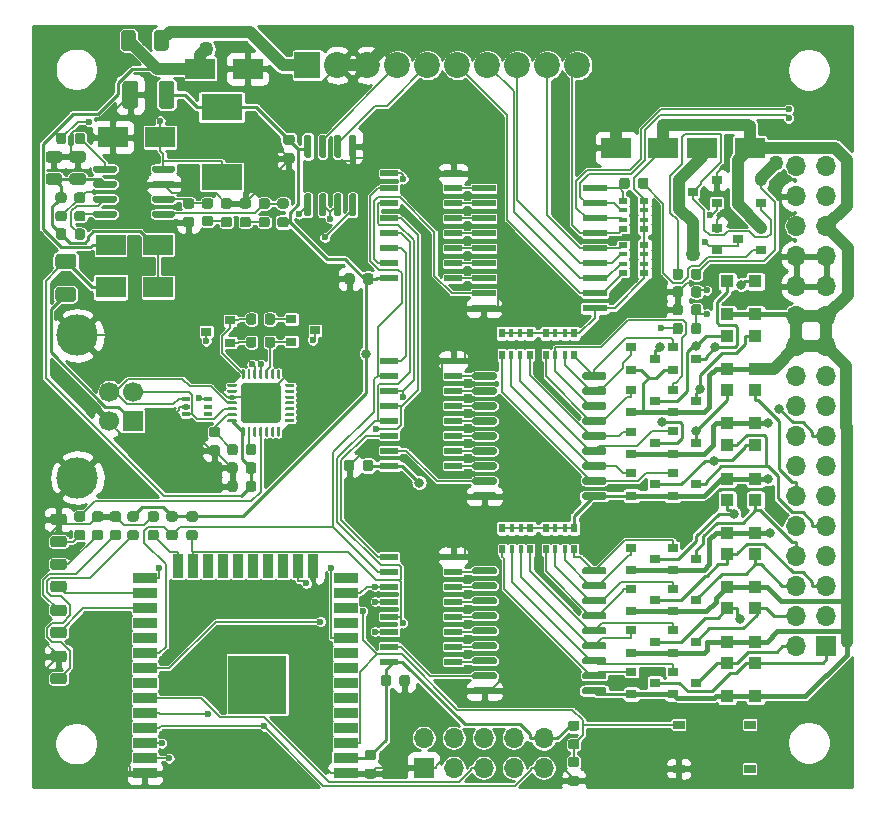
<source format=gbr>
G04 #@! TF.GenerationSoftware,KiCad,Pcbnew,5.1.6*
G04 #@! TF.CreationDate,2020-06-20T19:13:06+02:00*
G04 #@! TF.ProjectId,fluepdot,666c7565-7064-46f7-942e-6b696361645f,rev?*
G04 #@! TF.SameCoordinates,Original*
G04 #@! TF.FileFunction,Copper,L1,Top*
G04 #@! TF.FilePolarity,Positive*
%FSLAX46Y46*%
G04 Gerber Fmt 4.6, Leading zero omitted, Abs format (unit mm)*
G04 Created by KiCad (PCBNEW 5.1.6) date 2020-06-20 19:13:06*
%MOMM*%
%LPD*%
G01*
G04 APERTURE LIST*
G04 #@! TA.AperFunction,SMDPad,CuDef*
%ADD10R,2.500000X1.800000*%
G04 #@! TD*
G04 #@! TA.AperFunction,SMDPad,CuDef*
%ADD11R,3.500000X2.200000*%
G04 #@! TD*
G04 #@! TA.AperFunction,SMDPad,CuDef*
%ADD12R,0.500000X0.800000*%
G04 #@! TD*
G04 #@! TA.AperFunction,SMDPad,CuDef*
%ADD13R,0.400000X0.800000*%
G04 #@! TD*
G04 #@! TA.AperFunction,ComponentPad*
%ADD14R,1.700000X1.700000*%
G04 #@! TD*
G04 #@! TA.AperFunction,ComponentPad*
%ADD15O,1.700000X1.700000*%
G04 #@! TD*
G04 #@! TA.AperFunction,ComponentPad*
%ADD16C,3.500000*%
G04 #@! TD*
G04 #@! TA.AperFunction,ComponentPad*
%ADD17C,1.700000*%
G04 #@! TD*
G04 #@! TA.AperFunction,SMDPad,CuDef*
%ADD18R,0.900000X0.800000*%
G04 #@! TD*
G04 #@! TA.AperFunction,SMDPad,CuDef*
%ADD19R,1.100000X1.100000*%
G04 #@! TD*
G04 #@! TA.AperFunction,ComponentPad*
%ADD20R,2.200000X2.200000*%
G04 #@! TD*
G04 #@! TA.AperFunction,ComponentPad*
%ADD21C,2.200000*%
G04 #@! TD*
G04 #@! TA.AperFunction,SMDPad,CuDef*
%ADD22R,0.650000X0.400000*%
G04 #@! TD*
G04 #@! TA.AperFunction,SMDPad,CuDef*
%ADD23R,1.000000X0.750000*%
G04 #@! TD*
G04 #@! TA.AperFunction,SMDPad,CuDef*
%ADD24R,0.800000X0.500000*%
G04 #@! TD*
G04 #@! TA.AperFunction,SMDPad,CuDef*
%ADD25R,0.800000X0.400000*%
G04 #@! TD*
G04 #@! TA.AperFunction,SMDPad,CuDef*
%ADD26R,2.000000X0.900000*%
G04 #@! TD*
G04 #@! TA.AperFunction,SMDPad,CuDef*
%ADD27R,0.900000X2.000000*%
G04 #@! TD*
G04 #@! TA.AperFunction,SMDPad,CuDef*
%ADD28R,5.000000X5.000000*%
G04 #@! TD*
G04 #@! TA.AperFunction,SMDPad,CuDef*
%ADD29R,2.000000X0.600000*%
G04 #@! TD*
G04 #@! TA.AperFunction,SMDPad,CuDef*
%ADD30R,1.500000X0.600000*%
G04 #@! TD*
G04 #@! TA.AperFunction,ViaPad*
%ADD31C,0.600000*%
G04 #@! TD*
G04 #@! TA.AperFunction,ViaPad*
%ADD32C,0.800000*%
G04 #@! TD*
G04 #@! TA.AperFunction,ViaPad*
%ADD33C,1.270000*%
G04 #@! TD*
G04 #@! TA.AperFunction,Conductor*
%ADD34C,0.200000*%
G04 #@! TD*
G04 #@! TA.AperFunction,Conductor*
%ADD35C,1.000000*%
G04 #@! TD*
G04 #@! TA.AperFunction,Conductor*
%ADD36C,0.250000*%
G04 #@! TD*
G04 #@! TA.AperFunction,Conductor*
%ADD37C,0.406400*%
G04 #@! TD*
G04 #@! TA.AperFunction,Conductor*
%ADD38C,0.254000*%
G04 #@! TD*
G04 APERTURE END LIST*
D10*
X36900000Y-133800000D03*
X40900000Y-133800000D03*
D11*
X46300000Y-122150000D03*
X46300000Y-128050000D03*
D12*
X70000000Y-143100000D03*
D13*
X71600000Y-143100000D03*
X70800000Y-143100000D03*
D12*
X72400000Y-143100000D03*
D13*
X70800000Y-141300000D03*
D12*
X70000000Y-141300000D03*
D13*
X71600000Y-141300000D03*
D12*
X72400000Y-141300000D03*
D14*
X97500000Y-167800000D03*
D15*
X94960000Y-167800000D03*
X97500000Y-165260000D03*
X94960000Y-165260000D03*
X97500000Y-162720000D03*
X94960000Y-162720000D03*
X97500000Y-160180000D03*
X94960000Y-160180000D03*
X97500000Y-157640000D03*
X94960000Y-157640000D03*
X97500000Y-155100000D03*
X94960000Y-155100000D03*
X97500000Y-152560000D03*
X94960000Y-152560000D03*
X97500000Y-150020000D03*
X94960000Y-150020000D03*
X97500000Y-147480000D03*
X94960000Y-147480000D03*
X97500000Y-144940000D03*
X94960000Y-144940000D03*
X97500000Y-142400000D03*
X94960000Y-142400000D03*
X97500000Y-139860000D03*
X94960000Y-139860000D03*
X97500000Y-137320000D03*
X94960000Y-137320000D03*
X97500000Y-134780000D03*
X94960000Y-134780000D03*
X97500000Y-132240000D03*
X94960000Y-132240000D03*
X97500000Y-129700000D03*
X94960000Y-129700000D03*
X97500000Y-127160000D03*
X94960000Y-127160000D03*
G04 #@! TA.AperFunction,SMDPad,CuDef*
G36*
G01*
X40400000Y-127545000D02*
X40400000Y-127245000D01*
G75*
G02*
X40550000Y-127095000I150000J0D01*
G01*
X42200000Y-127095000D01*
G75*
G02*
X42350000Y-127245000I0J-150000D01*
G01*
X42350000Y-127545000D01*
G75*
G02*
X42200000Y-127695000I-150000J0D01*
G01*
X40550000Y-127695000D01*
G75*
G02*
X40400000Y-127545000I0J150000D01*
G01*
G37*
G04 #@! TD.AperFunction*
G04 #@! TA.AperFunction,SMDPad,CuDef*
G36*
G01*
X40400000Y-128815000D02*
X40400000Y-128515000D01*
G75*
G02*
X40550000Y-128365000I150000J0D01*
G01*
X42200000Y-128365000D01*
G75*
G02*
X42350000Y-128515000I0J-150000D01*
G01*
X42350000Y-128815000D01*
G75*
G02*
X42200000Y-128965000I-150000J0D01*
G01*
X40550000Y-128965000D01*
G75*
G02*
X40400000Y-128815000I0J150000D01*
G01*
G37*
G04 #@! TD.AperFunction*
G04 #@! TA.AperFunction,SMDPad,CuDef*
G36*
G01*
X40400000Y-130085000D02*
X40400000Y-129785000D01*
G75*
G02*
X40550000Y-129635000I150000J0D01*
G01*
X42200000Y-129635000D01*
G75*
G02*
X42350000Y-129785000I0J-150000D01*
G01*
X42350000Y-130085000D01*
G75*
G02*
X42200000Y-130235000I-150000J0D01*
G01*
X40550000Y-130235000D01*
G75*
G02*
X40400000Y-130085000I0J150000D01*
G01*
G37*
G04 #@! TD.AperFunction*
G04 #@! TA.AperFunction,SMDPad,CuDef*
G36*
G01*
X40400000Y-131355000D02*
X40400000Y-131055000D01*
G75*
G02*
X40550000Y-130905000I150000J0D01*
G01*
X42200000Y-130905000D01*
G75*
G02*
X42350000Y-131055000I0J-150000D01*
G01*
X42350000Y-131355000D01*
G75*
G02*
X42200000Y-131505000I-150000J0D01*
G01*
X40550000Y-131505000D01*
G75*
G02*
X40400000Y-131355000I0J150000D01*
G01*
G37*
G04 #@! TD.AperFunction*
G04 #@! TA.AperFunction,SMDPad,CuDef*
G36*
G01*
X35450000Y-131355000D02*
X35450000Y-131055000D01*
G75*
G02*
X35600000Y-130905000I150000J0D01*
G01*
X37250000Y-130905000D01*
G75*
G02*
X37400000Y-131055000I0J-150000D01*
G01*
X37400000Y-131355000D01*
G75*
G02*
X37250000Y-131505000I-150000J0D01*
G01*
X35600000Y-131505000D01*
G75*
G02*
X35450000Y-131355000I0J150000D01*
G01*
G37*
G04 #@! TD.AperFunction*
G04 #@! TA.AperFunction,SMDPad,CuDef*
G36*
G01*
X35450000Y-130085000D02*
X35450000Y-129785000D01*
G75*
G02*
X35600000Y-129635000I150000J0D01*
G01*
X37250000Y-129635000D01*
G75*
G02*
X37400000Y-129785000I0J-150000D01*
G01*
X37400000Y-130085000D01*
G75*
G02*
X37250000Y-130235000I-150000J0D01*
G01*
X35600000Y-130235000D01*
G75*
G02*
X35450000Y-130085000I0J150000D01*
G01*
G37*
G04 #@! TD.AperFunction*
G04 #@! TA.AperFunction,SMDPad,CuDef*
G36*
G01*
X35450000Y-128815000D02*
X35450000Y-128515000D01*
G75*
G02*
X35600000Y-128365000I150000J0D01*
G01*
X37250000Y-128365000D01*
G75*
G02*
X37400000Y-128515000I0J-150000D01*
G01*
X37400000Y-128815000D01*
G75*
G02*
X37250000Y-128965000I-150000J0D01*
G01*
X35600000Y-128965000D01*
G75*
G02*
X35450000Y-128815000I0J150000D01*
G01*
G37*
G04 #@! TD.AperFunction*
G04 #@! TA.AperFunction,SMDPad,CuDef*
G36*
G01*
X35450000Y-127545000D02*
X35450000Y-127245000D01*
G75*
G02*
X35600000Y-127095000I150000J0D01*
G01*
X37250000Y-127095000D01*
G75*
G02*
X37400000Y-127245000I0J-150000D01*
G01*
X37400000Y-127545000D01*
G75*
G02*
X37250000Y-127695000I-150000J0D01*
G01*
X35600000Y-127695000D01*
G75*
G02*
X35450000Y-127545000I0J150000D01*
G01*
G37*
G04 #@! TD.AperFunction*
D16*
X34090000Y-141480000D03*
X34090000Y-153520000D03*
D17*
X36800000Y-148750000D03*
X36800000Y-146250000D03*
X38800000Y-146250000D03*
D14*
X38800000Y-148750000D03*
G04 #@! TA.AperFunction,SMDPad,CuDef*
G36*
G01*
X67525000Y-161570000D02*
X67525000Y-161270000D01*
G75*
G02*
X67675000Y-161120000I150000J0D01*
G01*
X69425000Y-161120000D01*
G75*
G02*
X69575000Y-161270000I0J-150000D01*
G01*
X69575000Y-161570000D01*
G75*
G02*
X69425000Y-161720000I-150000J0D01*
G01*
X67675000Y-161720000D01*
G75*
G02*
X67525000Y-161570000I0J150000D01*
G01*
G37*
G04 #@! TD.AperFunction*
G04 #@! TA.AperFunction,SMDPad,CuDef*
G36*
G01*
X67525000Y-162840000D02*
X67525000Y-162540000D01*
G75*
G02*
X67675000Y-162390000I150000J0D01*
G01*
X69425000Y-162390000D01*
G75*
G02*
X69575000Y-162540000I0J-150000D01*
G01*
X69575000Y-162840000D01*
G75*
G02*
X69425000Y-162990000I-150000J0D01*
G01*
X67675000Y-162990000D01*
G75*
G02*
X67525000Y-162840000I0J150000D01*
G01*
G37*
G04 #@! TD.AperFunction*
G04 #@! TA.AperFunction,SMDPad,CuDef*
G36*
G01*
X67525000Y-164110000D02*
X67525000Y-163810000D01*
G75*
G02*
X67675000Y-163660000I150000J0D01*
G01*
X69425000Y-163660000D01*
G75*
G02*
X69575000Y-163810000I0J-150000D01*
G01*
X69575000Y-164110000D01*
G75*
G02*
X69425000Y-164260000I-150000J0D01*
G01*
X67675000Y-164260000D01*
G75*
G02*
X67525000Y-164110000I0J150000D01*
G01*
G37*
G04 #@! TD.AperFunction*
G04 #@! TA.AperFunction,SMDPad,CuDef*
G36*
G01*
X67525000Y-165380000D02*
X67525000Y-165080000D01*
G75*
G02*
X67675000Y-164930000I150000J0D01*
G01*
X69425000Y-164930000D01*
G75*
G02*
X69575000Y-165080000I0J-150000D01*
G01*
X69575000Y-165380000D01*
G75*
G02*
X69425000Y-165530000I-150000J0D01*
G01*
X67675000Y-165530000D01*
G75*
G02*
X67525000Y-165380000I0J150000D01*
G01*
G37*
G04 #@! TD.AperFunction*
G04 #@! TA.AperFunction,SMDPad,CuDef*
G36*
G01*
X67525000Y-166650000D02*
X67525000Y-166350000D01*
G75*
G02*
X67675000Y-166200000I150000J0D01*
G01*
X69425000Y-166200000D01*
G75*
G02*
X69575000Y-166350000I0J-150000D01*
G01*
X69575000Y-166650000D01*
G75*
G02*
X69425000Y-166800000I-150000J0D01*
G01*
X67675000Y-166800000D01*
G75*
G02*
X67525000Y-166650000I0J150000D01*
G01*
G37*
G04 #@! TD.AperFunction*
G04 #@! TA.AperFunction,SMDPad,CuDef*
G36*
G01*
X67525000Y-167920000D02*
X67525000Y-167620000D01*
G75*
G02*
X67675000Y-167470000I150000J0D01*
G01*
X69425000Y-167470000D01*
G75*
G02*
X69575000Y-167620000I0J-150000D01*
G01*
X69575000Y-167920000D01*
G75*
G02*
X69425000Y-168070000I-150000J0D01*
G01*
X67675000Y-168070000D01*
G75*
G02*
X67525000Y-167920000I0J150000D01*
G01*
G37*
G04 #@! TD.AperFunction*
G04 #@! TA.AperFunction,SMDPad,CuDef*
G36*
G01*
X67525000Y-169190000D02*
X67525000Y-168890000D01*
G75*
G02*
X67675000Y-168740000I150000J0D01*
G01*
X69425000Y-168740000D01*
G75*
G02*
X69575000Y-168890000I0J-150000D01*
G01*
X69575000Y-169190000D01*
G75*
G02*
X69425000Y-169340000I-150000J0D01*
G01*
X67675000Y-169340000D01*
G75*
G02*
X67525000Y-169190000I0J150000D01*
G01*
G37*
G04 #@! TD.AperFunction*
G04 #@! TA.AperFunction,SMDPad,CuDef*
G36*
G01*
X67525000Y-170460000D02*
X67525000Y-170160000D01*
G75*
G02*
X67675000Y-170010000I150000J0D01*
G01*
X69425000Y-170010000D01*
G75*
G02*
X69575000Y-170160000I0J-150000D01*
G01*
X69575000Y-170460000D01*
G75*
G02*
X69425000Y-170610000I-150000J0D01*
G01*
X67675000Y-170610000D01*
G75*
G02*
X67525000Y-170460000I0J150000D01*
G01*
G37*
G04 #@! TD.AperFunction*
G04 #@! TA.AperFunction,SMDPad,CuDef*
G36*
G01*
X67525000Y-171730000D02*
X67525000Y-171430000D01*
G75*
G02*
X67675000Y-171280000I150000J0D01*
G01*
X69425000Y-171280000D01*
G75*
G02*
X69575000Y-171430000I0J-150000D01*
G01*
X69575000Y-171730000D01*
G75*
G02*
X69425000Y-171880000I-150000J0D01*
G01*
X67675000Y-171880000D01*
G75*
G02*
X67525000Y-171730000I0J150000D01*
G01*
G37*
G04 #@! TD.AperFunction*
G04 #@! TA.AperFunction,SMDPad,CuDef*
G36*
G01*
X76825000Y-171730000D02*
X76825000Y-171430000D01*
G75*
G02*
X76975000Y-171280000I150000J0D01*
G01*
X78725000Y-171280000D01*
G75*
G02*
X78875000Y-171430000I0J-150000D01*
G01*
X78875000Y-171730000D01*
G75*
G02*
X78725000Y-171880000I-150000J0D01*
G01*
X76975000Y-171880000D01*
G75*
G02*
X76825000Y-171730000I0J150000D01*
G01*
G37*
G04 #@! TD.AperFunction*
G04 #@! TA.AperFunction,SMDPad,CuDef*
G36*
G01*
X76825000Y-170460000D02*
X76825000Y-170160000D01*
G75*
G02*
X76975000Y-170010000I150000J0D01*
G01*
X78725000Y-170010000D01*
G75*
G02*
X78875000Y-170160000I0J-150000D01*
G01*
X78875000Y-170460000D01*
G75*
G02*
X78725000Y-170610000I-150000J0D01*
G01*
X76975000Y-170610000D01*
G75*
G02*
X76825000Y-170460000I0J150000D01*
G01*
G37*
G04 #@! TD.AperFunction*
G04 #@! TA.AperFunction,SMDPad,CuDef*
G36*
G01*
X76825000Y-169190000D02*
X76825000Y-168890000D01*
G75*
G02*
X76975000Y-168740000I150000J0D01*
G01*
X78725000Y-168740000D01*
G75*
G02*
X78875000Y-168890000I0J-150000D01*
G01*
X78875000Y-169190000D01*
G75*
G02*
X78725000Y-169340000I-150000J0D01*
G01*
X76975000Y-169340000D01*
G75*
G02*
X76825000Y-169190000I0J150000D01*
G01*
G37*
G04 #@! TD.AperFunction*
G04 #@! TA.AperFunction,SMDPad,CuDef*
G36*
G01*
X76825000Y-167920000D02*
X76825000Y-167620000D01*
G75*
G02*
X76975000Y-167470000I150000J0D01*
G01*
X78725000Y-167470000D01*
G75*
G02*
X78875000Y-167620000I0J-150000D01*
G01*
X78875000Y-167920000D01*
G75*
G02*
X78725000Y-168070000I-150000J0D01*
G01*
X76975000Y-168070000D01*
G75*
G02*
X76825000Y-167920000I0J150000D01*
G01*
G37*
G04 #@! TD.AperFunction*
G04 #@! TA.AperFunction,SMDPad,CuDef*
G36*
G01*
X76825000Y-166650000D02*
X76825000Y-166350000D01*
G75*
G02*
X76975000Y-166200000I150000J0D01*
G01*
X78725000Y-166200000D01*
G75*
G02*
X78875000Y-166350000I0J-150000D01*
G01*
X78875000Y-166650000D01*
G75*
G02*
X78725000Y-166800000I-150000J0D01*
G01*
X76975000Y-166800000D01*
G75*
G02*
X76825000Y-166650000I0J150000D01*
G01*
G37*
G04 #@! TD.AperFunction*
G04 #@! TA.AperFunction,SMDPad,CuDef*
G36*
G01*
X76825000Y-165380000D02*
X76825000Y-165080000D01*
G75*
G02*
X76975000Y-164930000I150000J0D01*
G01*
X78725000Y-164930000D01*
G75*
G02*
X78875000Y-165080000I0J-150000D01*
G01*
X78875000Y-165380000D01*
G75*
G02*
X78725000Y-165530000I-150000J0D01*
G01*
X76975000Y-165530000D01*
G75*
G02*
X76825000Y-165380000I0J150000D01*
G01*
G37*
G04 #@! TD.AperFunction*
G04 #@! TA.AperFunction,SMDPad,CuDef*
G36*
G01*
X76825000Y-164110000D02*
X76825000Y-163810000D01*
G75*
G02*
X76975000Y-163660000I150000J0D01*
G01*
X78725000Y-163660000D01*
G75*
G02*
X78875000Y-163810000I0J-150000D01*
G01*
X78875000Y-164110000D01*
G75*
G02*
X78725000Y-164260000I-150000J0D01*
G01*
X76975000Y-164260000D01*
G75*
G02*
X76825000Y-164110000I0J150000D01*
G01*
G37*
G04 #@! TD.AperFunction*
G04 #@! TA.AperFunction,SMDPad,CuDef*
G36*
G01*
X76825000Y-162840000D02*
X76825000Y-162540000D01*
G75*
G02*
X76975000Y-162390000I150000J0D01*
G01*
X78725000Y-162390000D01*
G75*
G02*
X78875000Y-162540000I0J-150000D01*
G01*
X78875000Y-162840000D01*
G75*
G02*
X78725000Y-162990000I-150000J0D01*
G01*
X76975000Y-162990000D01*
G75*
G02*
X76825000Y-162840000I0J150000D01*
G01*
G37*
G04 #@! TD.AperFunction*
G04 #@! TA.AperFunction,SMDPad,CuDef*
G36*
G01*
X76825000Y-161570000D02*
X76825000Y-161270000D01*
G75*
G02*
X76975000Y-161120000I150000J0D01*
G01*
X78725000Y-161120000D01*
G75*
G02*
X78875000Y-161270000I0J-150000D01*
G01*
X78875000Y-161570000D01*
G75*
G02*
X78725000Y-161720000I-150000J0D01*
G01*
X76975000Y-161720000D01*
G75*
G02*
X76825000Y-161570000I0J150000D01*
G01*
G37*
G04 #@! TD.AperFunction*
G04 #@! TA.AperFunction,SMDPad,CuDef*
G36*
G01*
X67525000Y-145070000D02*
X67525000Y-144770000D01*
G75*
G02*
X67675000Y-144620000I150000J0D01*
G01*
X69425000Y-144620000D01*
G75*
G02*
X69575000Y-144770000I0J-150000D01*
G01*
X69575000Y-145070000D01*
G75*
G02*
X69425000Y-145220000I-150000J0D01*
G01*
X67675000Y-145220000D01*
G75*
G02*
X67525000Y-145070000I0J150000D01*
G01*
G37*
G04 #@! TD.AperFunction*
G04 #@! TA.AperFunction,SMDPad,CuDef*
G36*
G01*
X67525000Y-146340000D02*
X67525000Y-146040000D01*
G75*
G02*
X67675000Y-145890000I150000J0D01*
G01*
X69425000Y-145890000D01*
G75*
G02*
X69575000Y-146040000I0J-150000D01*
G01*
X69575000Y-146340000D01*
G75*
G02*
X69425000Y-146490000I-150000J0D01*
G01*
X67675000Y-146490000D01*
G75*
G02*
X67525000Y-146340000I0J150000D01*
G01*
G37*
G04 #@! TD.AperFunction*
G04 #@! TA.AperFunction,SMDPad,CuDef*
G36*
G01*
X67525000Y-147610000D02*
X67525000Y-147310000D01*
G75*
G02*
X67675000Y-147160000I150000J0D01*
G01*
X69425000Y-147160000D01*
G75*
G02*
X69575000Y-147310000I0J-150000D01*
G01*
X69575000Y-147610000D01*
G75*
G02*
X69425000Y-147760000I-150000J0D01*
G01*
X67675000Y-147760000D01*
G75*
G02*
X67525000Y-147610000I0J150000D01*
G01*
G37*
G04 #@! TD.AperFunction*
G04 #@! TA.AperFunction,SMDPad,CuDef*
G36*
G01*
X67525000Y-148880000D02*
X67525000Y-148580000D01*
G75*
G02*
X67675000Y-148430000I150000J0D01*
G01*
X69425000Y-148430000D01*
G75*
G02*
X69575000Y-148580000I0J-150000D01*
G01*
X69575000Y-148880000D01*
G75*
G02*
X69425000Y-149030000I-150000J0D01*
G01*
X67675000Y-149030000D01*
G75*
G02*
X67525000Y-148880000I0J150000D01*
G01*
G37*
G04 #@! TD.AperFunction*
G04 #@! TA.AperFunction,SMDPad,CuDef*
G36*
G01*
X67525000Y-150150000D02*
X67525000Y-149850000D01*
G75*
G02*
X67675000Y-149700000I150000J0D01*
G01*
X69425000Y-149700000D01*
G75*
G02*
X69575000Y-149850000I0J-150000D01*
G01*
X69575000Y-150150000D01*
G75*
G02*
X69425000Y-150300000I-150000J0D01*
G01*
X67675000Y-150300000D01*
G75*
G02*
X67525000Y-150150000I0J150000D01*
G01*
G37*
G04 #@! TD.AperFunction*
G04 #@! TA.AperFunction,SMDPad,CuDef*
G36*
G01*
X67525000Y-151420000D02*
X67525000Y-151120000D01*
G75*
G02*
X67675000Y-150970000I150000J0D01*
G01*
X69425000Y-150970000D01*
G75*
G02*
X69575000Y-151120000I0J-150000D01*
G01*
X69575000Y-151420000D01*
G75*
G02*
X69425000Y-151570000I-150000J0D01*
G01*
X67675000Y-151570000D01*
G75*
G02*
X67525000Y-151420000I0J150000D01*
G01*
G37*
G04 #@! TD.AperFunction*
G04 #@! TA.AperFunction,SMDPad,CuDef*
G36*
G01*
X67525000Y-152690000D02*
X67525000Y-152390000D01*
G75*
G02*
X67675000Y-152240000I150000J0D01*
G01*
X69425000Y-152240000D01*
G75*
G02*
X69575000Y-152390000I0J-150000D01*
G01*
X69575000Y-152690000D01*
G75*
G02*
X69425000Y-152840000I-150000J0D01*
G01*
X67675000Y-152840000D01*
G75*
G02*
X67525000Y-152690000I0J150000D01*
G01*
G37*
G04 #@! TD.AperFunction*
G04 #@! TA.AperFunction,SMDPad,CuDef*
G36*
G01*
X67525000Y-153960000D02*
X67525000Y-153660000D01*
G75*
G02*
X67675000Y-153510000I150000J0D01*
G01*
X69425000Y-153510000D01*
G75*
G02*
X69575000Y-153660000I0J-150000D01*
G01*
X69575000Y-153960000D01*
G75*
G02*
X69425000Y-154110000I-150000J0D01*
G01*
X67675000Y-154110000D01*
G75*
G02*
X67525000Y-153960000I0J150000D01*
G01*
G37*
G04 #@! TD.AperFunction*
G04 #@! TA.AperFunction,SMDPad,CuDef*
G36*
G01*
X67525000Y-155230000D02*
X67525000Y-154930000D01*
G75*
G02*
X67675000Y-154780000I150000J0D01*
G01*
X69425000Y-154780000D01*
G75*
G02*
X69575000Y-154930000I0J-150000D01*
G01*
X69575000Y-155230000D01*
G75*
G02*
X69425000Y-155380000I-150000J0D01*
G01*
X67675000Y-155380000D01*
G75*
G02*
X67525000Y-155230000I0J150000D01*
G01*
G37*
G04 #@! TD.AperFunction*
G04 #@! TA.AperFunction,SMDPad,CuDef*
G36*
G01*
X76825000Y-155230000D02*
X76825000Y-154930000D01*
G75*
G02*
X76975000Y-154780000I150000J0D01*
G01*
X78725000Y-154780000D01*
G75*
G02*
X78875000Y-154930000I0J-150000D01*
G01*
X78875000Y-155230000D01*
G75*
G02*
X78725000Y-155380000I-150000J0D01*
G01*
X76975000Y-155380000D01*
G75*
G02*
X76825000Y-155230000I0J150000D01*
G01*
G37*
G04 #@! TD.AperFunction*
G04 #@! TA.AperFunction,SMDPad,CuDef*
G36*
G01*
X76825000Y-153960000D02*
X76825000Y-153660000D01*
G75*
G02*
X76975000Y-153510000I150000J0D01*
G01*
X78725000Y-153510000D01*
G75*
G02*
X78875000Y-153660000I0J-150000D01*
G01*
X78875000Y-153960000D01*
G75*
G02*
X78725000Y-154110000I-150000J0D01*
G01*
X76975000Y-154110000D01*
G75*
G02*
X76825000Y-153960000I0J150000D01*
G01*
G37*
G04 #@! TD.AperFunction*
G04 #@! TA.AperFunction,SMDPad,CuDef*
G36*
G01*
X76825000Y-152690000D02*
X76825000Y-152390000D01*
G75*
G02*
X76975000Y-152240000I150000J0D01*
G01*
X78725000Y-152240000D01*
G75*
G02*
X78875000Y-152390000I0J-150000D01*
G01*
X78875000Y-152690000D01*
G75*
G02*
X78725000Y-152840000I-150000J0D01*
G01*
X76975000Y-152840000D01*
G75*
G02*
X76825000Y-152690000I0J150000D01*
G01*
G37*
G04 #@! TD.AperFunction*
G04 #@! TA.AperFunction,SMDPad,CuDef*
G36*
G01*
X76825000Y-151420000D02*
X76825000Y-151120000D01*
G75*
G02*
X76975000Y-150970000I150000J0D01*
G01*
X78725000Y-150970000D01*
G75*
G02*
X78875000Y-151120000I0J-150000D01*
G01*
X78875000Y-151420000D01*
G75*
G02*
X78725000Y-151570000I-150000J0D01*
G01*
X76975000Y-151570000D01*
G75*
G02*
X76825000Y-151420000I0J150000D01*
G01*
G37*
G04 #@! TD.AperFunction*
G04 #@! TA.AperFunction,SMDPad,CuDef*
G36*
G01*
X76825000Y-150150000D02*
X76825000Y-149850000D01*
G75*
G02*
X76975000Y-149700000I150000J0D01*
G01*
X78725000Y-149700000D01*
G75*
G02*
X78875000Y-149850000I0J-150000D01*
G01*
X78875000Y-150150000D01*
G75*
G02*
X78725000Y-150300000I-150000J0D01*
G01*
X76975000Y-150300000D01*
G75*
G02*
X76825000Y-150150000I0J150000D01*
G01*
G37*
G04 #@! TD.AperFunction*
G04 #@! TA.AperFunction,SMDPad,CuDef*
G36*
G01*
X76825000Y-148880000D02*
X76825000Y-148580000D01*
G75*
G02*
X76975000Y-148430000I150000J0D01*
G01*
X78725000Y-148430000D01*
G75*
G02*
X78875000Y-148580000I0J-150000D01*
G01*
X78875000Y-148880000D01*
G75*
G02*
X78725000Y-149030000I-150000J0D01*
G01*
X76975000Y-149030000D01*
G75*
G02*
X76825000Y-148880000I0J150000D01*
G01*
G37*
G04 #@! TD.AperFunction*
G04 #@! TA.AperFunction,SMDPad,CuDef*
G36*
G01*
X76825000Y-147610000D02*
X76825000Y-147310000D01*
G75*
G02*
X76975000Y-147160000I150000J0D01*
G01*
X78725000Y-147160000D01*
G75*
G02*
X78875000Y-147310000I0J-150000D01*
G01*
X78875000Y-147610000D01*
G75*
G02*
X78725000Y-147760000I-150000J0D01*
G01*
X76975000Y-147760000D01*
G75*
G02*
X76825000Y-147610000I0J150000D01*
G01*
G37*
G04 #@! TD.AperFunction*
G04 #@! TA.AperFunction,SMDPad,CuDef*
G36*
G01*
X76825000Y-146340000D02*
X76825000Y-146040000D01*
G75*
G02*
X76975000Y-145890000I150000J0D01*
G01*
X78725000Y-145890000D01*
G75*
G02*
X78875000Y-146040000I0J-150000D01*
G01*
X78875000Y-146340000D01*
G75*
G02*
X78725000Y-146490000I-150000J0D01*
G01*
X76975000Y-146490000D01*
G75*
G02*
X76825000Y-146340000I0J150000D01*
G01*
G37*
G04 #@! TD.AperFunction*
G04 #@! TA.AperFunction,SMDPad,CuDef*
G36*
G01*
X76825000Y-145070000D02*
X76825000Y-144770000D01*
G75*
G02*
X76975000Y-144620000I150000J0D01*
G01*
X78725000Y-144620000D01*
G75*
G02*
X78875000Y-144770000I0J-150000D01*
G01*
X78875000Y-145070000D01*
G75*
G02*
X78725000Y-145220000I-150000J0D01*
G01*
X76975000Y-145220000D01*
G75*
G02*
X76825000Y-145070000I0J150000D01*
G01*
G37*
G04 #@! TD.AperFunction*
D18*
X86500000Y-143450000D03*
X84500000Y-144400000D03*
X84500000Y-142500000D03*
X86500000Y-160400000D03*
X84500000Y-161350000D03*
X84500000Y-159450000D03*
X83000000Y-143450000D03*
X81000000Y-144400000D03*
X81000000Y-142500000D03*
X83000000Y-160400000D03*
X81000000Y-161350000D03*
X81000000Y-159450000D03*
X86500000Y-147050000D03*
X84500000Y-148000000D03*
X84500000Y-146100000D03*
X86500000Y-163900000D03*
X84500000Y-164850000D03*
X84500000Y-162950000D03*
X83000000Y-147050000D03*
X81000000Y-148000000D03*
X81000000Y-146100000D03*
X83000000Y-163900000D03*
X81000000Y-164850000D03*
X81000000Y-162950000D03*
X83000000Y-150600000D03*
X81000000Y-151550000D03*
X81000000Y-149650000D03*
X86500000Y-167400000D03*
X84500000Y-168350000D03*
X84500000Y-166450000D03*
X86500000Y-150550000D03*
X84500000Y-151500000D03*
X84500000Y-149600000D03*
X83000000Y-167400000D03*
X81000000Y-168350000D03*
X81000000Y-166450000D03*
X83000000Y-154100000D03*
X81000000Y-155050000D03*
X81000000Y-153150000D03*
X86500000Y-170900000D03*
X84500000Y-171850000D03*
X84500000Y-169950000D03*
X86500000Y-154100000D03*
X84500000Y-155050000D03*
X84500000Y-153150000D03*
X83000000Y-170900000D03*
X81000000Y-171850000D03*
X81000000Y-169950000D03*
D19*
X89100000Y-136900000D03*
X89100000Y-139700000D03*
X91500000Y-155400000D03*
X91500000Y-158200000D03*
X91500000Y-136900000D03*
X91500000Y-139700000D03*
X89100000Y-155400000D03*
X89100000Y-158200000D03*
X91500000Y-141500000D03*
X91500000Y-144300000D03*
X91500000Y-160000000D03*
X91500000Y-162800000D03*
X89100000Y-141500000D03*
X89100000Y-144300000D03*
X89100000Y-160000000D03*
X89100000Y-162800000D03*
X91500000Y-146100000D03*
X91500000Y-148900000D03*
X91500000Y-164600000D03*
X91500000Y-167400000D03*
X89100000Y-146100000D03*
X89100000Y-148900000D03*
X89100000Y-164600000D03*
X89100000Y-167400000D03*
X91500000Y-150800000D03*
X91500000Y-153600000D03*
X89100000Y-169200000D03*
X89100000Y-172000000D03*
X89100000Y-150800000D03*
X89100000Y-153600000D03*
X91500000Y-169200000D03*
X91500000Y-172000000D03*
G04 #@! TA.AperFunction,SMDPad,CuDef*
G36*
G01*
X36056250Y-157250000D02*
X35543750Y-157250000D01*
G75*
G02*
X35325000Y-157031250I0J218750D01*
G01*
X35325000Y-156593750D01*
G75*
G02*
X35543750Y-156375000I218750J0D01*
G01*
X36056250Y-156375000D01*
G75*
G02*
X36275000Y-156593750I0J-218750D01*
G01*
X36275000Y-157031250D01*
G75*
G02*
X36056250Y-157250000I-218750J0D01*
G01*
G37*
G04 #@! TD.AperFunction*
G04 #@! TA.AperFunction,SMDPad,CuDef*
G36*
G01*
X36056250Y-158825000D02*
X35543750Y-158825000D01*
G75*
G02*
X35325000Y-158606250I0J218750D01*
G01*
X35325000Y-158168750D01*
G75*
G02*
X35543750Y-157950000I218750J0D01*
G01*
X36056250Y-157950000D01*
G75*
G02*
X36275000Y-158168750I0J-218750D01*
G01*
X36275000Y-158606250D01*
G75*
G02*
X36056250Y-158825000I-218750J0D01*
G01*
G37*
G04 #@! TD.AperFunction*
G04 #@! TA.AperFunction,SMDPad,CuDef*
G36*
G01*
X37556250Y-157250000D02*
X37043750Y-157250000D01*
G75*
G02*
X36825000Y-157031250I0J218750D01*
G01*
X36825000Y-156593750D01*
G75*
G02*
X37043750Y-156375000I218750J0D01*
G01*
X37556250Y-156375000D01*
G75*
G02*
X37775000Y-156593750I0J-218750D01*
G01*
X37775000Y-157031250D01*
G75*
G02*
X37556250Y-157250000I-218750J0D01*
G01*
G37*
G04 #@! TD.AperFunction*
G04 #@! TA.AperFunction,SMDPad,CuDef*
G36*
G01*
X37556250Y-158825000D02*
X37043750Y-158825000D01*
G75*
G02*
X36825000Y-158606250I0J218750D01*
G01*
X36825000Y-158168750D01*
G75*
G02*
X37043750Y-157950000I218750J0D01*
G01*
X37556250Y-157950000D01*
G75*
G02*
X37775000Y-158168750I0J-218750D01*
G01*
X37775000Y-158606250D01*
G75*
G02*
X37556250Y-158825000I-218750J0D01*
G01*
G37*
G04 #@! TD.AperFunction*
G04 #@! TA.AperFunction,SMDPad,CuDef*
G36*
G01*
X38543750Y-157950000D02*
X39056250Y-157950000D01*
G75*
G02*
X39275000Y-158168750I0J-218750D01*
G01*
X39275000Y-158606250D01*
G75*
G02*
X39056250Y-158825000I-218750J0D01*
G01*
X38543750Y-158825000D01*
G75*
G02*
X38325000Y-158606250I0J218750D01*
G01*
X38325000Y-158168750D01*
G75*
G02*
X38543750Y-157950000I218750J0D01*
G01*
G37*
G04 #@! TD.AperFunction*
G04 #@! TA.AperFunction,SMDPad,CuDef*
G36*
G01*
X38543750Y-156375000D02*
X39056250Y-156375000D01*
G75*
G02*
X39275000Y-156593750I0J-218750D01*
G01*
X39275000Y-157031250D01*
G75*
G02*
X39056250Y-157250000I-218750J0D01*
G01*
X38543750Y-157250000D01*
G75*
G02*
X38325000Y-157031250I0J218750D01*
G01*
X38325000Y-156593750D01*
G75*
G02*
X38543750Y-156375000I218750J0D01*
G01*
G37*
G04 #@! TD.AperFunction*
G04 #@! TA.AperFunction,SMDPad,CuDef*
G36*
G01*
X32956250Y-169150000D02*
X32043750Y-169150000D01*
G75*
G02*
X31800000Y-168906250I0J243750D01*
G01*
X31800000Y-168418750D01*
G75*
G02*
X32043750Y-168175000I243750J0D01*
G01*
X32956250Y-168175000D01*
G75*
G02*
X33200000Y-168418750I0J-243750D01*
G01*
X33200000Y-168906250D01*
G75*
G02*
X32956250Y-169150000I-243750J0D01*
G01*
G37*
G04 #@! TD.AperFunction*
G04 #@! TA.AperFunction,SMDPad,CuDef*
G36*
G01*
X32956250Y-171025000D02*
X32043750Y-171025000D01*
G75*
G02*
X31800000Y-170781250I0J243750D01*
G01*
X31800000Y-170293750D01*
G75*
G02*
X32043750Y-170050000I243750J0D01*
G01*
X32956250Y-170050000D01*
G75*
G02*
X33200000Y-170293750I0J-243750D01*
G01*
X33200000Y-170781250D01*
G75*
G02*
X32956250Y-171025000I-243750J0D01*
G01*
G37*
G04 #@! TD.AperFunction*
G04 #@! TA.AperFunction,SMDPad,CuDef*
G36*
G01*
X32956250Y-165250000D02*
X32043750Y-165250000D01*
G75*
G02*
X31800000Y-165006250I0J243750D01*
G01*
X31800000Y-164518750D01*
G75*
G02*
X32043750Y-164275000I243750J0D01*
G01*
X32956250Y-164275000D01*
G75*
G02*
X33200000Y-164518750I0J-243750D01*
G01*
X33200000Y-165006250D01*
G75*
G02*
X32956250Y-165250000I-243750J0D01*
G01*
G37*
G04 #@! TD.AperFunction*
G04 #@! TA.AperFunction,SMDPad,CuDef*
G36*
G01*
X32956250Y-167125000D02*
X32043750Y-167125000D01*
G75*
G02*
X31800000Y-166881250I0J243750D01*
G01*
X31800000Y-166393750D01*
G75*
G02*
X32043750Y-166150000I243750J0D01*
G01*
X32956250Y-166150000D01*
G75*
G02*
X33200000Y-166393750I0J-243750D01*
G01*
X33200000Y-166881250D01*
G75*
G02*
X32956250Y-167125000I-243750J0D01*
G01*
G37*
G04 #@! TD.AperFunction*
G04 #@! TA.AperFunction,SMDPad,CuDef*
G36*
G01*
X32956250Y-161350000D02*
X32043750Y-161350000D01*
G75*
G02*
X31800000Y-161106250I0J243750D01*
G01*
X31800000Y-160618750D01*
G75*
G02*
X32043750Y-160375000I243750J0D01*
G01*
X32956250Y-160375000D01*
G75*
G02*
X33200000Y-160618750I0J-243750D01*
G01*
X33200000Y-161106250D01*
G75*
G02*
X32956250Y-161350000I-243750J0D01*
G01*
G37*
G04 #@! TD.AperFunction*
G04 #@! TA.AperFunction,SMDPad,CuDef*
G36*
G01*
X32956250Y-163225000D02*
X32043750Y-163225000D01*
G75*
G02*
X31800000Y-162981250I0J243750D01*
G01*
X31800000Y-162493750D01*
G75*
G02*
X32043750Y-162250000I243750J0D01*
G01*
X32956250Y-162250000D01*
G75*
G02*
X33200000Y-162493750I0J-243750D01*
G01*
X33200000Y-162981250D01*
G75*
G02*
X32956250Y-163225000I-243750J0D01*
G01*
G37*
G04 #@! TD.AperFunction*
D20*
X53570000Y-118600000D03*
D21*
X56110000Y-118600000D03*
X58650000Y-118600000D03*
X61190000Y-118600000D03*
X63730000Y-118600000D03*
X66270000Y-118600000D03*
X68810000Y-118600000D03*
X71350000Y-118600000D03*
X73890000Y-118600000D03*
X76430000Y-118600000D03*
G04 #@! TA.AperFunction,SMDPad,CuDef*
G36*
G01*
X51743750Y-126050000D02*
X52256250Y-126050000D01*
G75*
G02*
X52475000Y-126268750I0J-218750D01*
G01*
X52475000Y-126706250D01*
G75*
G02*
X52256250Y-126925000I-218750J0D01*
G01*
X51743750Y-126925000D01*
G75*
G02*
X51525000Y-126706250I0J218750D01*
G01*
X51525000Y-126268750D01*
G75*
G02*
X51743750Y-126050000I218750J0D01*
G01*
G37*
G04 #@! TD.AperFunction*
G04 #@! TA.AperFunction,SMDPad,CuDef*
G36*
G01*
X51743750Y-124475000D02*
X52256250Y-124475000D01*
G75*
G02*
X52475000Y-124693750I0J-218750D01*
G01*
X52475000Y-125131250D01*
G75*
G02*
X52256250Y-125350000I-218750J0D01*
G01*
X51743750Y-125350000D01*
G75*
G02*
X51525000Y-125131250I0J218750D01*
G01*
X51525000Y-124693750D01*
G75*
G02*
X51743750Y-124475000I218750J0D01*
G01*
G37*
G04 #@! TD.AperFunction*
G04 #@! TA.AperFunction,SMDPad,CuDef*
G36*
G01*
X47995000Y-145087500D02*
X47995000Y-144412500D01*
G75*
G02*
X48057500Y-144350000I62500J0D01*
G01*
X48182500Y-144350000D01*
G75*
G02*
X48245000Y-144412500I0J-62500D01*
G01*
X48245000Y-145087500D01*
G75*
G02*
X48182500Y-145150000I-62500J0D01*
G01*
X48057500Y-145150000D01*
G75*
G02*
X47995000Y-145087500I0J62500D01*
G01*
G37*
G04 #@! TD.AperFunction*
G04 #@! TA.AperFunction,SMDPad,CuDef*
G36*
G01*
X48495000Y-145087500D02*
X48495000Y-144412500D01*
G75*
G02*
X48557500Y-144350000I62500J0D01*
G01*
X48682500Y-144350000D01*
G75*
G02*
X48745000Y-144412500I0J-62500D01*
G01*
X48745000Y-145087500D01*
G75*
G02*
X48682500Y-145150000I-62500J0D01*
G01*
X48557500Y-145150000D01*
G75*
G02*
X48495000Y-145087500I0J62500D01*
G01*
G37*
G04 #@! TD.AperFunction*
G04 #@! TA.AperFunction,SMDPad,CuDef*
G36*
G01*
X48995000Y-145087500D02*
X48995000Y-144412500D01*
G75*
G02*
X49057500Y-144350000I62500J0D01*
G01*
X49182500Y-144350000D01*
G75*
G02*
X49245000Y-144412500I0J-62500D01*
G01*
X49245000Y-145087500D01*
G75*
G02*
X49182500Y-145150000I-62500J0D01*
G01*
X49057500Y-145150000D01*
G75*
G02*
X48995000Y-145087500I0J62500D01*
G01*
G37*
G04 #@! TD.AperFunction*
G04 #@! TA.AperFunction,SMDPad,CuDef*
G36*
G01*
X49495000Y-145087500D02*
X49495000Y-144412500D01*
G75*
G02*
X49557500Y-144350000I62500J0D01*
G01*
X49682500Y-144350000D01*
G75*
G02*
X49745000Y-144412500I0J-62500D01*
G01*
X49745000Y-145087500D01*
G75*
G02*
X49682500Y-145150000I-62500J0D01*
G01*
X49557500Y-145150000D01*
G75*
G02*
X49495000Y-145087500I0J62500D01*
G01*
G37*
G04 #@! TD.AperFunction*
G04 #@! TA.AperFunction,SMDPad,CuDef*
G36*
G01*
X49995000Y-145087500D02*
X49995000Y-144412500D01*
G75*
G02*
X50057500Y-144350000I62500J0D01*
G01*
X50182500Y-144350000D01*
G75*
G02*
X50245000Y-144412500I0J-62500D01*
G01*
X50245000Y-145087500D01*
G75*
G02*
X50182500Y-145150000I-62500J0D01*
G01*
X50057500Y-145150000D01*
G75*
G02*
X49995000Y-145087500I0J62500D01*
G01*
G37*
G04 #@! TD.AperFunction*
G04 #@! TA.AperFunction,SMDPad,CuDef*
G36*
G01*
X50495000Y-145087500D02*
X50495000Y-144412500D01*
G75*
G02*
X50557500Y-144350000I62500J0D01*
G01*
X50682500Y-144350000D01*
G75*
G02*
X50745000Y-144412500I0J-62500D01*
G01*
X50745000Y-145087500D01*
G75*
G02*
X50682500Y-145150000I-62500J0D01*
G01*
X50557500Y-145150000D01*
G75*
G02*
X50495000Y-145087500I0J62500D01*
G01*
G37*
G04 #@! TD.AperFunction*
G04 #@! TA.AperFunction,SMDPad,CuDef*
G36*
G01*
X50995000Y-145087500D02*
X50995000Y-144412500D01*
G75*
G02*
X51057500Y-144350000I62500J0D01*
G01*
X51182500Y-144350000D01*
G75*
G02*
X51245000Y-144412500I0J-62500D01*
G01*
X51245000Y-145087500D01*
G75*
G02*
X51182500Y-145150000I-62500J0D01*
G01*
X51057500Y-145150000D01*
G75*
G02*
X50995000Y-145087500I0J62500D01*
G01*
G37*
G04 #@! TD.AperFunction*
G04 #@! TA.AperFunction,SMDPad,CuDef*
G36*
G01*
X51670000Y-145762500D02*
X51670000Y-145637500D01*
G75*
G02*
X51732500Y-145575000I62500J0D01*
G01*
X52407500Y-145575000D01*
G75*
G02*
X52470000Y-145637500I0J-62500D01*
G01*
X52470000Y-145762500D01*
G75*
G02*
X52407500Y-145825000I-62500J0D01*
G01*
X51732500Y-145825000D01*
G75*
G02*
X51670000Y-145762500I0J62500D01*
G01*
G37*
G04 #@! TD.AperFunction*
G04 #@! TA.AperFunction,SMDPad,CuDef*
G36*
G01*
X51670000Y-146262500D02*
X51670000Y-146137500D01*
G75*
G02*
X51732500Y-146075000I62500J0D01*
G01*
X52407500Y-146075000D01*
G75*
G02*
X52470000Y-146137500I0J-62500D01*
G01*
X52470000Y-146262500D01*
G75*
G02*
X52407500Y-146325000I-62500J0D01*
G01*
X51732500Y-146325000D01*
G75*
G02*
X51670000Y-146262500I0J62500D01*
G01*
G37*
G04 #@! TD.AperFunction*
G04 #@! TA.AperFunction,SMDPad,CuDef*
G36*
G01*
X51670000Y-146762500D02*
X51670000Y-146637500D01*
G75*
G02*
X51732500Y-146575000I62500J0D01*
G01*
X52407500Y-146575000D01*
G75*
G02*
X52470000Y-146637500I0J-62500D01*
G01*
X52470000Y-146762500D01*
G75*
G02*
X52407500Y-146825000I-62500J0D01*
G01*
X51732500Y-146825000D01*
G75*
G02*
X51670000Y-146762500I0J62500D01*
G01*
G37*
G04 #@! TD.AperFunction*
G04 #@! TA.AperFunction,SMDPad,CuDef*
G36*
G01*
X51670000Y-147262500D02*
X51670000Y-147137500D01*
G75*
G02*
X51732500Y-147075000I62500J0D01*
G01*
X52407500Y-147075000D01*
G75*
G02*
X52470000Y-147137500I0J-62500D01*
G01*
X52470000Y-147262500D01*
G75*
G02*
X52407500Y-147325000I-62500J0D01*
G01*
X51732500Y-147325000D01*
G75*
G02*
X51670000Y-147262500I0J62500D01*
G01*
G37*
G04 #@! TD.AperFunction*
G04 #@! TA.AperFunction,SMDPad,CuDef*
G36*
G01*
X51670000Y-147762500D02*
X51670000Y-147637500D01*
G75*
G02*
X51732500Y-147575000I62500J0D01*
G01*
X52407500Y-147575000D01*
G75*
G02*
X52470000Y-147637500I0J-62500D01*
G01*
X52470000Y-147762500D01*
G75*
G02*
X52407500Y-147825000I-62500J0D01*
G01*
X51732500Y-147825000D01*
G75*
G02*
X51670000Y-147762500I0J62500D01*
G01*
G37*
G04 #@! TD.AperFunction*
G04 #@! TA.AperFunction,SMDPad,CuDef*
G36*
G01*
X51670000Y-148262500D02*
X51670000Y-148137500D01*
G75*
G02*
X51732500Y-148075000I62500J0D01*
G01*
X52407500Y-148075000D01*
G75*
G02*
X52470000Y-148137500I0J-62500D01*
G01*
X52470000Y-148262500D01*
G75*
G02*
X52407500Y-148325000I-62500J0D01*
G01*
X51732500Y-148325000D01*
G75*
G02*
X51670000Y-148262500I0J62500D01*
G01*
G37*
G04 #@! TD.AperFunction*
G04 #@! TA.AperFunction,SMDPad,CuDef*
G36*
G01*
X51670000Y-148762500D02*
X51670000Y-148637500D01*
G75*
G02*
X51732500Y-148575000I62500J0D01*
G01*
X52407500Y-148575000D01*
G75*
G02*
X52470000Y-148637500I0J-62500D01*
G01*
X52470000Y-148762500D01*
G75*
G02*
X52407500Y-148825000I-62500J0D01*
G01*
X51732500Y-148825000D01*
G75*
G02*
X51670000Y-148762500I0J62500D01*
G01*
G37*
G04 #@! TD.AperFunction*
G04 #@! TA.AperFunction,SMDPad,CuDef*
G36*
G01*
X50995000Y-149987500D02*
X50995000Y-149312500D01*
G75*
G02*
X51057500Y-149250000I62500J0D01*
G01*
X51182500Y-149250000D01*
G75*
G02*
X51245000Y-149312500I0J-62500D01*
G01*
X51245000Y-149987500D01*
G75*
G02*
X51182500Y-150050000I-62500J0D01*
G01*
X51057500Y-150050000D01*
G75*
G02*
X50995000Y-149987500I0J62500D01*
G01*
G37*
G04 #@! TD.AperFunction*
G04 #@! TA.AperFunction,SMDPad,CuDef*
G36*
G01*
X50495000Y-149987500D02*
X50495000Y-149312500D01*
G75*
G02*
X50557500Y-149250000I62500J0D01*
G01*
X50682500Y-149250000D01*
G75*
G02*
X50745000Y-149312500I0J-62500D01*
G01*
X50745000Y-149987500D01*
G75*
G02*
X50682500Y-150050000I-62500J0D01*
G01*
X50557500Y-150050000D01*
G75*
G02*
X50495000Y-149987500I0J62500D01*
G01*
G37*
G04 #@! TD.AperFunction*
G04 #@! TA.AperFunction,SMDPad,CuDef*
G36*
G01*
X49995000Y-149987500D02*
X49995000Y-149312500D01*
G75*
G02*
X50057500Y-149250000I62500J0D01*
G01*
X50182500Y-149250000D01*
G75*
G02*
X50245000Y-149312500I0J-62500D01*
G01*
X50245000Y-149987500D01*
G75*
G02*
X50182500Y-150050000I-62500J0D01*
G01*
X50057500Y-150050000D01*
G75*
G02*
X49995000Y-149987500I0J62500D01*
G01*
G37*
G04 #@! TD.AperFunction*
G04 #@! TA.AperFunction,SMDPad,CuDef*
G36*
G01*
X49495000Y-149987500D02*
X49495000Y-149312500D01*
G75*
G02*
X49557500Y-149250000I62500J0D01*
G01*
X49682500Y-149250000D01*
G75*
G02*
X49745000Y-149312500I0J-62500D01*
G01*
X49745000Y-149987500D01*
G75*
G02*
X49682500Y-150050000I-62500J0D01*
G01*
X49557500Y-150050000D01*
G75*
G02*
X49495000Y-149987500I0J62500D01*
G01*
G37*
G04 #@! TD.AperFunction*
G04 #@! TA.AperFunction,SMDPad,CuDef*
G36*
G01*
X48995000Y-149987500D02*
X48995000Y-149312500D01*
G75*
G02*
X49057500Y-149250000I62500J0D01*
G01*
X49182500Y-149250000D01*
G75*
G02*
X49245000Y-149312500I0J-62500D01*
G01*
X49245000Y-149987500D01*
G75*
G02*
X49182500Y-150050000I-62500J0D01*
G01*
X49057500Y-150050000D01*
G75*
G02*
X48995000Y-149987500I0J62500D01*
G01*
G37*
G04 #@! TD.AperFunction*
G04 #@! TA.AperFunction,SMDPad,CuDef*
G36*
G01*
X48495000Y-149987500D02*
X48495000Y-149312500D01*
G75*
G02*
X48557500Y-149250000I62500J0D01*
G01*
X48682500Y-149250000D01*
G75*
G02*
X48745000Y-149312500I0J-62500D01*
G01*
X48745000Y-149987500D01*
G75*
G02*
X48682500Y-150050000I-62500J0D01*
G01*
X48557500Y-150050000D01*
G75*
G02*
X48495000Y-149987500I0J62500D01*
G01*
G37*
G04 #@! TD.AperFunction*
G04 #@! TA.AperFunction,SMDPad,CuDef*
G36*
G01*
X47995000Y-149987500D02*
X47995000Y-149312500D01*
G75*
G02*
X48057500Y-149250000I62500J0D01*
G01*
X48182500Y-149250000D01*
G75*
G02*
X48245000Y-149312500I0J-62500D01*
G01*
X48245000Y-149987500D01*
G75*
G02*
X48182500Y-150050000I-62500J0D01*
G01*
X48057500Y-150050000D01*
G75*
G02*
X47995000Y-149987500I0J62500D01*
G01*
G37*
G04 #@! TD.AperFunction*
G04 #@! TA.AperFunction,SMDPad,CuDef*
G36*
G01*
X46770000Y-148762500D02*
X46770000Y-148637500D01*
G75*
G02*
X46832500Y-148575000I62500J0D01*
G01*
X47507500Y-148575000D01*
G75*
G02*
X47570000Y-148637500I0J-62500D01*
G01*
X47570000Y-148762500D01*
G75*
G02*
X47507500Y-148825000I-62500J0D01*
G01*
X46832500Y-148825000D01*
G75*
G02*
X46770000Y-148762500I0J62500D01*
G01*
G37*
G04 #@! TD.AperFunction*
G04 #@! TA.AperFunction,SMDPad,CuDef*
G36*
G01*
X46770000Y-148262500D02*
X46770000Y-148137500D01*
G75*
G02*
X46832500Y-148075000I62500J0D01*
G01*
X47507500Y-148075000D01*
G75*
G02*
X47570000Y-148137500I0J-62500D01*
G01*
X47570000Y-148262500D01*
G75*
G02*
X47507500Y-148325000I-62500J0D01*
G01*
X46832500Y-148325000D01*
G75*
G02*
X46770000Y-148262500I0J62500D01*
G01*
G37*
G04 #@! TD.AperFunction*
G04 #@! TA.AperFunction,SMDPad,CuDef*
G36*
G01*
X46770000Y-147762500D02*
X46770000Y-147637500D01*
G75*
G02*
X46832500Y-147575000I62500J0D01*
G01*
X47507500Y-147575000D01*
G75*
G02*
X47570000Y-147637500I0J-62500D01*
G01*
X47570000Y-147762500D01*
G75*
G02*
X47507500Y-147825000I-62500J0D01*
G01*
X46832500Y-147825000D01*
G75*
G02*
X46770000Y-147762500I0J62500D01*
G01*
G37*
G04 #@! TD.AperFunction*
G04 #@! TA.AperFunction,SMDPad,CuDef*
G36*
G01*
X46770000Y-147262500D02*
X46770000Y-147137500D01*
G75*
G02*
X46832500Y-147075000I62500J0D01*
G01*
X47507500Y-147075000D01*
G75*
G02*
X47570000Y-147137500I0J-62500D01*
G01*
X47570000Y-147262500D01*
G75*
G02*
X47507500Y-147325000I-62500J0D01*
G01*
X46832500Y-147325000D01*
G75*
G02*
X46770000Y-147262500I0J62500D01*
G01*
G37*
G04 #@! TD.AperFunction*
G04 #@! TA.AperFunction,SMDPad,CuDef*
G36*
G01*
X46770000Y-146762500D02*
X46770000Y-146637500D01*
G75*
G02*
X46832500Y-146575000I62500J0D01*
G01*
X47507500Y-146575000D01*
G75*
G02*
X47570000Y-146637500I0J-62500D01*
G01*
X47570000Y-146762500D01*
G75*
G02*
X47507500Y-146825000I-62500J0D01*
G01*
X46832500Y-146825000D01*
G75*
G02*
X46770000Y-146762500I0J62500D01*
G01*
G37*
G04 #@! TD.AperFunction*
G04 #@! TA.AperFunction,SMDPad,CuDef*
G36*
G01*
X46770000Y-146262500D02*
X46770000Y-146137500D01*
G75*
G02*
X46832500Y-146075000I62500J0D01*
G01*
X47507500Y-146075000D01*
G75*
G02*
X47570000Y-146137500I0J-62500D01*
G01*
X47570000Y-146262500D01*
G75*
G02*
X47507500Y-146325000I-62500J0D01*
G01*
X46832500Y-146325000D01*
G75*
G02*
X46770000Y-146262500I0J62500D01*
G01*
G37*
G04 #@! TD.AperFunction*
G04 #@! TA.AperFunction,SMDPad,CuDef*
G36*
G01*
X46770000Y-145762500D02*
X46770000Y-145637500D01*
G75*
G02*
X46832500Y-145575000I62500J0D01*
G01*
X47507500Y-145575000D01*
G75*
G02*
X47570000Y-145637500I0J-62500D01*
G01*
X47570000Y-145762500D01*
G75*
G02*
X47507500Y-145825000I-62500J0D01*
G01*
X46832500Y-145825000D01*
G75*
G02*
X46770000Y-145762500I0J62500D01*
G01*
G37*
G04 #@! TD.AperFunction*
G04 #@! TA.AperFunction,SMDPad,CuDef*
G36*
G01*
X47945000Y-148625000D02*
X47945000Y-145775000D01*
G75*
G02*
X48195000Y-145525000I250000J0D01*
G01*
X51045000Y-145525000D01*
G75*
G02*
X51295000Y-145775000I0J-250000D01*
G01*
X51295000Y-148625000D01*
G75*
G02*
X51045000Y-148875000I-250000J0D01*
G01*
X48195000Y-148875000D01*
G75*
G02*
X47945000Y-148625000I0J250000D01*
G01*
G37*
G04 #@! TD.AperFunction*
G04 #@! TA.AperFunction,SMDPad,CuDef*
G36*
G01*
X53745000Y-131400000D02*
X53445000Y-131400000D01*
G75*
G02*
X53295000Y-131250000I0J150000D01*
G01*
X53295000Y-129600000D01*
G75*
G02*
X53445000Y-129450000I150000J0D01*
G01*
X53745000Y-129450000D01*
G75*
G02*
X53895000Y-129600000I0J-150000D01*
G01*
X53895000Y-131250000D01*
G75*
G02*
X53745000Y-131400000I-150000J0D01*
G01*
G37*
G04 #@! TD.AperFunction*
G04 #@! TA.AperFunction,SMDPad,CuDef*
G36*
G01*
X55015000Y-131400000D02*
X54715000Y-131400000D01*
G75*
G02*
X54565000Y-131250000I0J150000D01*
G01*
X54565000Y-129600000D01*
G75*
G02*
X54715000Y-129450000I150000J0D01*
G01*
X55015000Y-129450000D01*
G75*
G02*
X55165000Y-129600000I0J-150000D01*
G01*
X55165000Y-131250000D01*
G75*
G02*
X55015000Y-131400000I-150000J0D01*
G01*
G37*
G04 #@! TD.AperFunction*
G04 #@! TA.AperFunction,SMDPad,CuDef*
G36*
G01*
X56285000Y-131400000D02*
X55985000Y-131400000D01*
G75*
G02*
X55835000Y-131250000I0J150000D01*
G01*
X55835000Y-129600000D01*
G75*
G02*
X55985000Y-129450000I150000J0D01*
G01*
X56285000Y-129450000D01*
G75*
G02*
X56435000Y-129600000I0J-150000D01*
G01*
X56435000Y-131250000D01*
G75*
G02*
X56285000Y-131400000I-150000J0D01*
G01*
G37*
G04 #@! TD.AperFunction*
G04 #@! TA.AperFunction,SMDPad,CuDef*
G36*
G01*
X57555000Y-131400000D02*
X57255000Y-131400000D01*
G75*
G02*
X57105000Y-131250000I0J150000D01*
G01*
X57105000Y-129600000D01*
G75*
G02*
X57255000Y-129450000I150000J0D01*
G01*
X57555000Y-129450000D01*
G75*
G02*
X57705000Y-129600000I0J-150000D01*
G01*
X57705000Y-131250000D01*
G75*
G02*
X57555000Y-131400000I-150000J0D01*
G01*
G37*
G04 #@! TD.AperFunction*
G04 #@! TA.AperFunction,SMDPad,CuDef*
G36*
G01*
X57555000Y-126450000D02*
X57255000Y-126450000D01*
G75*
G02*
X57105000Y-126300000I0J150000D01*
G01*
X57105000Y-124650000D01*
G75*
G02*
X57255000Y-124500000I150000J0D01*
G01*
X57555000Y-124500000D01*
G75*
G02*
X57705000Y-124650000I0J-150000D01*
G01*
X57705000Y-126300000D01*
G75*
G02*
X57555000Y-126450000I-150000J0D01*
G01*
G37*
G04 #@! TD.AperFunction*
G04 #@! TA.AperFunction,SMDPad,CuDef*
G36*
G01*
X56285000Y-126450000D02*
X55985000Y-126450000D01*
G75*
G02*
X55835000Y-126300000I0J150000D01*
G01*
X55835000Y-124650000D01*
G75*
G02*
X55985000Y-124500000I150000J0D01*
G01*
X56285000Y-124500000D01*
G75*
G02*
X56435000Y-124650000I0J-150000D01*
G01*
X56435000Y-126300000D01*
G75*
G02*
X56285000Y-126450000I-150000J0D01*
G01*
G37*
G04 #@! TD.AperFunction*
G04 #@! TA.AperFunction,SMDPad,CuDef*
G36*
G01*
X55015000Y-126450000D02*
X54715000Y-126450000D01*
G75*
G02*
X54565000Y-126300000I0J150000D01*
G01*
X54565000Y-124650000D01*
G75*
G02*
X54715000Y-124500000I150000J0D01*
G01*
X55015000Y-124500000D01*
G75*
G02*
X55165000Y-124650000I0J-150000D01*
G01*
X55165000Y-126300000D01*
G75*
G02*
X55015000Y-126450000I-150000J0D01*
G01*
G37*
G04 #@! TD.AperFunction*
G04 #@! TA.AperFunction,SMDPad,CuDef*
G36*
G01*
X53745000Y-126450000D02*
X53445000Y-126450000D01*
G75*
G02*
X53295000Y-126300000I0J150000D01*
G01*
X53295000Y-124650000D01*
G75*
G02*
X53445000Y-124500000I150000J0D01*
G01*
X53745000Y-124500000D01*
G75*
G02*
X53895000Y-124650000I0J-150000D01*
G01*
X53895000Y-126300000D01*
G75*
G02*
X53745000Y-126450000I-150000J0D01*
G01*
G37*
G04 #@! TD.AperFunction*
D22*
X45150000Y-146850000D03*
X45150000Y-148150000D03*
X43250000Y-147500000D03*
X45150000Y-147500000D03*
X43250000Y-148150000D03*
X43250000Y-146850000D03*
D23*
X91000000Y-178175000D03*
X85000000Y-178175000D03*
X91000000Y-174425000D03*
X85000000Y-174425000D03*
D24*
X80300000Y-130100000D03*
D25*
X80300000Y-131700000D03*
X80300000Y-130900000D03*
D24*
X80300000Y-132500000D03*
D25*
X82100000Y-130900000D03*
D24*
X82100000Y-130100000D03*
D25*
X82100000Y-131700000D03*
D24*
X82100000Y-132500000D03*
X80300000Y-133800000D03*
D25*
X80300000Y-135400000D03*
X80300000Y-134600000D03*
D24*
X80300000Y-136200000D03*
D25*
X82100000Y-134600000D03*
D24*
X82100000Y-133800000D03*
D25*
X82100000Y-135400000D03*
D24*
X82100000Y-136200000D03*
D12*
X73750000Y-143100000D03*
D13*
X75350000Y-143100000D03*
X74550000Y-143100000D03*
D12*
X76150000Y-143100000D03*
D13*
X74550000Y-141300000D03*
D12*
X73750000Y-141300000D03*
D13*
X75350000Y-141300000D03*
D12*
X76150000Y-141300000D03*
X73750000Y-159600000D03*
D13*
X75350000Y-159600000D03*
X74550000Y-159600000D03*
D12*
X76150000Y-159600000D03*
D13*
X74550000Y-157800000D03*
D12*
X73750000Y-157800000D03*
D13*
X75350000Y-157800000D03*
D12*
X76150000Y-157800000D03*
X70050000Y-159600000D03*
D13*
X71650000Y-159600000D03*
X70850000Y-159600000D03*
D12*
X72450000Y-159600000D03*
D13*
X70850000Y-157800000D03*
D12*
X70050000Y-157800000D03*
D13*
X71650000Y-157800000D03*
D12*
X72450000Y-157800000D03*
G04 #@! TA.AperFunction,SMDPad,CuDef*
G36*
G01*
X49950000Y-140356250D02*
X49950000Y-139843750D01*
G75*
G02*
X50168750Y-139625000I218750J0D01*
G01*
X50606250Y-139625000D01*
G75*
G02*
X50825000Y-139843750I0J-218750D01*
G01*
X50825000Y-140356250D01*
G75*
G02*
X50606250Y-140575000I-218750J0D01*
G01*
X50168750Y-140575000D01*
G75*
G02*
X49950000Y-140356250I0J218750D01*
G01*
G37*
G04 #@! TD.AperFunction*
G04 #@! TA.AperFunction,SMDPad,CuDef*
G36*
G01*
X48375000Y-140356250D02*
X48375000Y-139843750D01*
G75*
G02*
X48593750Y-139625000I218750J0D01*
G01*
X49031250Y-139625000D01*
G75*
G02*
X49250000Y-139843750I0J-218750D01*
G01*
X49250000Y-140356250D01*
G75*
G02*
X49031250Y-140575000I-218750J0D01*
G01*
X48593750Y-140575000D01*
G75*
G02*
X48375000Y-140356250I0J218750D01*
G01*
G37*
G04 #@! TD.AperFunction*
G04 #@! TA.AperFunction,SMDPad,CuDef*
G36*
G01*
X48556250Y-130737500D02*
X48043750Y-130737500D01*
G75*
G02*
X47825000Y-130518750I0J218750D01*
G01*
X47825000Y-130081250D01*
G75*
G02*
X48043750Y-129862500I218750J0D01*
G01*
X48556250Y-129862500D01*
G75*
G02*
X48775000Y-130081250I0J-218750D01*
G01*
X48775000Y-130518750D01*
G75*
G02*
X48556250Y-130737500I-218750J0D01*
G01*
G37*
G04 #@! TD.AperFunction*
G04 #@! TA.AperFunction,SMDPad,CuDef*
G36*
G01*
X48556250Y-132325000D02*
X48043750Y-132325000D01*
G75*
G02*
X47825000Y-132106250I0J218750D01*
G01*
X47825000Y-131668750D01*
G75*
G02*
X48043750Y-131450000I218750J0D01*
G01*
X48556250Y-131450000D01*
G75*
G02*
X48775000Y-131668750I0J-218750D01*
G01*
X48775000Y-132106250D01*
G75*
G02*
X48556250Y-132325000I-218750J0D01*
G01*
G37*
G04 #@! TD.AperFunction*
G04 #@! TA.AperFunction,SMDPad,CuDef*
G36*
G01*
X49643750Y-131450000D02*
X50156250Y-131450000D01*
G75*
G02*
X50375000Y-131668750I0J-218750D01*
G01*
X50375000Y-132106250D01*
G75*
G02*
X50156250Y-132325000I-218750J0D01*
G01*
X49643750Y-132325000D01*
G75*
G02*
X49425000Y-132106250I0J218750D01*
G01*
X49425000Y-131668750D01*
G75*
G02*
X49643750Y-131450000I218750J0D01*
G01*
G37*
G04 #@! TD.AperFunction*
G04 #@! TA.AperFunction,SMDPad,CuDef*
G36*
G01*
X49643750Y-129875000D02*
X50156250Y-129875000D01*
G75*
G02*
X50375000Y-130093750I0J-218750D01*
G01*
X50375000Y-130531250D01*
G75*
G02*
X50156250Y-130750000I-218750J0D01*
G01*
X49643750Y-130750000D01*
G75*
G02*
X49425000Y-130531250I0J218750D01*
G01*
X49425000Y-130093750D01*
G75*
G02*
X49643750Y-129875000I218750J0D01*
G01*
G37*
G04 #@! TD.AperFunction*
G04 #@! TA.AperFunction,SMDPad,CuDef*
G36*
G01*
X51756250Y-130750000D02*
X51243750Y-130750000D01*
G75*
G02*
X51025000Y-130531250I0J218750D01*
G01*
X51025000Y-130093750D01*
G75*
G02*
X51243750Y-129875000I218750J0D01*
G01*
X51756250Y-129875000D01*
G75*
G02*
X51975000Y-130093750I0J-218750D01*
G01*
X51975000Y-130531250D01*
G75*
G02*
X51756250Y-130750000I-218750J0D01*
G01*
G37*
G04 #@! TD.AperFunction*
G04 #@! TA.AperFunction,SMDPad,CuDef*
G36*
G01*
X51756250Y-132325000D02*
X51243750Y-132325000D01*
G75*
G02*
X51025000Y-132106250I0J218750D01*
G01*
X51025000Y-131668750D01*
G75*
G02*
X51243750Y-131450000I218750J0D01*
G01*
X51756250Y-131450000D01*
G75*
G02*
X51975000Y-131668750I0J-218750D01*
G01*
X51975000Y-132106250D01*
G75*
G02*
X51756250Y-132325000I-218750J0D01*
G01*
G37*
G04 #@! TD.AperFunction*
G04 #@! TA.AperFunction,SMDPad,CuDef*
G36*
G01*
X80850000Y-128343750D02*
X80850000Y-128856250D01*
G75*
G02*
X80631250Y-129075000I-218750J0D01*
G01*
X80193750Y-129075000D01*
G75*
G02*
X79975000Y-128856250I0J218750D01*
G01*
X79975000Y-128343750D01*
G75*
G02*
X80193750Y-128125000I218750J0D01*
G01*
X80631250Y-128125000D01*
G75*
G02*
X80850000Y-128343750I0J-218750D01*
G01*
G37*
G04 #@! TD.AperFunction*
G04 #@! TA.AperFunction,SMDPad,CuDef*
G36*
G01*
X82425000Y-128343750D02*
X82425000Y-128856250D01*
G75*
G02*
X82206250Y-129075000I-218750J0D01*
G01*
X81768750Y-129075000D01*
G75*
G02*
X81550000Y-128856250I0J218750D01*
G01*
X81550000Y-128343750D01*
G75*
G02*
X81768750Y-128125000I218750J0D01*
G01*
X82206250Y-128125000D01*
G75*
G02*
X82425000Y-128343750I0J-218750D01*
G01*
G37*
G04 #@! TD.AperFunction*
G04 #@! TA.AperFunction,SMDPad,CuDef*
G36*
G01*
X85350000Y-136043750D02*
X85350000Y-136556250D01*
G75*
G02*
X85131250Y-136775000I-218750J0D01*
G01*
X84693750Y-136775000D01*
G75*
G02*
X84475000Y-136556250I0J218750D01*
G01*
X84475000Y-136043750D01*
G75*
G02*
X84693750Y-135825000I218750J0D01*
G01*
X85131250Y-135825000D01*
G75*
G02*
X85350000Y-136043750I0J-218750D01*
G01*
G37*
G04 #@! TD.AperFunction*
G04 #@! TA.AperFunction,SMDPad,CuDef*
G36*
G01*
X86925000Y-136043750D02*
X86925000Y-136556250D01*
G75*
G02*
X86706250Y-136775000I-218750J0D01*
G01*
X86268750Y-136775000D01*
G75*
G02*
X86050000Y-136556250I0J218750D01*
G01*
X86050000Y-136043750D01*
G75*
G02*
X86268750Y-135825000I218750J0D01*
G01*
X86706250Y-135825000D01*
G75*
G02*
X86925000Y-136043750I0J-218750D01*
G01*
G37*
G04 #@! TD.AperFunction*
G04 #@! TA.AperFunction,SMDPad,CuDef*
G36*
G01*
X85350000Y-139043750D02*
X85350000Y-139556250D01*
G75*
G02*
X85131250Y-139775000I-218750J0D01*
G01*
X84693750Y-139775000D01*
G75*
G02*
X84475000Y-139556250I0J218750D01*
G01*
X84475000Y-139043750D01*
G75*
G02*
X84693750Y-138825000I218750J0D01*
G01*
X85131250Y-138825000D01*
G75*
G02*
X85350000Y-139043750I0J-218750D01*
G01*
G37*
G04 #@! TD.AperFunction*
G04 #@! TA.AperFunction,SMDPad,CuDef*
G36*
G01*
X86925000Y-139043750D02*
X86925000Y-139556250D01*
G75*
G02*
X86706250Y-139775000I-218750J0D01*
G01*
X86268750Y-139775000D01*
G75*
G02*
X86050000Y-139556250I0J218750D01*
G01*
X86050000Y-139043750D01*
G75*
G02*
X86268750Y-138825000I218750J0D01*
G01*
X86706250Y-138825000D01*
G75*
G02*
X86925000Y-139043750I0J-218750D01*
G01*
G37*
G04 #@! TD.AperFunction*
G04 #@! TA.AperFunction,SMDPad,CuDef*
G36*
G01*
X85350000Y-140643750D02*
X85350000Y-141156250D01*
G75*
G02*
X85131250Y-141375000I-218750J0D01*
G01*
X84693750Y-141375000D01*
G75*
G02*
X84475000Y-141156250I0J218750D01*
G01*
X84475000Y-140643750D01*
G75*
G02*
X84693750Y-140425000I218750J0D01*
G01*
X85131250Y-140425000D01*
G75*
G02*
X85350000Y-140643750I0J-218750D01*
G01*
G37*
G04 #@! TD.AperFunction*
G04 #@! TA.AperFunction,SMDPad,CuDef*
G36*
G01*
X86925000Y-140643750D02*
X86925000Y-141156250D01*
G75*
G02*
X86706250Y-141375000I-218750J0D01*
G01*
X86268750Y-141375000D01*
G75*
G02*
X86050000Y-141156250I0J218750D01*
G01*
X86050000Y-140643750D01*
G75*
G02*
X86268750Y-140425000I218750J0D01*
G01*
X86706250Y-140425000D01*
G75*
G02*
X86925000Y-140643750I0J-218750D01*
G01*
G37*
G04 #@! TD.AperFunction*
G04 #@! TA.AperFunction,SMDPad,CuDef*
G36*
G01*
X41843750Y-157950000D02*
X42356250Y-157950000D01*
G75*
G02*
X42575000Y-158168750I0J-218750D01*
G01*
X42575000Y-158606250D01*
G75*
G02*
X42356250Y-158825000I-218750J0D01*
G01*
X41843750Y-158825000D01*
G75*
G02*
X41625000Y-158606250I0J218750D01*
G01*
X41625000Y-158168750D01*
G75*
G02*
X41843750Y-157950000I218750J0D01*
G01*
G37*
G04 #@! TD.AperFunction*
G04 #@! TA.AperFunction,SMDPad,CuDef*
G36*
G01*
X41843750Y-156375000D02*
X42356250Y-156375000D01*
G75*
G02*
X42575000Y-156593750I0J-218750D01*
G01*
X42575000Y-157031250D01*
G75*
G02*
X42356250Y-157250000I-218750J0D01*
G01*
X41843750Y-157250000D01*
G75*
G02*
X41625000Y-157031250I0J218750D01*
G01*
X41625000Y-156593750D01*
G75*
G02*
X41843750Y-156375000I218750J0D01*
G01*
G37*
G04 #@! TD.AperFunction*
G04 #@! TA.AperFunction,SMDPad,CuDef*
G36*
G01*
X43543750Y-156375000D02*
X44056250Y-156375000D01*
G75*
G02*
X44275000Y-156593750I0J-218750D01*
G01*
X44275000Y-157031250D01*
G75*
G02*
X44056250Y-157250000I-218750J0D01*
G01*
X43543750Y-157250000D01*
G75*
G02*
X43325000Y-157031250I0J218750D01*
G01*
X43325000Y-156593750D01*
G75*
G02*
X43543750Y-156375000I218750J0D01*
G01*
G37*
G04 #@! TD.AperFunction*
G04 #@! TA.AperFunction,SMDPad,CuDef*
G36*
G01*
X43543750Y-157950000D02*
X44056250Y-157950000D01*
G75*
G02*
X44275000Y-158168750I0J-218750D01*
G01*
X44275000Y-158606250D01*
G75*
G02*
X44056250Y-158825000I-218750J0D01*
G01*
X43543750Y-158825000D01*
G75*
G02*
X43325000Y-158606250I0J218750D01*
G01*
X43325000Y-158168750D01*
G75*
G02*
X43543750Y-157950000I218750J0D01*
G01*
G37*
G04 #@! TD.AperFunction*
G04 #@! TA.AperFunction,SMDPad,CuDef*
G36*
G01*
X40756250Y-157250000D02*
X40243750Y-157250000D01*
G75*
G02*
X40025000Y-157031250I0J218750D01*
G01*
X40025000Y-156593750D01*
G75*
G02*
X40243750Y-156375000I218750J0D01*
G01*
X40756250Y-156375000D01*
G75*
G02*
X40975000Y-156593750I0J-218750D01*
G01*
X40975000Y-157031250D01*
G75*
G02*
X40756250Y-157250000I-218750J0D01*
G01*
G37*
G04 #@! TD.AperFunction*
G04 #@! TA.AperFunction,SMDPad,CuDef*
G36*
G01*
X40756250Y-158825000D02*
X40243750Y-158825000D01*
G75*
G02*
X40025000Y-158606250I0J218750D01*
G01*
X40025000Y-158168750D01*
G75*
G02*
X40243750Y-157950000I218750J0D01*
G01*
X40756250Y-157950000D01*
G75*
G02*
X40975000Y-158168750I0J-218750D01*
G01*
X40975000Y-158606250D01*
G75*
G02*
X40756250Y-158825000I-218750J0D01*
G01*
G37*
G04 #@! TD.AperFunction*
G04 #@! TA.AperFunction,SMDPad,CuDef*
G36*
G01*
X34556250Y-157250000D02*
X34043750Y-157250000D01*
G75*
G02*
X33825000Y-157031250I0J218750D01*
G01*
X33825000Y-156593750D01*
G75*
G02*
X34043750Y-156375000I218750J0D01*
G01*
X34556250Y-156375000D01*
G75*
G02*
X34775000Y-156593750I0J-218750D01*
G01*
X34775000Y-157031250D01*
G75*
G02*
X34556250Y-157250000I-218750J0D01*
G01*
G37*
G04 #@! TD.AperFunction*
G04 #@! TA.AperFunction,SMDPad,CuDef*
G36*
G01*
X34556250Y-158825000D02*
X34043750Y-158825000D01*
G75*
G02*
X33825000Y-158606250I0J218750D01*
G01*
X33825000Y-158168750D01*
G75*
G02*
X34043750Y-157950000I218750J0D01*
G01*
X34556250Y-157950000D01*
G75*
G02*
X34775000Y-158168750I0J-218750D01*
G01*
X34775000Y-158606250D01*
G75*
G02*
X34556250Y-158825000I-218750J0D01*
G01*
G37*
G04 #@! TD.AperFunction*
G04 #@! TA.AperFunction,SMDPad,CuDef*
G36*
G01*
X85350000Y-137543750D02*
X85350000Y-138056250D01*
G75*
G02*
X85131250Y-138275000I-218750J0D01*
G01*
X84693750Y-138275000D01*
G75*
G02*
X84475000Y-138056250I0J218750D01*
G01*
X84475000Y-137543750D01*
G75*
G02*
X84693750Y-137325000I218750J0D01*
G01*
X85131250Y-137325000D01*
G75*
G02*
X85350000Y-137543750I0J-218750D01*
G01*
G37*
G04 #@! TD.AperFunction*
G04 #@! TA.AperFunction,SMDPad,CuDef*
G36*
G01*
X86925000Y-137543750D02*
X86925000Y-138056250D01*
G75*
G02*
X86706250Y-138275000I-218750J0D01*
G01*
X86268750Y-138275000D01*
G75*
G02*
X86050000Y-138056250I0J218750D01*
G01*
X86050000Y-137543750D01*
G75*
G02*
X86268750Y-137325000I218750J0D01*
G01*
X86706250Y-137325000D01*
G75*
G02*
X86925000Y-137543750I0J-218750D01*
G01*
G37*
G04 #@! TD.AperFunction*
G04 #@! TA.AperFunction,SMDPad,CuDef*
G36*
G01*
X48350000Y-151406250D02*
X48350000Y-150893750D01*
G75*
G02*
X48568750Y-150675000I218750J0D01*
G01*
X49006250Y-150675000D01*
G75*
G02*
X49225000Y-150893750I0J-218750D01*
G01*
X49225000Y-151406250D01*
G75*
G02*
X49006250Y-151625000I-218750J0D01*
G01*
X48568750Y-151625000D01*
G75*
G02*
X48350000Y-151406250I0J218750D01*
G01*
G37*
G04 #@! TD.AperFunction*
G04 #@! TA.AperFunction,SMDPad,CuDef*
G36*
G01*
X46775000Y-151406250D02*
X46775000Y-150893750D01*
G75*
G02*
X46993750Y-150675000I218750J0D01*
G01*
X47431250Y-150675000D01*
G75*
G02*
X47650000Y-150893750I0J-218750D01*
G01*
X47650000Y-151406250D01*
G75*
G02*
X47431250Y-151625000I-218750J0D01*
G01*
X46993750Y-151625000D01*
G75*
G02*
X46775000Y-151406250I0J218750D01*
G01*
G37*
G04 #@! TD.AperFunction*
G04 #@! TA.AperFunction,SMDPad,CuDef*
G36*
G01*
X46956250Y-130750000D02*
X46443750Y-130750000D01*
G75*
G02*
X46225000Y-130531250I0J218750D01*
G01*
X46225000Y-130093750D01*
G75*
G02*
X46443750Y-129875000I218750J0D01*
G01*
X46956250Y-129875000D01*
G75*
G02*
X47175000Y-130093750I0J-218750D01*
G01*
X47175000Y-130531250D01*
G75*
G02*
X46956250Y-130750000I-218750J0D01*
G01*
G37*
G04 #@! TD.AperFunction*
G04 #@! TA.AperFunction,SMDPad,CuDef*
G36*
G01*
X46956250Y-132325000D02*
X46443750Y-132325000D01*
G75*
G02*
X46225000Y-132106250I0J218750D01*
G01*
X46225000Y-131668750D01*
G75*
G02*
X46443750Y-131450000I218750J0D01*
G01*
X46956250Y-131450000D01*
G75*
G02*
X47175000Y-131668750I0J-218750D01*
G01*
X47175000Y-132106250D01*
G75*
G02*
X46956250Y-132325000I-218750J0D01*
G01*
G37*
G04 #@! TD.AperFunction*
G04 #@! TA.AperFunction,SMDPad,CuDef*
G36*
G01*
X49950000Y-142306250D02*
X49950000Y-141793750D01*
G75*
G02*
X50168750Y-141575000I218750J0D01*
G01*
X50606250Y-141575000D01*
G75*
G02*
X50825000Y-141793750I0J-218750D01*
G01*
X50825000Y-142306250D01*
G75*
G02*
X50606250Y-142525000I-218750J0D01*
G01*
X50168750Y-142525000D01*
G75*
G02*
X49950000Y-142306250I0J218750D01*
G01*
G37*
G04 #@! TD.AperFunction*
G04 #@! TA.AperFunction,SMDPad,CuDef*
G36*
G01*
X48375000Y-142306250D02*
X48375000Y-141793750D01*
G75*
G02*
X48593750Y-141575000I218750J0D01*
G01*
X49031250Y-141575000D01*
G75*
G02*
X49250000Y-141793750I0J-218750D01*
G01*
X49250000Y-142306250D01*
G75*
G02*
X49031250Y-142525000I-218750J0D01*
G01*
X48593750Y-142525000D01*
G75*
G02*
X48375000Y-142306250I0J218750D01*
G01*
G37*
G04 #@! TD.AperFunction*
G04 #@! TA.AperFunction,SMDPad,CuDef*
G36*
G01*
X33850000Y-133156250D02*
X33850000Y-132643750D01*
G75*
G02*
X34068750Y-132425000I218750J0D01*
G01*
X34506250Y-132425000D01*
G75*
G02*
X34725000Y-132643750I0J-218750D01*
G01*
X34725000Y-133156250D01*
G75*
G02*
X34506250Y-133375000I-218750J0D01*
G01*
X34068750Y-133375000D01*
G75*
G02*
X33850000Y-133156250I0J218750D01*
G01*
G37*
G04 #@! TD.AperFunction*
G04 #@! TA.AperFunction,SMDPad,CuDef*
G36*
G01*
X32275000Y-133156250D02*
X32275000Y-132643750D01*
G75*
G02*
X32493750Y-132425000I218750J0D01*
G01*
X32931250Y-132425000D01*
G75*
G02*
X33150000Y-132643750I0J-218750D01*
G01*
X33150000Y-133156250D01*
G75*
G02*
X32931250Y-133375000I-218750J0D01*
G01*
X32493750Y-133375000D01*
G75*
G02*
X32275000Y-133156250I0J218750D01*
G01*
G37*
G04 #@! TD.AperFunction*
G04 #@! TA.AperFunction,SMDPad,CuDef*
G36*
G01*
X75843750Y-175662000D02*
X76356250Y-175662000D01*
G75*
G02*
X76575000Y-175880750I0J-218750D01*
G01*
X76575000Y-176318250D01*
G75*
G02*
X76356250Y-176537000I-218750J0D01*
G01*
X75843750Y-176537000D01*
G75*
G02*
X75625000Y-176318250I0J218750D01*
G01*
X75625000Y-175880750D01*
G75*
G02*
X75843750Y-175662000I218750J0D01*
G01*
G37*
G04 #@! TD.AperFunction*
G04 #@! TA.AperFunction,SMDPad,CuDef*
G36*
G01*
X75843750Y-174087000D02*
X76356250Y-174087000D01*
G75*
G02*
X76575000Y-174305750I0J-218750D01*
G01*
X76575000Y-174743250D01*
G75*
G02*
X76356250Y-174962000I-218750J0D01*
G01*
X75843750Y-174962000D01*
G75*
G02*
X75625000Y-174743250I0J218750D01*
G01*
X75625000Y-174305750D01*
G75*
G02*
X75843750Y-174087000I218750J0D01*
G01*
G37*
G04 #@! TD.AperFunction*
D18*
X54200000Y-141050000D03*
X52200000Y-142000000D03*
X52200000Y-140100000D03*
X45000000Y-141150000D03*
X47000000Y-140200000D03*
X47000000Y-142100000D03*
X90000000Y-129300000D03*
X92000000Y-128350000D03*
X92000000Y-130250000D03*
X86200000Y-133300000D03*
X88200000Y-132350000D03*
X88200000Y-134250000D03*
X86200000Y-129300000D03*
X88200000Y-128350000D03*
X88200000Y-130250000D03*
D10*
X79700000Y-125600000D03*
X83700000Y-125600000D03*
X87000000Y-125650000D03*
X91000000Y-125650000D03*
X36900000Y-137400000D03*
X40900000Y-137400000D03*
X37100000Y-124700000D03*
X41100000Y-124700000D03*
G04 #@! TA.AperFunction,SMDPad,CuDef*
G36*
G01*
X39225000Y-120174999D02*
X39225000Y-122025001D01*
G75*
G02*
X38975001Y-122275000I-249999J0D01*
G01*
X38149999Y-122275000D01*
G75*
G02*
X37900000Y-122025001I0J249999D01*
G01*
X37900000Y-120174999D01*
G75*
G02*
X38149999Y-119925000I249999J0D01*
G01*
X38975001Y-119925000D01*
G75*
G02*
X39225000Y-120174999I0J-249999D01*
G01*
G37*
G04 #@! TD.AperFunction*
G04 #@! TA.AperFunction,SMDPad,CuDef*
G36*
G01*
X42300000Y-120174999D02*
X42300000Y-122025001D01*
G75*
G02*
X42050001Y-122275000I-249999J0D01*
G01*
X41224999Y-122275000D01*
G75*
G02*
X40975000Y-122025001I0J249999D01*
G01*
X40975000Y-120174999D01*
G75*
G02*
X41224999Y-119925000I249999J0D01*
G01*
X42050001Y-119925000D01*
G75*
G02*
X42300000Y-120174999I0J-249999D01*
G01*
G37*
G04 #@! TD.AperFunction*
G04 #@! TA.AperFunction,SMDPad,CuDef*
G36*
G01*
X43243750Y-131450000D02*
X43756250Y-131450000D01*
G75*
G02*
X43975000Y-131668750I0J-218750D01*
G01*
X43975000Y-132106250D01*
G75*
G02*
X43756250Y-132325000I-218750J0D01*
G01*
X43243750Y-132325000D01*
G75*
G02*
X43025000Y-132106250I0J218750D01*
G01*
X43025000Y-131668750D01*
G75*
G02*
X43243750Y-131450000I218750J0D01*
G01*
G37*
G04 #@! TD.AperFunction*
G04 #@! TA.AperFunction,SMDPad,CuDef*
G36*
G01*
X43243750Y-129862500D02*
X43756250Y-129862500D01*
G75*
G02*
X43975000Y-130081250I0J-218750D01*
G01*
X43975000Y-130518750D01*
G75*
G02*
X43756250Y-130737500I-218750J0D01*
G01*
X43243750Y-130737500D01*
G75*
G02*
X43025000Y-130518750I0J218750D01*
G01*
X43025000Y-130081250D01*
G75*
G02*
X43243750Y-129862500I218750J0D01*
G01*
G37*
G04 #@! TD.AperFunction*
G04 #@! TA.AperFunction,SMDPad,CuDef*
G36*
G01*
X59137500Y-136443750D02*
X59137500Y-136956250D01*
G75*
G02*
X58918750Y-137175000I-218750J0D01*
G01*
X58481250Y-137175000D01*
G75*
G02*
X58262500Y-136956250I0J218750D01*
G01*
X58262500Y-136443750D01*
G75*
G02*
X58481250Y-136225000I218750J0D01*
G01*
X58918750Y-136225000D01*
G75*
G02*
X59137500Y-136443750I0J-218750D01*
G01*
G37*
G04 #@! TD.AperFunction*
G04 #@! TA.AperFunction,SMDPad,CuDef*
G36*
G01*
X57562500Y-136443750D02*
X57562500Y-136956250D01*
G75*
G02*
X57343750Y-137175000I-218750J0D01*
G01*
X56906250Y-137175000D01*
G75*
G02*
X56687500Y-136956250I0J218750D01*
G01*
X56687500Y-136443750D01*
G75*
G02*
X56906250Y-136225000I218750J0D01*
G01*
X57343750Y-136225000D01*
G75*
G02*
X57562500Y-136443750I0J-218750D01*
G01*
G37*
G04 #@! TD.AperFunction*
G04 #@! TA.AperFunction,SMDPad,CuDef*
G36*
G01*
X59112500Y-152243750D02*
X59112500Y-152756250D01*
G75*
G02*
X58893750Y-152975000I-218750J0D01*
G01*
X58456250Y-152975000D01*
G75*
G02*
X58237500Y-152756250I0J218750D01*
G01*
X58237500Y-152243750D01*
G75*
G02*
X58456250Y-152025000I218750J0D01*
G01*
X58893750Y-152025000D01*
G75*
G02*
X59112500Y-152243750I0J-218750D01*
G01*
G37*
G04 #@! TD.AperFunction*
G04 #@! TA.AperFunction,SMDPad,CuDef*
G36*
G01*
X57537500Y-152243750D02*
X57537500Y-152756250D01*
G75*
G02*
X57318750Y-152975000I-218750J0D01*
G01*
X56881250Y-152975000D01*
G75*
G02*
X56662500Y-152756250I0J218750D01*
G01*
X56662500Y-152243750D01*
G75*
G02*
X56881250Y-152025000I218750J0D01*
G01*
X57318750Y-152025000D01*
G75*
G02*
X57537500Y-152243750I0J-218750D01*
G01*
G37*
G04 #@! TD.AperFunction*
G04 #@! TA.AperFunction,SMDPad,CuDef*
G36*
G01*
X59775000Y-170956250D02*
X59775000Y-170443750D01*
G75*
G02*
X59993750Y-170225000I218750J0D01*
G01*
X60431250Y-170225000D01*
G75*
G02*
X60650000Y-170443750I0J-218750D01*
G01*
X60650000Y-170956250D01*
G75*
G02*
X60431250Y-171175000I-218750J0D01*
G01*
X59993750Y-171175000D01*
G75*
G02*
X59775000Y-170956250I0J218750D01*
G01*
G37*
G04 #@! TD.AperFunction*
G04 #@! TA.AperFunction,SMDPad,CuDef*
G36*
G01*
X61350000Y-170956250D02*
X61350000Y-170443750D01*
G75*
G02*
X61568750Y-170225000I218750J0D01*
G01*
X62006250Y-170225000D01*
G75*
G02*
X62225000Y-170443750I0J-218750D01*
G01*
X62225000Y-170956250D01*
G75*
G02*
X62006250Y-171175000I-218750J0D01*
G01*
X61568750Y-171175000D01*
G75*
G02*
X61350000Y-170956250I0J218750D01*
G01*
G37*
G04 #@! TD.AperFunction*
G04 #@! TA.AperFunction,SMDPad,CuDef*
G36*
G01*
X44843750Y-131363000D02*
X45356250Y-131363000D01*
G75*
G02*
X45575000Y-131581750I0J-218750D01*
G01*
X45575000Y-132019250D01*
G75*
G02*
X45356250Y-132238000I-218750J0D01*
G01*
X44843750Y-132238000D01*
G75*
G02*
X44625000Y-132019250I0J218750D01*
G01*
X44625000Y-131581750D01*
G75*
G02*
X44843750Y-131363000I218750J0D01*
G01*
G37*
G04 #@! TD.AperFunction*
G04 #@! TA.AperFunction,SMDPad,CuDef*
G36*
G01*
X44843750Y-129863000D02*
X45356250Y-129863000D01*
G75*
G02*
X45575000Y-130081750I0J-218750D01*
G01*
X45575000Y-130519250D01*
G75*
G02*
X45356250Y-130738000I-218750J0D01*
G01*
X44843750Y-130738000D01*
G75*
G02*
X44625000Y-130519250I0J218750D01*
G01*
X44625000Y-130081750D01*
G75*
G02*
X44843750Y-129863000I218750J0D01*
G01*
G37*
G04 #@! TD.AperFunction*
G04 #@! TA.AperFunction,SMDPad,CuDef*
G36*
G01*
X48350000Y-152956250D02*
X48350000Y-152443750D01*
G75*
G02*
X48568750Y-152225000I218750J0D01*
G01*
X49006250Y-152225000D01*
G75*
G02*
X49225000Y-152443750I0J-218750D01*
G01*
X49225000Y-152956250D01*
G75*
G02*
X49006250Y-153175000I-218750J0D01*
G01*
X48568750Y-153175000D01*
G75*
G02*
X48350000Y-152956250I0J218750D01*
G01*
G37*
G04 #@! TD.AperFunction*
G04 #@! TA.AperFunction,SMDPad,CuDef*
G36*
G01*
X46775000Y-152956250D02*
X46775000Y-152443750D01*
G75*
G02*
X46993750Y-152225000I218750J0D01*
G01*
X47431250Y-152225000D01*
G75*
G02*
X47650000Y-152443750I0J-218750D01*
G01*
X47650000Y-152956250D01*
G75*
G02*
X47431250Y-153175000I-218750J0D01*
G01*
X46993750Y-153175000D01*
G75*
G02*
X46775000Y-152956250I0J218750D01*
G01*
G37*
G04 #@! TD.AperFunction*
G04 #@! TA.AperFunction,SMDPad,CuDef*
G36*
G01*
X45956250Y-150100000D02*
X45443750Y-150100000D01*
G75*
G02*
X45225000Y-149881250I0J218750D01*
G01*
X45225000Y-149443750D01*
G75*
G02*
X45443750Y-149225000I218750J0D01*
G01*
X45956250Y-149225000D01*
G75*
G02*
X46175000Y-149443750I0J-218750D01*
G01*
X46175000Y-149881250D01*
G75*
G02*
X45956250Y-150100000I-218750J0D01*
G01*
G37*
G04 #@! TD.AperFunction*
G04 #@! TA.AperFunction,SMDPad,CuDef*
G36*
G01*
X45956250Y-151675000D02*
X45443750Y-151675000D01*
G75*
G02*
X45225000Y-151456250I0J218750D01*
G01*
X45225000Y-151018750D01*
G75*
G02*
X45443750Y-150800000I218750J0D01*
G01*
X45956250Y-150800000D01*
G75*
G02*
X46175000Y-151018750I0J-218750D01*
G01*
X46175000Y-151456250D01*
G75*
G02*
X45956250Y-151675000I-218750J0D01*
G01*
G37*
G04 #@! TD.AperFunction*
G04 #@! TA.AperFunction,SMDPad,CuDef*
G36*
G01*
X48350000Y-154506250D02*
X48350000Y-153993750D01*
G75*
G02*
X48568750Y-153775000I218750J0D01*
G01*
X49006250Y-153775000D01*
G75*
G02*
X49225000Y-153993750I0J-218750D01*
G01*
X49225000Y-154506250D01*
G75*
G02*
X49006250Y-154725000I-218750J0D01*
G01*
X48568750Y-154725000D01*
G75*
G02*
X48350000Y-154506250I0J218750D01*
G01*
G37*
G04 #@! TD.AperFunction*
G04 #@! TA.AperFunction,SMDPad,CuDef*
G36*
G01*
X46775000Y-154506250D02*
X46775000Y-153993750D01*
G75*
G02*
X46993750Y-153775000I218750J0D01*
G01*
X47431250Y-153775000D01*
G75*
G02*
X47650000Y-153993750I0J-218750D01*
G01*
X47650000Y-154506250D01*
G75*
G02*
X47431250Y-154725000I-218750J0D01*
G01*
X46993750Y-154725000D01*
G75*
G02*
X46775000Y-154506250I0J218750D01*
G01*
G37*
G04 #@! TD.AperFunction*
G04 #@! TA.AperFunction,SMDPad,CuDef*
G36*
G01*
X34556250Y-130250000D02*
X34043750Y-130250000D01*
G75*
G02*
X33825000Y-130031250I0J218750D01*
G01*
X33825000Y-129593750D01*
G75*
G02*
X34043750Y-129375000I218750J0D01*
G01*
X34556250Y-129375000D01*
G75*
G02*
X34775000Y-129593750I0J-218750D01*
G01*
X34775000Y-130031250D01*
G75*
G02*
X34556250Y-130250000I-218750J0D01*
G01*
G37*
G04 #@! TD.AperFunction*
G04 #@! TA.AperFunction,SMDPad,CuDef*
G36*
G01*
X34556250Y-131825000D02*
X34043750Y-131825000D01*
G75*
G02*
X33825000Y-131606250I0J218750D01*
G01*
X33825000Y-131168750D01*
G75*
G02*
X34043750Y-130950000I218750J0D01*
G01*
X34556250Y-130950000D01*
G75*
G02*
X34775000Y-131168750I0J-218750D01*
G01*
X34775000Y-131606250D01*
G75*
G02*
X34556250Y-131825000I-218750J0D01*
G01*
G37*
G04 #@! TD.AperFunction*
G04 #@! TA.AperFunction,SMDPad,CuDef*
G36*
G01*
X33862500Y-125056250D02*
X33862500Y-124543750D01*
G75*
G02*
X34081250Y-124325000I218750J0D01*
G01*
X34518750Y-124325000D01*
G75*
G02*
X34737500Y-124543750I0J-218750D01*
G01*
X34737500Y-125056250D01*
G75*
G02*
X34518750Y-125275000I-218750J0D01*
G01*
X34081250Y-125275000D01*
G75*
G02*
X33862500Y-125056250I0J218750D01*
G01*
G37*
G04 #@! TD.AperFunction*
G04 #@! TA.AperFunction,SMDPad,CuDef*
G36*
G01*
X32287500Y-125056250D02*
X32287500Y-124543750D01*
G75*
G02*
X32506250Y-124325000I218750J0D01*
G01*
X32943750Y-124325000D01*
G75*
G02*
X33162500Y-124543750I0J-218750D01*
G01*
X33162500Y-125056250D01*
G75*
G02*
X32943750Y-125275000I-218750J0D01*
G01*
X32506250Y-125275000D01*
G75*
G02*
X32287500Y-125056250I0J218750D01*
G01*
G37*
G04 #@! TD.AperFunction*
G04 #@! TA.AperFunction,SMDPad,CuDef*
G36*
G01*
X32443750Y-130950000D02*
X32956250Y-130950000D01*
G75*
G02*
X33175000Y-131168750I0J-218750D01*
G01*
X33175000Y-131606250D01*
G75*
G02*
X32956250Y-131825000I-218750J0D01*
G01*
X32443750Y-131825000D01*
G75*
G02*
X32225000Y-131606250I0J218750D01*
G01*
X32225000Y-131168750D01*
G75*
G02*
X32443750Y-130950000I218750J0D01*
G01*
G37*
G04 #@! TD.AperFunction*
G04 #@! TA.AperFunction,SMDPad,CuDef*
G36*
G01*
X32443750Y-129375000D02*
X32956250Y-129375000D01*
G75*
G02*
X33175000Y-129593750I0J-218750D01*
G01*
X33175000Y-130031250D01*
G75*
G02*
X32956250Y-130250000I-218750J0D01*
G01*
X32443750Y-130250000D01*
G75*
G02*
X32225000Y-130031250I0J218750D01*
G01*
X32225000Y-129593750D01*
G75*
G02*
X32443750Y-129375000I218750J0D01*
G01*
G37*
G04 #@! TD.AperFunction*
G04 #@! TA.AperFunction,SMDPad,CuDef*
G36*
G01*
X32556250Y-126850000D02*
X31643750Y-126850000D01*
G75*
G02*
X31400000Y-126606250I0J243750D01*
G01*
X31400000Y-126118750D01*
G75*
G02*
X31643750Y-125875000I243750J0D01*
G01*
X32556250Y-125875000D01*
G75*
G02*
X32800000Y-126118750I0J-243750D01*
G01*
X32800000Y-126606250D01*
G75*
G02*
X32556250Y-126850000I-243750J0D01*
G01*
G37*
G04 #@! TD.AperFunction*
G04 #@! TA.AperFunction,SMDPad,CuDef*
G36*
G01*
X32556250Y-128725000D02*
X31643750Y-128725000D01*
G75*
G02*
X31400000Y-128481250I0J243750D01*
G01*
X31400000Y-127993750D01*
G75*
G02*
X31643750Y-127750000I243750J0D01*
G01*
X32556250Y-127750000D01*
G75*
G02*
X32800000Y-127993750I0J-243750D01*
G01*
X32800000Y-128481250D01*
G75*
G02*
X32556250Y-128725000I-243750J0D01*
G01*
G37*
G04 #@! TD.AperFunction*
G04 #@! TA.AperFunction,SMDPad,CuDef*
G36*
G01*
X34556250Y-126850000D02*
X33643750Y-126850000D01*
G75*
G02*
X33400000Y-126606250I0J243750D01*
G01*
X33400000Y-126118750D01*
G75*
G02*
X33643750Y-125875000I243750J0D01*
G01*
X34556250Y-125875000D01*
G75*
G02*
X34800000Y-126118750I0J-243750D01*
G01*
X34800000Y-126606250D01*
G75*
G02*
X34556250Y-126850000I-243750J0D01*
G01*
G37*
G04 #@! TD.AperFunction*
G04 #@! TA.AperFunction,SMDPad,CuDef*
G36*
G01*
X34556250Y-128725000D02*
X33643750Y-128725000D01*
G75*
G02*
X33400000Y-128481250I0J243750D01*
G01*
X33400000Y-127993750D01*
G75*
G02*
X33643750Y-127750000I243750J0D01*
G01*
X34556250Y-127750000D01*
G75*
G02*
X34800000Y-127993750I0J-243750D01*
G01*
X34800000Y-128481250D01*
G75*
G02*
X34556250Y-128725000I-243750J0D01*
G01*
G37*
G04 #@! TD.AperFunction*
G04 #@! TA.AperFunction,SMDPad,CuDef*
G36*
G01*
X59156250Y-177450000D02*
X58643750Y-177450000D01*
G75*
G02*
X58425000Y-177231250I0J218750D01*
G01*
X58425000Y-176793750D01*
G75*
G02*
X58643750Y-176575000I218750J0D01*
G01*
X59156250Y-176575000D01*
G75*
G02*
X59375000Y-176793750I0J-218750D01*
G01*
X59375000Y-177231250D01*
G75*
G02*
X59156250Y-177450000I-218750J0D01*
G01*
G37*
G04 #@! TD.AperFunction*
G04 #@! TA.AperFunction,SMDPad,CuDef*
G36*
G01*
X59156250Y-179025000D02*
X58643750Y-179025000D01*
G75*
G02*
X58425000Y-178806250I0J218750D01*
G01*
X58425000Y-178368750D01*
G75*
G02*
X58643750Y-178150000I218750J0D01*
G01*
X59156250Y-178150000D01*
G75*
G02*
X59375000Y-178368750I0J-218750D01*
G01*
X59375000Y-178806250D01*
G75*
G02*
X59156250Y-179025000I-218750J0D01*
G01*
G37*
G04 #@! TD.AperFunction*
G04 #@! TA.AperFunction,SMDPad,CuDef*
G36*
G01*
X75843750Y-178750000D02*
X76356250Y-178750000D01*
G75*
G02*
X76575000Y-178968750I0J-218750D01*
G01*
X76575000Y-179406250D01*
G75*
G02*
X76356250Y-179625000I-218750J0D01*
G01*
X75843750Y-179625000D01*
G75*
G02*
X75625000Y-179406250I0J218750D01*
G01*
X75625000Y-178968750D01*
G75*
G02*
X75843750Y-178750000I218750J0D01*
G01*
G37*
G04 #@! TD.AperFunction*
G04 #@! TA.AperFunction,SMDPad,CuDef*
G36*
G01*
X75843750Y-177175000D02*
X76356250Y-177175000D01*
G75*
G02*
X76575000Y-177393750I0J-218750D01*
G01*
X76575000Y-177831250D01*
G75*
G02*
X76356250Y-178050000I-218750J0D01*
G01*
X75843750Y-178050000D01*
G75*
G02*
X75625000Y-177831250I0J218750D01*
G01*
X75625000Y-177393750D01*
G75*
G02*
X75843750Y-177175000I218750J0D01*
G01*
G37*
G04 #@! TD.AperFunction*
D26*
X39800000Y-178555000D03*
X39800000Y-177285000D03*
X39800000Y-176015000D03*
X39800000Y-174745000D03*
X39800000Y-173475000D03*
X39800000Y-172205000D03*
X39800000Y-170935000D03*
X39800000Y-169665000D03*
X39800000Y-168395000D03*
X39800000Y-167125000D03*
X39800000Y-165855000D03*
X39800000Y-164585000D03*
X39800000Y-163315000D03*
X39800000Y-162045000D03*
D27*
X42585000Y-161045000D03*
X43855000Y-161045000D03*
X45125000Y-161045000D03*
X46395000Y-161045000D03*
X47665000Y-161045000D03*
X48935000Y-161045000D03*
X50205000Y-161045000D03*
X51475000Y-161045000D03*
X52745000Y-161045000D03*
X54015000Y-161045000D03*
D26*
X56800000Y-162045000D03*
X56800000Y-163315000D03*
X56800000Y-164585000D03*
X56800000Y-165855000D03*
X56800000Y-167125000D03*
X56800000Y-168395000D03*
X56800000Y-169665000D03*
X56800000Y-170935000D03*
X56800000Y-172205000D03*
X56800000Y-173475000D03*
X56800000Y-174745000D03*
X56800000Y-176015000D03*
X56800000Y-177285000D03*
X56800000Y-178555000D03*
D28*
X49300000Y-171055000D03*
G04 #@! TA.AperFunction,SMDPad,CuDef*
G36*
G01*
X32043750Y-158450000D02*
X32956250Y-158450000D01*
G75*
G02*
X33200000Y-158693750I0J-243750D01*
G01*
X33200000Y-159181250D01*
G75*
G02*
X32956250Y-159425000I-243750J0D01*
G01*
X32043750Y-159425000D01*
G75*
G02*
X31800000Y-159181250I0J243750D01*
G01*
X31800000Y-158693750D01*
G75*
G02*
X32043750Y-158450000I243750J0D01*
G01*
G37*
G04 #@! TD.AperFunction*
G04 #@! TA.AperFunction,SMDPad,CuDef*
G36*
G01*
X32043750Y-156575000D02*
X32956250Y-156575000D01*
G75*
G02*
X33200000Y-156818750I0J-243750D01*
G01*
X33200000Y-157306250D01*
G75*
G02*
X32956250Y-157550000I-243750J0D01*
G01*
X32043750Y-157550000D01*
G75*
G02*
X31800000Y-157306250I0J243750D01*
G01*
X31800000Y-156818750D01*
G75*
G02*
X32043750Y-156575000I243750J0D01*
G01*
G37*
G04 #@! TD.AperFunction*
D29*
X77900000Y-129020000D03*
X77900000Y-130290000D03*
X77900000Y-131560000D03*
X77900000Y-132830000D03*
X77900000Y-134100000D03*
X77900000Y-135370000D03*
X77900000Y-136640000D03*
X77900000Y-137910000D03*
X77900000Y-139180000D03*
X68500000Y-139180000D03*
X68500000Y-137910000D03*
X68500000Y-136640000D03*
X68500000Y-135370000D03*
X68500000Y-134100000D03*
X68500000Y-132830000D03*
X68500000Y-131560000D03*
X68500000Y-130290000D03*
X68500000Y-129020000D03*
D30*
X60500000Y-169095000D03*
X60500000Y-167825000D03*
X60500000Y-166555000D03*
X60500000Y-165285000D03*
X60500000Y-164015000D03*
X60500000Y-162745000D03*
X60500000Y-161475000D03*
X60500000Y-160205000D03*
X65900000Y-160205000D03*
X65900000Y-161475000D03*
X65900000Y-162745000D03*
X65900000Y-164015000D03*
X65900000Y-165285000D03*
X65900000Y-166555000D03*
X65900000Y-167825000D03*
X65900000Y-169095000D03*
X65900000Y-152495000D03*
X65900000Y-151225000D03*
X65900000Y-149955000D03*
X65900000Y-148685000D03*
X65900000Y-147415000D03*
X65900000Y-146145000D03*
X65900000Y-144875000D03*
X65900000Y-143605000D03*
X60500000Y-143605000D03*
X60500000Y-144875000D03*
X60500000Y-146145000D03*
X60500000Y-147415000D03*
X60500000Y-148685000D03*
X60500000Y-149955000D03*
X60500000Y-151225000D03*
X60500000Y-152495000D03*
X60500000Y-136645000D03*
X60500000Y-135375000D03*
X60500000Y-134105000D03*
X60500000Y-132835000D03*
X60500000Y-131565000D03*
X60500000Y-130295000D03*
X60500000Y-129025000D03*
X60500000Y-127755000D03*
X65900000Y-127755000D03*
X65900000Y-129025000D03*
X65900000Y-130295000D03*
X65900000Y-131565000D03*
X65900000Y-132835000D03*
X65900000Y-134105000D03*
X65900000Y-135375000D03*
X65900000Y-136645000D03*
D10*
X44500000Y-118900000D03*
X48500000Y-118900000D03*
G04 #@! TA.AperFunction,SMDPad,CuDef*
G36*
G01*
X37775000Y-117125000D02*
X37775000Y-115875000D01*
G75*
G02*
X38025000Y-115625000I250000J0D01*
G01*
X38775000Y-115625000D01*
G75*
G02*
X39025000Y-115875000I0J-250000D01*
G01*
X39025000Y-117125000D01*
G75*
G02*
X38775000Y-117375000I-250000J0D01*
G01*
X38025000Y-117375000D01*
G75*
G02*
X37775000Y-117125000I0J250000D01*
G01*
G37*
G04 #@! TD.AperFunction*
G04 #@! TA.AperFunction,SMDPad,CuDef*
G36*
G01*
X40575000Y-117125000D02*
X40575000Y-115875000D01*
G75*
G02*
X40825000Y-115625000I250000J0D01*
G01*
X41575000Y-115625000D01*
G75*
G02*
X41825000Y-115875000I0J-250000D01*
G01*
X41825000Y-117125000D01*
G75*
G02*
X41575000Y-117375000I-250000J0D01*
G01*
X40825000Y-117375000D01*
G75*
G02*
X40575000Y-117125000I0J250000D01*
G01*
G37*
G04 #@! TD.AperFunction*
D18*
X92000000Y-134250000D03*
X92000000Y-132350000D03*
X90000000Y-133300000D03*
G04 #@! TA.AperFunction,SMDPad,CuDef*
G36*
G01*
X32475000Y-134575000D02*
X33725000Y-134575000D01*
G75*
G02*
X33975000Y-134825000I0J-250000D01*
G01*
X33975000Y-135575000D01*
G75*
G02*
X33725000Y-135825000I-250000J0D01*
G01*
X32475000Y-135825000D01*
G75*
G02*
X32225000Y-135575000I0J250000D01*
G01*
X32225000Y-134825000D01*
G75*
G02*
X32475000Y-134575000I250000J0D01*
G01*
G37*
G04 #@! TD.AperFunction*
G04 #@! TA.AperFunction,SMDPad,CuDef*
G36*
G01*
X32475000Y-137375000D02*
X33725000Y-137375000D01*
G75*
G02*
X33975000Y-137625000I0J-250000D01*
G01*
X33975000Y-138375000D01*
G75*
G02*
X33725000Y-138625000I-250000J0D01*
G01*
X32475000Y-138625000D01*
G75*
G02*
X32225000Y-138375000I0J250000D01*
G01*
X32225000Y-137625000D01*
G75*
G02*
X32475000Y-137375000I250000J0D01*
G01*
G37*
G04 #@! TD.AperFunction*
D14*
X63400000Y-178100000D03*
D15*
X63400000Y-175560000D03*
X65940000Y-178100000D03*
X65940000Y-175560000D03*
X68480000Y-178100000D03*
X68480000Y-175560000D03*
X71020000Y-178100000D03*
X71020000Y-175560000D03*
X73560000Y-178100000D03*
X73560000Y-175560000D03*
D31*
X54006700Y-141892100D03*
X58228800Y-164799700D03*
X38100000Y-127300000D03*
X39900000Y-127300000D03*
X38100000Y-128100000D03*
X39000000Y-128100000D03*
X39900000Y-128100000D03*
X39000000Y-128900000D03*
X39900000Y-128900000D03*
X38100000Y-128900000D03*
X39000000Y-129700000D03*
X39900000Y-129700000D03*
X38100000Y-129700000D03*
X39000000Y-130500000D03*
X39900000Y-130500000D03*
X38100000Y-130500000D03*
X39000000Y-131300000D03*
X39900000Y-131300000D03*
X38100000Y-131300000D03*
X39000000Y-127300000D03*
X51298400Y-125785900D03*
X89200000Y-124900000D03*
D32*
X58537800Y-143035200D03*
X63018500Y-153938200D03*
D33*
X45000000Y-117200000D03*
X93200000Y-126912000D03*
D31*
X44386300Y-146777000D03*
D33*
X86200000Y-134600000D03*
D32*
X99200000Y-153700000D03*
X92600000Y-153600000D03*
X92600000Y-148900000D03*
X99200000Y-148900000D03*
X99225000Y-158825000D03*
X92700000Y-158200000D03*
X90178000Y-165510700D03*
X89668700Y-156562300D03*
X88016100Y-152080900D03*
X86506400Y-149542600D03*
X83560400Y-148817300D03*
X86433600Y-142380800D03*
X86791700Y-146033100D03*
X90300000Y-137189600D03*
X93490800Y-147696900D03*
X83433600Y-142444100D03*
X88095700Y-142469200D03*
D31*
X94300000Y-123100000D03*
X94300000Y-122300000D03*
X87679000Y-131272900D03*
X87370900Y-139650300D03*
X61637100Y-165839500D03*
X83512100Y-140886000D03*
X48872300Y-143916500D03*
X45108800Y-173496000D03*
X49620000Y-143914200D03*
X49892500Y-174573300D03*
X53474900Y-162485100D03*
X59295000Y-166555000D03*
X61638400Y-146670000D03*
X59311600Y-162751100D03*
X59386400Y-149411500D03*
X59312000Y-164015000D03*
X54663800Y-165703800D03*
X45000000Y-141981800D03*
X41027300Y-161201200D03*
X61662500Y-128249500D03*
X35100000Y-123400000D03*
X41100000Y-123300000D03*
X87369800Y-137666800D03*
X87211800Y-133596200D03*
X55028400Y-133186300D03*
X41855600Y-177285000D03*
X52856100Y-131214200D03*
X41238200Y-176015000D03*
X55500000Y-131591100D03*
X55572700Y-161188900D03*
D34*
X59489300Y-168494600D02*
X58228800Y-167234100D01*
X58228800Y-167234100D02*
X58228800Y-164799700D01*
X76876200Y-174425000D02*
X76876200Y-175323300D01*
X76876200Y-175323300D02*
X76100000Y-176099500D01*
X59489300Y-168494600D02*
X61576500Y-168494600D01*
X61576500Y-168494600D02*
X66259700Y-173177800D01*
X66259700Y-173177800D02*
X75985500Y-173177800D01*
X75985500Y-173177800D02*
X76876200Y-174068500D01*
X76876200Y-174068500D02*
X76876200Y-174425000D01*
X84272700Y-174425000D02*
X76876200Y-174425000D01*
X85000000Y-174425000D02*
X84272700Y-174425000D01*
X58027300Y-176015000D02*
X58027300Y-169956600D01*
X58027300Y-169956600D02*
X59489300Y-168494600D01*
X76100000Y-176099500D02*
X76100000Y-177612500D01*
X54200000Y-141050000D02*
X54200000Y-141698800D01*
X54200000Y-141698800D02*
X54006700Y-141892100D01*
X56800000Y-176015000D02*
X58027300Y-176015000D01*
X55572700Y-178555000D02*
X55206400Y-178188700D01*
X55206400Y-178188700D02*
X55206400Y-163463700D01*
X55206400Y-163463700D02*
X54015000Y-162272300D01*
X85000000Y-178175000D02*
X85000000Y-177572700D01*
X69858100Y-170765500D02*
X71943000Y-172850400D01*
X71943000Y-172850400D02*
X84647700Y-172850400D01*
X84647700Y-172850400D02*
X85727400Y-173930100D01*
X85727400Y-173930100D02*
X85727400Y-176845300D01*
X85727400Y-176845300D02*
X85000000Y-177572700D01*
X66877300Y-160205000D02*
X68976900Y-160205000D01*
X68976900Y-160205000D02*
X69858100Y-161086200D01*
X69858100Y-161086200D02*
X69858100Y-170765500D01*
X32754400Y-157316900D02*
X30861900Y-159209400D01*
X30861900Y-159209400D02*
X30861900Y-167024400D01*
X30861900Y-167024400D02*
X32500000Y-168662500D01*
X32754400Y-157316900D02*
X32500000Y-157062500D01*
X35800000Y-156812500D02*
X35122400Y-157490100D01*
X35122400Y-157490100D02*
X32927600Y-157490100D01*
X32927600Y-157490100D02*
X32754400Y-157316900D01*
X34090000Y-153520000D02*
X32500000Y-155110000D01*
X32500000Y-155110000D02*
X32500000Y-157062500D01*
X49573100Y-147153100D02*
X57125000Y-139601200D01*
X57125000Y-139601200D02*
X57125000Y-136700000D01*
X69858100Y-170765500D02*
X69043600Y-171580000D01*
X69043600Y-171580000D02*
X68550000Y-171580000D01*
X66877300Y-155080000D02*
X65332300Y-155080000D01*
X65332300Y-155080000D02*
X62146900Y-151894600D01*
X62146900Y-151894600D02*
X59769700Y-151894600D01*
X59769700Y-151894600D02*
X59499800Y-151624700D01*
X68550000Y-155080000D02*
X66877300Y-155080000D01*
X66877300Y-155080000D02*
X66877300Y-160205000D01*
X65900000Y-160205000D02*
X66877300Y-160205000D01*
X49573100Y-147153100D02*
X49620000Y-147200000D01*
X47170000Y-146700000D02*
X49120000Y-146700000D01*
X49120000Y-146700000D02*
X49573100Y-147153100D01*
X41569100Y-141480000D02*
X46789100Y-146700000D01*
X46789100Y-146700000D02*
X47170000Y-146700000D01*
X56800000Y-178555000D02*
X58027300Y-178555000D01*
X58900000Y-178571200D02*
X58043500Y-178571200D01*
X58043500Y-178571200D02*
X58027300Y-178555000D01*
X58900000Y-178571200D02*
X59371200Y-178100000D01*
X59371200Y-178100000D02*
X61787500Y-178100000D01*
X58900000Y-178587500D02*
X58900000Y-178571200D01*
X59499800Y-151624700D02*
X59499800Y-150806800D01*
X59499800Y-150806800D02*
X59616600Y-150690000D01*
X59616600Y-150690000D02*
X61161300Y-150690000D01*
X61161300Y-150690000D02*
X64922700Y-146928600D01*
X64922700Y-146928600D02*
X64922700Y-143605000D01*
X59499800Y-151624700D02*
X57975300Y-151624700D01*
X57975300Y-151624700D02*
X57100000Y-152500000D01*
X56800000Y-178555000D02*
X55572700Y-178555000D01*
X61787500Y-178100000D02*
X63400000Y-178100000D01*
X61787500Y-178100000D02*
X61787500Y-170700000D01*
X54015000Y-161045000D02*
X54015000Y-162272300D01*
X88200000Y-128350000D02*
X88200000Y-128977300D01*
X88200000Y-128977300D02*
X88878000Y-129655300D01*
X88878000Y-129655300D02*
X88878000Y-131044700D01*
X88878000Y-131044700D02*
X88200000Y-131722700D01*
X88200000Y-132350000D02*
X88200000Y-131722700D01*
X84912500Y-137800000D02*
X84981100Y-137800000D01*
X84981100Y-137800000D02*
X85731100Y-137050000D01*
X85731100Y-137050000D02*
X87398300Y-137050000D01*
X87398300Y-137050000D02*
X88777300Y-135671000D01*
X88777300Y-135671000D02*
X92991700Y-135671000D01*
X92991700Y-135671000D02*
X93882700Y-134780000D01*
X94960000Y-134780000D02*
X93882700Y-134780000D01*
X76100000Y-179012300D02*
X84765000Y-179012300D01*
X84765000Y-179012300D02*
X85000000Y-178777300D01*
X64477300Y-178100000D02*
X64477300Y-177965300D01*
X64477300Y-177965300D02*
X65477700Y-176964900D01*
X65477700Y-176964900D02*
X74052600Y-176964900D01*
X74052600Y-176964900D02*
X76100000Y-179012300D01*
X76100000Y-179012300D02*
X76100000Y-179187500D01*
X85000000Y-178175000D02*
X85000000Y-178777300D01*
X52000000Y-126487500D02*
X51298400Y-125785900D01*
X48300000Y-130300000D02*
X46712500Y-130300000D01*
X46712500Y-130300000D02*
X46700000Y-130312500D01*
X52000000Y-126487500D02*
X52000000Y-126600000D01*
X52000000Y-126600000D02*
X48300000Y-130300000D01*
X84912500Y-137800000D02*
X84912500Y-139300000D01*
X63400000Y-178100000D02*
X64477300Y-178100000D01*
X65900000Y-143605000D02*
X64922700Y-143605000D01*
X65900000Y-143605000D02*
X66877300Y-143605000D01*
X69056700Y-139180000D02*
X66877300Y-141359400D01*
X66877300Y-141359400D02*
X66877300Y-143605000D01*
X69056700Y-139180000D02*
X69727300Y-139180000D01*
X68500000Y-139180000D02*
X69056700Y-139180000D01*
X54281700Y-120000400D02*
X54281700Y-126417600D01*
X54281700Y-126417600D02*
X54593400Y-126729300D01*
X54593400Y-126729300D02*
X57136400Y-126729300D01*
X57136400Y-126729300D02*
X57405000Y-126460700D01*
X36800000Y-148750000D02*
X36800000Y-148882700D01*
X36800000Y-148882700D02*
X37744700Y-149827400D01*
X37744700Y-149827400D02*
X40645300Y-149827400D01*
X40645300Y-149827400D02*
X42344400Y-148128300D01*
X42344400Y-148128300D02*
X42697700Y-147775000D01*
X42697700Y-147775000D02*
X42697700Y-147500000D01*
X43250000Y-147500000D02*
X42697700Y-147500000D01*
X32500000Y-168662500D02*
X31571700Y-169590800D01*
X31571700Y-169590800D02*
X31571700Y-171011100D01*
X31571700Y-171011100D02*
X38572700Y-178012100D01*
X38572700Y-178012100D02*
X38572700Y-178555000D01*
X39800000Y-178555000D02*
X38572700Y-178555000D01*
X40500000Y-156812500D02*
X39758400Y-157554100D01*
X39758400Y-157554100D02*
X38041600Y-157554100D01*
X38041600Y-157554100D02*
X37300000Y-156812500D01*
X57405000Y-126460700D02*
X63628400Y-126460700D01*
X63628400Y-126460700D02*
X64922700Y-127755000D01*
X57405000Y-126460700D02*
X57405000Y-125475000D01*
X65900000Y-127755000D02*
X64922700Y-127755000D01*
X65900000Y-127755000D02*
X68926500Y-127755000D01*
X68926500Y-127755000D02*
X69727300Y-128555800D01*
X69727300Y-128555800D02*
X69727300Y-139180000D01*
X34090000Y-141480000D02*
X41569100Y-141480000D01*
X46700000Y-130312500D02*
X45794500Y-129407000D01*
X45794500Y-129407000D02*
X42117000Y-129407000D01*
X42117000Y-129407000D02*
X41375000Y-128665000D01*
X35800000Y-156812500D02*
X37300000Y-156812500D01*
X34812500Y-129300000D02*
X34300000Y-129812500D01*
X37100000Y-124700000D02*
X37100000Y-125827300D01*
X54281700Y-120000400D02*
X54840000Y-120000400D01*
X54840000Y-120000400D02*
X56110000Y-118730400D01*
X56110000Y-118730400D02*
X56110000Y-118600000D01*
X49977300Y-118900000D02*
X51077700Y-120000400D01*
X51077700Y-120000400D02*
X54281700Y-120000400D01*
X36361400Y-124700000D02*
X37100000Y-124700000D01*
X36361400Y-124700000D02*
X35622700Y-124700000D01*
X33581800Y-126362500D02*
X32100000Y-126362500D01*
X34100000Y-126362500D02*
X33581800Y-126362500D01*
X33581800Y-126362500D02*
X33581800Y-124406200D01*
X33581800Y-124406200D02*
X33900400Y-124087600D01*
X33900400Y-124087600D02*
X35010300Y-124087600D01*
X35010300Y-124087600D02*
X35622700Y-124700000D01*
X37100000Y-124700000D02*
X37100000Y-122562500D01*
X37100000Y-122562500D02*
X38562500Y-121100000D01*
X47212500Y-152700000D02*
X47212500Y-154250000D01*
X47212500Y-152700000D02*
X47162500Y-152700000D01*
X32700000Y-131387500D02*
X34275000Y-129812500D01*
X34275000Y-129812500D02*
X34300000Y-129812500D01*
X48500000Y-118900000D02*
X49977300Y-118900000D01*
D35*
X56110000Y-118600000D02*
X58650000Y-118600000D01*
D34*
X37700000Y-129300000D02*
X38100000Y-128900000D01*
X34812500Y-129300000D02*
X37700000Y-129300000D01*
D35*
X59749999Y-117500001D02*
X58650000Y-118600000D01*
X60377001Y-116872999D02*
X59749999Y-117500001D01*
X79700000Y-118500000D02*
X78072999Y-116872999D01*
X78072999Y-116872999D02*
X60377001Y-116872999D01*
X79700000Y-125600000D02*
X79700000Y-118500000D01*
D34*
X89200000Y-126750000D02*
X89200000Y-124900000D01*
X88200000Y-128350000D02*
X88200000Y-127750000D01*
X88200000Y-127750000D02*
X89200000Y-126750000D01*
X42344400Y-148128300D02*
X45453600Y-151237500D01*
X47162500Y-152700000D02*
X45700000Y-151237500D01*
X45453600Y-151237500D02*
X45700000Y-151237500D01*
D36*
X58537800Y-136862200D02*
X58700000Y-136700000D01*
X58537800Y-143035200D02*
X58537800Y-136862200D01*
X58537800Y-136862200D02*
X56727300Y-135051700D01*
X56727300Y-135051700D02*
X55219800Y-135051700D01*
X55219800Y-135051700D02*
X52055600Y-131887500D01*
X52055600Y-131887500D02*
X51500000Y-131887500D01*
X52801200Y-125712000D02*
X52801200Y-130384800D01*
X52801200Y-130384800D02*
X52055600Y-131130400D01*
X52055600Y-131130400D02*
X52055600Y-131887500D01*
X43800000Y-156812500D02*
X48111000Y-156812500D01*
X48111000Y-156812500D02*
X58537800Y-146385700D01*
X58537800Y-146385700D02*
X58537800Y-143035200D01*
X58900000Y-177012500D02*
X58627500Y-177285000D01*
X58627500Y-177285000D02*
X56800000Y-177285000D01*
X60212500Y-170700000D02*
X60212500Y-175700000D01*
X60212500Y-175700000D02*
X58900000Y-177012500D01*
X63018500Y-153938200D02*
X61575300Y-152495000D01*
X60500000Y-152495000D02*
X61575300Y-152495000D01*
X60874600Y-169095000D02*
X60212500Y-169757100D01*
X60212500Y-169757100D02*
X60212500Y-170700000D01*
X60874600Y-169095000D02*
X61575300Y-169095000D01*
X60500000Y-169095000D02*
X60874600Y-169095000D01*
X73560000Y-175560000D02*
X72384700Y-175560000D01*
X61575300Y-169095000D02*
X66865000Y-174384700D01*
X66865000Y-174384700D02*
X71576800Y-174384700D01*
X71576800Y-174384700D02*
X72384700Y-175192600D01*
X72384700Y-175192600D02*
X72384700Y-175560000D01*
X73560000Y-175560000D02*
X74735300Y-175560000D01*
X74735300Y-175560000D02*
X75770800Y-174524500D01*
X75770800Y-174524500D02*
X76100000Y-174524500D01*
X52801200Y-125712000D02*
X52799500Y-125712000D01*
X52799500Y-125712000D02*
X52000000Y-124912500D01*
X53595000Y-125475000D02*
X53358000Y-125712000D01*
X53358000Y-125712000D02*
X52801200Y-125712000D01*
X46300000Y-122150000D02*
X49237500Y-122150000D01*
X49237500Y-122150000D02*
X52000000Y-124912500D01*
X58675000Y-152500000D02*
X58680000Y-152495000D01*
X58680000Y-152495000D02*
X59424700Y-152495000D01*
X60500000Y-152495000D02*
X59424700Y-152495000D01*
X45262400Y-122150000D02*
X46300000Y-122150000D01*
X45262400Y-122150000D02*
X44224700Y-122150000D01*
X43800000Y-156812500D02*
X42100000Y-156812500D01*
X58700000Y-136700000D02*
X59369700Y-136700000D01*
X59369700Y-136700000D02*
X59424700Y-136645000D01*
X38800000Y-156812500D02*
X39563700Y-156048800D01*
X39563700Y-156048800D02*
X41336300Y-156048800D01*
X41336300Y-156048800D02*
X42100000Y-156812500D01*
X60500000Y-136645000D02*
X59424700Y-136645000D01*
X41637500Y-121100000D02*
X43174700Y-121100000D01*
X43174700Y-121100000D02*
X44224700Y-122150000D01*
D34*
X92000000Y-128350000D02*
X92000000Y-128977300D01*
X92000000Y-128977300D02*
X93185400Y-130162700D01*
X93185400Y-130162700D02*
X93185400Y-134243700D01*
X93185400Y-134243700D02*
X92224300Y-135204800D01*
X92224300Y-135204800D02*
X87582700Y-135204800D01*
X87582700Y-135204800D02*
X86487500Y-136300000D01*
D35*
X92000000Y-128350000D02*
X92000000Y-128112000D01*
X92000000Y-128112000D02*
X93200000Y-126912000D01*
X39103700Y-117203700D02*
X38400000Y-116500000D01*
X44500000Y-118900000D02*
X40800000Y-118900000D01*
X40800000Y-118900000D02*
X39103700Y-117203700D01*
X44500000Y-118900000D02*
X44500000Y-117700000D01*
X44500000Y-117700000D02*
X45000000Y-117200000D01*
D36*
X31147990Y-125236252D02*
X33684242Y-122700000D01*
X35400000Y-133800000D02*
X35195980Y-134004020D01*
X35195980Y-134004020D02*
X32675762Y-134004020D01*
X32675762Y-134004020D02*
X31147990Y-132476248D01*
X36900000Y-133800000D02*
X35400000Y-133800000D01*
X31147990Y-132476248D02*
X31147990Y-125236252D01*
X33684242Y-122700000D02*
X35800000Y-122700000D01*
X38715048Y-118900000D02*
X37500000Y-120115048D01*
X40800000Y-118900000D02*
X38715048Y-118900000D01*
X37500000Y-121000000D02*
X35800000Y-122700000D01*
X37500000Y-120115048D02*
X37500000Y-121000000D01*
D34*
X45150000Y-146850000D02*
X44597700Y-146850000D01*
X44386300Y-146777000D02*
X44524700Y-146777000D01*
X44524700Y-146777000D02*
X44597700Y-146850000D01*
D36*
X38800000Y-148750000D02*
X37550000Y-147500000D01*
X36419038Y-147500000D02*
X31819038Y-142900000D01*
X37550000Y-147500000D02*
X36419038Y-147500000D01*
X31819038Y-139280962D02*
X33100000Y-138000000D01*
X31819038Y-142900000D02*
X31819038Y-139280962D01*
D34*
X37241800Y-146274900D02*
X38367100Y-145149600D01*
X38367100Y-145149600D02*
X42967300Y-145149600D01*
X42967300Y-145149600D02*
X43621700Y-145804000D01*
X43621700Y-145804000D02*
X45430100Y-145804000D01*
X45430100Y-145804000D02*
X46826100Y-147200000D01*
X46826100Y-147200000D02*
X47170000Y-147200000D01*
X36800000Y-146250000D02*
X36825000Y-146275000D01*
X36825000Y-146275000D02*
X37241700Y-146275000D01*
X37241700Y-146275000D02*
X37241800Y-146274900D01*
X37241800Y-146274900D02*
X38295400Y-147328600D01*
X38295400Y-147328600D02*
X42219100Y-147328600D01*
X42219100Y-147328600D02*
X42697700Y-146850000D01*
X43250000Y-146850000D02*
X42697700Y-146850000D01*
X43802300Y-148150000D02*
X43802300Y-146553600D01*
X43802300Y-146553600D02*
X43498700Y-146250000D01*
X43498700Y-146250000D02*
X38800000Y-146250000D01*
X43720500Y-148150000D02*
X43802300Y-148150000D01*
X43250000Y-148150000D02*
X43720500Y-148150000D01*
X43802300Y-148150000D02*
X44229600Y-148577300D01*
X44229600Y-148577300D02*
X45620600Y-148577300D01*
X45620600Y-148577300D02*
X46497900Y-147700000D01*
X46497900Y-147700000D02*
X47170000Y-147700000D01*
D36*
X48787500Y-154250000D02*
X48787500Y-152700000D01*
X48000000Y-149770000D02*
X48120000Y-149650000D01*
X48000000Y-151912500D02*
X48000000Y-149770000D01*
X48787500Y-152700000D02*
X48000000Y-151912500D01*
X48120000Y-149650000D02*
X47170000Y-148700000D01*
X48787500Y-154250000D02*
X47975900Y-155061600D01*
X35300000Y-137400000D02*
X33100000Y-135200000D01*
X36900000Y-137400000D02*
X35300000Y-137400000D01*
D34*
X31394028Y-136905972D02*
X32404290Y-135895710D01*
X31394028Y-145046030D02*
X31394028Y-136905972D01*
X41409598Y-155061600D02*
X31394028Y-145046030D01*
X32404290Y-135895710D02*
X33100000Y-135200000D01*
X47975900Y-155061600D02*
X41409598Y-155061600D01*
D35*
X86200000Y-134600000D02*
X86200000Y-133300000D01*
X87000000Y-125650000D02*
X86650000Y-125650000D01*
X85050000Y-130750000D02*
X86200000Y-131900000D01*
X86200000Y-131900000D02*
X86200000Y-133300000D01*
X87000000Y-126389998D02*
X87000000Y-125650000D01*
X85049999Y-128339999D02*
X87000000Y-126389998D01*
X85050000Y-130750000D02*
X85049999Y-128339999D01*
D36*
X82456600Y-145081300D02*
X81775300Y-144400000D01*
X83724700Y-144400000D02*
X83043400Y-145081300D01*
X83043400Y-145081300D02*
X82456600Y-145081300D01*
X82000000Y-148000000D02*
X82000000Y-145537900D01*
X82000000Y-145537900D02*
X82456600Y-145081300D01*
X81000000Y-144400000D02*
X81775300Y-144400000D01*
D37*
X81000000Y-168350000D02*
X84500000Y-168350000D01*
X81000000Y-171850000D02*
X84500000Y-171850000D01*
D36*
X84500000Y-144400000D02*
X83724700Y-144400000D01*
D37*
X82000000Y-148000000D02*
X84500000Y-148000000D01*
X81000000Y-148000000D02*
X82000000Y-148000000D01*
D35*
X99225000Y-153700000D02*
X99225000Y-158825000D01*
X99200000Y-148900000D02*
X99200000Y-149200000D01*
X99200000Y-149200000D02*
X99225000Y-149225000D01*
X99225000Y-149225000D02*
X99225000Y-153700000D01*
D36*
X99200000Y-153700000D02*
X99225000Y-153700000D01*
X81000000Y-155050000D02*
X77880000Y-155050000D01*
X77880000Y-155050000D02*
X77850000Y-155080000D01*
D37*
X84500000Y-155050000D02*
X81000000Y-155050000D01*
D36*
X76150000Y-157074700D02*
X76150000Y-156780000D01*
X76150000Y-156780000D02*
X77850000Y-155080000D01*
D37*
X84500000Y-164850000D02*
X87350000Y-164850000D01*
X87350000Y-164850000D02*
X88146800Y-164053000D01*
X88146800Y-164053000D02*
X88146800Y-163753000D01*
X88146800Y-163753000D02*
X89100000Y-162800000D01*
D36*
X76150000Y-157800000D02*
X76150000Y-157074700D01*
D37*
X84500000Y-161350000D02*
X87125800Y-161350000D01*
X87125800Y-161350000D02*
X87600000Y-160876000D01*
X87600000Y-160876000D02*
X87600000Y-158744000D01*
X87600000Y-158744000D02*
X88143600Y-158200000D01*
X88143600Y-158200000D02*
X89100000Y-158200000D01*
X84500000Y-148000000D02*
X87125800Y-148000000D01*
X87125800Y-148000000D02*
X87600000Y-147526000D01*
X87600000Y-147526000D02*
X87600000Y-144844000D01*
X87600000Y-144844000D02*
X88143600Y-144300000D01*
X88143600Y-144300000D02*
X89100000Y-144300000D01*
D36*
X81000000Y-171850000D02*
X78120000Y-171850000D01*
X78120000Y-171850000D02*
X77850000Y-171580000D01*
D35*
X94960000Y-142400000D02*
X94960000Y-139860000D01*
X97500000Y-142400000D02*
X94960000Y-142400000D01*
X97500000Y-139860000D02*
X97500000Y-142400000D01*
D37*
X84500000Y-151500000D02*
X87125800Y-151500000D01*
X87125800Y-151500000D02*
X87900000Y-150726000D01*
X87900000Y-150726000D02*
X87900000Y-149144000D01*
X87900000Y-149144000D02*
X88143600Y-148900000D01*
X88143600Y-148900000D02*
X89100000Y-148900000D01*
X81000000Y-151550000D02*
X84450000Y-151550000D01*
X84450000Y-151550000D02*
X84500000Y-151500000D01*
X84500000Y-155050000D02*
X87125800Y-155050000D01*
X87125800Y-155050000D02*
X88575800Y-153600000D01*
X88575800Y-153600000D02*
X89100000Y-153600000D01*
X81000000Y-161350000D02*
X84500000Y-161350000D01*
X81000000Y-164850000D02*
X84500000Y-164850000D01*
X91500000Y-167400000D02*
X89100000Y-167400000D01*
X91500000Y-162800000D02*
X89100000Y-162800000D01*
X91500000Y-158200000D02*
X89100000Y-158200000D01*
X91500000Y-153600000D02*
X89100000Y-153600000D01*
X91500000Y-144300000D02*
X89100000Y-144300000D01*
X91500000Y-148900000D02*
X89100000Y-148900000D01*
X99225000Y-167400000D02*
X99225000Y-168501000D01*
X99225000Y-168501000D02*
X95725800Y-172000000D01*
D35*
X99225000Y-158825000D02*
X99225000Y-163975000D01*
D37*
X91500000Y-153600000D02*
X92600000Y-153600000D01*
X92600000Y-148900000D02*
X91500000Y-148900000D01*
D35*
X97500000Y-142400000D02*
X99200000Y-144100000D01*
X99200000Y-144100000D02*
X99200000Y-148900000D01*
X94960000Y-142400000D02*
X93060000Y-144300000D01*
X93060000Y-144300000D02*
X91500000Y-144300000D01*
D37*
X91500000Y-139700000D02*
X94800000Y-139700000D01*
X94800000Y-139700000D02*
X94960000Y-139860000D01*
X89100000Y-139700000D02*
X91500000Y-139700000D01*
D35*
X97500000Y-139860000D02*
X94960000Y-139860000D01*
X97500000Y-132240000D02*
X99298000Y-134038000D01*
X99298000Y-134038000D02*
X99298000Y-138062000D01*
X99298000Y-138062000D02*
X97500000Y-139860000D01*
X92000000Y-132350000D02*
X90000000Y-130350000D01*
X90000000Y-130350000D02*
X90000000Y-129300000D01*
X91000000Y-125650000D02*
X90000000Y-126650000D01*
X90000000Y-126650000D02*
X90000000Y-129300000D01*
D37*
X85500000Y-168350000D02*
X84500000Y-168350000D01*
X87125762Y-168350000D02*
X85500000Y-168350000D01*
X87400000Y-168075762D02*
X87125762Y-168350000D01*
X87400000Y-167400000D02*
X87400000Y-168075762D01*
X89100000Y-167400000D02*
X87400000Y-167400000D01*
X93343199Y-166513201D02*
X99036799Y-166513201D01*
X92456400Y-167400000D02*
X93343199Y-166513201D01*
X99036799Y-166513201D02*
X99225000Y-166325000D01*
X91500000Y-167400000D02*
X92456400Y-167400000D01*
D35*
X99225000Y-163975000D02*
X99225000Y-166325000D01*
X99225000Y-166325000D02*
X99225000Y-167400000D01*
D37*
X92700000Y-158200000D02*
X91500000Y-158200000D01*
X93631400Y-163975000D02*
X99225000Y-163975000D01*
X92456400Y-162800000D02*
X93631400Y-163975000D01*
X91500000Y-162800000D02*
X92456400Y-162800000D01*
X89100000Y-172000000D02*
X91500000Y-172000000D01*
X91500000Y-172000000D02*
X95725800Y-172000000D01*
X88161999Y-172000000D02*
X89100000Y-172000000D01*
X88008788Y-172153211D02*
X88161999Y-172000000D01*
X84853211Y-172153211D02*
X88008788Y-172153211D01*
X84500000Y-171850000D02*
X84550000Y-171850000D01*
X84550000Y-171850000D02*
X84853211Y-172153211D01*
D35*
X98211001Y-125576999D02*
X91073001Y-125576999D01*
X99224990Y-130515010D02*
X99224990Y-126590988D01*
X91073001Y-125576999D02*
X91000000Y-125650000D01*
X97500000Y-132240000D02*
X99224990Y-130515010D01*
X99224990Y-126590988D02*
X98211001Y-125576999D01*
D34*
X76150000Y-141300000D02*
X70000000Y-141300000D01*
X76150000Y-157800000D02*
X70050000Y-157800000D01*
X82100000Y-136650000D02*
X82100000Y-136200000D01*
X79570000Y-139180000D02*
X82100000Y-136650000D01*
X77900000Y-139180000D02*
X79570000Y-139180000D01*
X82100000Y-135750000D02*
X82100000Y-130100000D01*
X82100000Y-136200000D02*
X82100000Y-135750000D01*
X81249990Y-128115709D02*
X83700000Y-125665699D01*
X83700000Y-125665699D02*
X83700000Y-125600000D01*
X81249990Y-129071130D02*
X81249990Y-128115709D01*
X82100000Y-129921140D02*
X81249990Y-129071130D01*
X82100000Y-130100000D02*
X82100000Y-129921140D01*
D35*
X83449590Y-125485326D02*
X83449590Y-125600000D01*
X91000000Y-125650000D02*
X90650000Y-125650000D01*
X91000000Y-123750000D02*
X91000000Y-125650000D01*
X90899989Y-123649989D02*
X91000000Y-123750000D01*
X83750011Y-123649989D02*
X90899989Y-123649989D01*
X83700000Y-123700000D02*
X83750011Y-123649989D01*
X83700000Y-125600000D02*
X83700000Y-123700000D01*
D34*
X77900000Y-139680000D02*
X77900000Y-139180000D01*
X77900000Y-140000000D02*
X77900000Y-139680000D01*
X76600000Y-141300000D02*
X77900000Y-140000000D01*
X76150000Y-141300000D02*
X76600000Y-141300000D01*
X79992500Y-129020000D02*
X80412500Y-128600000D01*
X77900000Y-129020000D02*
X79992500Y-129020000D01*
X80300000Y-129327500D02*
X79992500Y-129020000D01*
X80300000Y-130100000D02*
X80300000Y-129327500D01*
D36*
X97500000Y-168900000D02*
X97500000Y-167800000D01*
X97200000Y-169200000D02*
X97500000Y-168900000D01*
X91500000Y-169200000D02*
X97200000Y-169200000D01*
X90700000Y-169200000D02*
X91500000Y-169200000D01*
X89824999Y-170075001D02*
X90700000Y-169200000D01*
X89339997Y-170075001D02*
X89824999Y-170075001D01*
X87789997Y-171625001D02*
X89339997Y-170075001D01*
X85789999Y-171625001D02*
X87789997Y-171625001D01*
X85064998Y-170900000D02*
X85789999Y-171625001D01*
X83000000Y-170900000D02*
X85064998Y-170900000D01*
X90824999Y-168275001D02*
X93282918Y-168275001D01*
X89900000Y-169200000D02*
X90824999Y-168275001D01*
X93757919Y-167800000D02*
X94960000Y-167800000D01*
X93282918Y-168275001D02*
X93757919Y-167800000D01*
X89100000Y-169200000D02*
X89900000Y-169200000D01*
X86550000Y-170900000D02*
X88250000Y-169200000D01*
X86500000Y-170900000D02*
X86550000Y-170900000D01*
X88250000Y-169200000D02*
X89100000Y-169200000D01*
X89100000Y-164600000D02*
X89975300Y-164600000D01*
X90178000Y-165510700D02*
X89975300Y-165308000D01*
X89975300Y-165308000D02*
X89975300Y-164600000D01*
X89100000Y-164600000D02*
X88321400Y-165378600D01*
X88321400Y-165378600D02*
X87197800Y-165378600D01*
X87197800Y-165378600D02*
X85176400Y-167400000D01*
X85176400Y-167400000D02*
X83000000Y-167400000D01*
X86500000Y-167400000D02*
X87606000Y-166294000D01*
X87606000Y-166294000D02*
X90458900Y-166294000D01*
X90458900Y-166294000D02*
X91609500Y-165143400D01*
X91609500Y-165143400D02*
X91609500Y-164600000D01*
X91609500Y-164600000D02*
X92375300Y-164600000D01*
X91500000Y-164600000D02*
X91609500Y-164600000D01*
X94960000Y-165260000D02*
X93035300Y-165260000D01*
X93035300Y-165260000D02*
X92375300Y-164600000D01*
X89100000Y-160000000D02*
X89975300Y-160000000D01*
X97500000Y-162720000D02*
X96324700Y-162720000D01*
X96324700Y-162720000D02*
X96324700Y-162352600D01*
X96324700Y-162352600D02*
X95516800Y-161544700D01*
X95516800Y-161544700D02*
X94643000Y-161544700D01*
X94643000Y-161544700D02*
X92223000Y-159124700D01*
X92223000Y-159124700D02*
X90741100Y-159124700D01*
X90741100Y-159124700D02*
X89975300Y-159890500D01*
X89975300Y-159890500D02*
X89975300Y-160000000D01*
X89100000Y-160000000D02*
X89100000Y-160875300D01*
X89100000Y-160875300D02*
X88361500Y-160875300D01*
X88361500Y-160875300D02*
X87358200Y-161878600D01*
X87358200Y-161878600D02*
X87197800Y-161878600D01*
X87197800Y-161878600D02*
X85176400Y-163900000D01*
X85176400Y-163900000D02*
X83000000Y-163900000D01*
X94960000Y-162720000D02*
X93784700Y-162720000D01*
X91500000Y-160875200D02*
X90726100Y-161649100D01*
X90726100Y-161649100D02*
X88624100Y-161649100D01*
X88624100Y-161649100D02*
X86500000Y-163773200D01*
X86500000Y-163773200D02*
X86500000Y-163900000D01*
X91500000Y-160762700D02*
X91500000Y-160875200D01*
X93784700Y-162720000D02*
X91939900Y-160875200D01*
X91939900Y-160875200D02*
X91500000Y-160875200D01*
X91500000Y-160000000D02*
X91500000Y-160762700D01*
X89668700Y-156562300D02*
X88373000Y-156562300D01*
X88373000Y-156562300D02*
X86460300Y-158475000D01*
X86460300Y-158475000D02*
X86460300Y-158873100D01*
X86460300Y-158873100D02*
X84933400Y-160400000D01*
X84933400Y-160400000D02*
X83000000Y-160400000D01*
X89668700Y-156562300D02*
X89381700Y-156275300D01*
X89381700Y-156275300D02*
X89100000Y-156275300D01*
X89100000Y-155400000D02*
X89100000Y-156275300D01*
X86500000Y-160400000D02*
X86500000Y-159674700D01*
X91500000Y-156275300D02*
X90450700Y-157324600D01*
X90450700Y-157324600D02*
X88247600Y-157324600D01*
X88247600Y-157324600D02*
X87069900Y-158502300D01*
X87069900Y-158502300D02*
X87069900Y-159104800D01*
X87069900Y-159104800D02*
X86500000Y-159674700D01*
X94960000Y-159004700D02*
X94606500Y-159004700D01*
X94606500Y-159004700D02*
X91877100Y-156275300D01*
X91877100Y-156275300D02*
X91500000Y-156275300D01*
X91500000Y-155400000D02*
X91500000Y-156275300D01*
X94960000Y-160180000D02*
X94960000Y-159004700D01*
X92375400Y-152521000D02*
X92546800Y-152521000D01*
X92546800Y-152521000D02*
X93410100Y-153384300D01*
X93410100Y-153384300D02*
X93410100Y-155261900D01*
X93410100Y-155261900D02*
X94612900Y-156464700D01*
X94612900Y-156464700D02*
X95516800Y-156464700D01*
X95516800Y-156464700D02*
X96324700Y-157272600D01*
X96324700Y-157272600D02*
X96324700Y-157640000D01*
X97500000Y-157640000D02*
X96324700Y-157640000D01*
X92375400Y-152521000D02*
X92375400Y-150115300D01*
X92375400Y-150115300D02*
X92184800Y-149924700D01*
X92184800Y-149924700D02*
X90741100Y-149924700D01*
X90741100Y-149924700D02*
X89975300Y-150690500D01*
X89975300Y-150690500D02*
X89975300Y-150800000D01*
X87275300Y-154100000D02*
X87275300Y-153861000D01*
X87275300Y-153861000D02*
X88615300Y-152521000D01*
X88615300Y-152521000D02*
X92375400Y-152521000D01*
X89100000Y-150800000D02*
X89975300Y-150800000D01*
X86500000Y-154100000D02*
X87275300Y-154100000D01*
X88016100Y-152080900D02*
X87192400Y-152080900D01*
X87192400Y-152080900D02*
X85173300Y-154100000D01*
X85173300Y-154100000D02*
X83000000Y-154100000D01*
X90624700Y-150800000D02*
X90624700Y-150909500D01*
X90624700Y-150909500D02*
X89505600Y-152028600D01*
X89505600Y-152028600D02*
X88068400Y-152028600D01*
X88068400Y-152028600D02*
X88016100Y-152080900D01*
X91500000Y-150800000D02*
X90624700Y-150800000D01*
X89100000Y-146100000D02*
X89100000Y-146975300D01*
X86506400Y-149542600D02*
X89073700Y-146975300D01*
X89073700Y-146975300D02*
X89100000Y-146975300D01*
X86506400Y-149542600D02*
X86506400Y-149818300D01*
X86506400Y-149818300D02*
X86500000Y-149824700D01*
X86500000Y-150550000D02*
X86500000Y-149824700D01*
X91500000Y-146100000D02*
X91500000Y-146975300D01*
X94960000Y-155100000D02*
X94960000Y-153924700D01*
X94960000Y-153924700D02*
X94587400Y-153924700D01*
X94587400Y-153924700D02*
X93478200Y-152815500D01*
X93478200Y-152815500D02*
X93478200Y-148734700D01*
X93478200Y-148734700D02*
X91718800Y-146975300D01*
X91718800Y-146975300D02*
X91500000Y-146975300D01*
X83000000Y-150600000D02*
X84836100Y-150600000D01*
X84836100Y-150600000D02*
X85275400Y-150160700D01*
X85275400Y-150160700D02*
X85275400Y-149007600D01*
X85275400Y-149007600D02*
X85085100Y-148817300D01*
X85085100Y-148817300D02*
X83560400Y-148817300D01*
X86433600Y-142380800D02*
X86221600Y-142380800D01*
X86221600Y-142380800D02*
X85724600Y-142877800D01*
X85724600Y-142877800D02*
X85724600Y-146194600D01*
X85724600Y-146194600D02*
X84869200Y-147050000D01*
X84869200Y-147050000D02*
X83000000Y-147050000D01*
X88307300Y-141500000D02*
X87314400Y-141500000D01*
X87314400Y-141500000D02*
X86433600Y-142380800D01*
X89100000Y-141500000D02*
X88307300Y-141500000D01*
X86791700Y-146033100D02*
X86791700Y-144868600D01*
X86791700Y-144868600D02*
X88659800Y-143000500D01*
X88659800Y-143000500D02*
X89870600Y-143000500D01*
X89870600Y-143000500D02*
X90624700Y-142246400D01*
X90624700Y-142246400D02*
X90624700Y-141500000D01*
X86500000Y-146324700D02*
X86791600Y-146033100D01*
X86791600Y-146033100D02*
X86791700Y-146033100D01*
X91500000Y-141500000D02*
X90624700Y-141500000D01*
X86500000Y-147050000D02*
X86500000Y-146324700D01*
X91500000Y-136900000D02*
X90624700Y-136900000D01*
X90300000Y-137189600D02*
X90335100Y-137189600D01*
X90335100Y-137189600D02*
X90624700Y-136900000D01*
X96324700Y-150020000D02*
X96324700Y-149652600D01*
X96324700Y-149652600D02*
X95516800Y-148844700D01*
X95516800Y-148844700D02*
X94638600Y-148844700D01*
X94638600Y-148844700D02*
X93490800Y-147696900D01*
X97500000Y-150020000D02*
X96324700Y-150020000D01*
X83000000Y-142724700D02*
X83153000Y-142724700D01*
X83153000Y-142724700D02*
X83433600Y-142444100D01*
X83000000Y-143450000D02*
X83000000Y-142724700D01*
X86500000Y-143450000D02*
X87275300Y-143450000D01*
X88095700Y-142469200D02*
X87275300Y-143289600D01*
X87275300Y-143289600D02*
X87275300Y-143450000D01*
X89100000Y-137775300D02*
X88224600Y-138650700D01*
X88224600Y-138650700D02*
X88224600Y-140384700D01*
X88224600Y-140384700D02*
X88415300Y-140575400D01*
X88415300Y-140575400D02*
X89780400Y-140575400D01*
X89780400Y-140575400D02*
X89975400Y-140770400D01*
X89975400Y-140770400D02*
X89975400Y-142258800D01*
X89975400Y-142258800D02*
X89765000Y-142469200D01*
X89765000Y-142469200D02*
X88095700Y-142469200D01*
X89100000Y-136900000D02*
X89100000Y-137775300D01*
D34*
X76672999Y-128538399D02*
X77411398Y-127800000D01*
X76672999Y-129762999D02*
X76672999Y-128538399D01*
X77900000Y-130290000D02*
X77200000Y-130290000D01*
X77200000Y-130290000D02*
X76672999Y-129762999D01*
X81000000Y-127800000D02*
X82149999Y-126650001D01*
X77411398Y-127800000D02*
X81000000Y-127800000D01*
X94049979Y-122849979D02*
X94300000Y-123100000D01*
X83418637Y-122849979D02*
X94049979Y-122849979D01*
X82149999Y-126650001D02*
X82149999Y-124118617D01*
X82149999Y-124118617D02*
X83418637Y-122849979D01*
X80100000Y-130900000D02*
X80300000Y-130900000D01*
X79490000Y-130290000D02*
X80100000Y-130900000D01*
X77900000Y-130290000D02*
X79490000Y-130290000D01*
X76345989Y-128402948D02*
X77275947Y-127472990D01*
X76345989Y-130705989D02*
X76345989Y-128402948D01*
X77900000Y-131560000D02*
X77200000Y-131560000D01*
X77200000Y-131560000D02*
X76345989Y-130705989D01*
X77275947Y-127472990D02*
X80864550Y-127472990D01*
X80864550Y-127472990D02*
X81822989Y-126514551D01*
X81822989Y-126514551D02*
X81822989Y-123983166D01*
X81822989Y-123983166D02*
X83506155Y-122300000D01*
X83506155Y-122300000D02*
X94300000Y-122300000D01*
X80160000Y-131560000D02*
X80300000Y-131700000D01*
X77900000Y-131560000D02*
X80160000Y-131560000D01*
X88200000Y-130877300D02*
X87804400Y-131272900D01*
X87804400Y-131272900D02*
X87679000Y-131272900D01*
X86487500Y-139650300D02*
X87370900Y-139650300D01*
X88200000Y-130250000D02*
X88200000Y-130877300D01*
X86487500Y-139650300D02*
X86487500Y-139300000D01*
X86487500Y-140900000D02*
X86487500Y-139650300D01*
X42585000Y-161045000D02*
X42585000Y-159817700D01*
X42585000Y-159817700D02*
X41930200Y-159817700D01*
X41930200Y-159817700D02*
X40500000Y-158387500D01*
X61477300Y-132835000D02*
X62228800Y-133586500D01*
X62228800Y-133586500D02*
X62228800Y-144589600D01*
X62228800Y-144589600D02*
X61200700Y-145617700D01*
X61200700Y-145617700D02*
X59655900Y-145617700D01*
X59655900Y-145617700D02*
X59522700Y-145750900D01*
X59522700Y-145750900D02*
X59522700Y-148685000D01*
X59522700Y-148685000D02*
X59291600Y-148685000D01*
X59291600Y-148685000D02*
X56103900Y-151872700D01*
X56103900Y-151872700D02*
X56103900Y-157249200D01*
X56103900Y-157249200D02*
X59802300Y-160947600D01*
X59802300Y-160947600D02*
X61344000Y-160947600D01*
X61344000Y-160947600D02*
X61477400Y-161081000D01*
X61477400Y-161081000D02*
X61477400Y-162084200D01*
X61477400Y-162084200D02*
X61344000Y-162217600D01*
X61477300Y-165285000D02*
X61477300Y-165679700D01*
X61477300Y-165679700D02*
X61637100Y-165839500D01*
X60500000Y-132835000D02*
X61477300Y-132835000D01*
X59604500Y-148685000D02*
X59522700Y-148685000D01*
X60500000Y-148685000D02*
X59604500Y-148685000D01*
X61344000Y-162217600D02*
X61477300Y-162350900D01*
X61477300Y-162350900D02*
X61477300Y-165285000D01*
X43855000Y-159817700D02*
X57002900Y-159817700D01*
X57002900Y-159817700D02*
X59402800Y-162217600D01*
X59402800Y-162217600D02*
X61344000Y-162217600D01*
X43800000Y-158387500D02*
X43800000Y-159762700D01*
X43800000Y-159762700D02*
X43855000Y-159817700D01*
X60500000Y-165285000D02*
X61477300Y-165285000D01*
X43855000Y-161045000D02*
X43855000Y-159817700D01*
X59522700Y-129025000D02*
X58847500Y-129700200D01*
X58847500Y-129700200D02*
X58847500Y-135168000D01*
X58847500Y-135168000D02*
X59603300Y-135923800D01*
X59603300Y-135923800D02*
X61259800Y-135923800D01*
X61259800Y-135923800D02*
X61550400Y-136214400D01*
X61550400Y-136214400D02*
X61550400Y-138753400D01*
X61550400Y-138753400D02*
X59522700Y-140781100D01*
X59522700Y-140781100D02*
X59522700Y-144875000D01*
X59522700Y-144875000D02*
X59195400Y-145202300D01*
X59195400Y-145202300D02*
X59195400Y-147933300D01*
X59195400Y-147933300D02*
X55737300Y-151391400D01*
X55737300Y-151391400D02*
X55737300Y-157689600D01*
X55737300Y-157689600D02*
X59522700Y-161475000D01*
X55737300Y-157689600D02*
X42797900Y-157689600D01*
X42797900Y-157689600D02*
X42100000Y-158387500D01*
X60500000Y-161475000D02*
X59522700Y-161475000D01*
X60500000Y-129025000D02*
X59522700Y-129025000D01*
X60500000Y-144875000D02*
X59522700Y-144875000D01*
X42100000Y-158387500D02*
X41418900Y-157706400D01*
X41418900Y-157706400D02*
X40072100Y-157706400D01*
X40072100Y-157706400D02*
X39755500Y-158023000D01*
X39755500Y-158023000D02*
X39755500Y-159035800D01*
X39755500Y-159035800D02*
X41555700Y-160836000D01*
X41555700Y-160836000D02*
X41555700Y-167866600D01*
X41555700Y-167866600D02*
X41027300Y-168395000D01*
X39800000Y-168395000D02*
X41027300Y-168395000D01*
X68480000Y-178100000D02*
X67402700Y-178100000D01*
X67402700Y-178100000D02*
X67402700Y-178234700D01*
X67402700Y-178234700D02*
X66374700Y-179262700D01*
X66374700Y-179262700D02*
X55386200Y-179262700D01*
X55386200Y-179262700D02*
X49921800Y-173798300D01*
X49921800Y-173798300D02*
X46187000Y-173798300D01*
X46187000Y-173798300D02*
X44593700Y-172205000D01*
X44593700Y-172205000D02*
X39800000Y-172205000D01*
X83512100Y-140886000D02*
X84898500Y-140886000D01*
X84898500Y-140886000D02*
X84912500Y-140900000D01*
X41027300Y-173475000D02*
X41048300Y-173496000D01*
X41048300Y-173496000D02*
X45108800Y-173496000D01*
X49120000Y-144750000D02*
X49120000Y-144164200D01*
X49120000Y-144164200D02*
X48872300Y-143916500D01*
X39800000Y-173475000D02*
X41027300Y-173475000D01*
X49892500Y-174573300D02*
X54922300Y-179603100D01*
X54922300Y-179603100D02*
X71114300Y-179603100D01*
X71114300Y-179603100D02*
X72482700Y-178234700D01*
X72482700Y-178234700D02*
X72482700Y-178100000D01*
X41027300Y-174745000D02*
X41199000Y-174573300D01*
X41199000Y-174573300D02*
X49892500Y-174573300D01*
X49620000Y-143914200D02*
X49620000Y-144750000D01*
X73560000Y-178100000D02*
X72482700Y-178100000D01*
X39800000Y-174745000D02*
X41027300Y-174745000D01*
X59522700Y-166555000D02*
X59295000Y-166555000D01*
X53474900Y-162485100D02*
X53262100Y-162272300D01*
X53262100Y-162272300D02*
X52745000Y-162272300D01*
X52745000Y-161045000D02*
X52745000Y-162272300D01*
X60500000Y-166555000D02*
X59522700Y-166555000D01*
X59522700Y-130295000D02*
X59522700Y-131972200D01*
X59522700Y-131972200D02*
X59642900Y-132092400D01*
X59642900Y-132092400D02*
X61263500Y-132092400D01*
X61263500Y-132092400D02*
X62557800Y-133386700D01*
X62557800Y-133386700D02*
X62557800Y-145225600D01*
X62557800Y-145225600D02*
X61638400Y-146145000D01*
X61638400Y-146145000D02*
X61638400Y-146670000D01*
X61638400Y-146145000D02*
X61477300Y-146145000D01*
X59311600Y-162751100D02*
X58591200Y-162751100D01*
X58591200Y-162751100D02*
X58027300Y-163315000D01*
X59522700Y-162745000D02*
X59317700Y-162745000D01*
X59317700Y-162745000D02*
X59311600Y-162751100D01*
X60500000Y-130295000D02*
X59522700Y-130295000D01*
X60500000Y-146145000D02*
X61477300Y-146145000D01*
X56800000Y-163315000D02*
X58027300Y-163315000D01*
X60500000Y-162745000D02*
X59522700Y-162745000D01*
X61477300Y-131565000D02*
X62933000Y-133020700D01*
X62933000Y-133020700D02*
X62933000Y-146134900D01*
X62933000Y-146134900D02*
X61571100Y-147496800D01*
X61571100Y-147496800D02*
X61477300Y-147496800D01*
X61477300Y-147496800D02*
X61477300Y-149079100D01*
X61477300Y-149079100D02*
X61144900Y-149411500D01*
X61144900Y-149411500D02*
X59386400Y-149411500D01*
X61395500Y-147415000D02*
X61477300Y-147496800D01*
X60500000Y-131565000D02*
X61477300Y-131565000D01*
X60500000Y-147415000D02*
X61395500Y-147415000D01*
X59522700Y-164015000D02*
X59312000Y-164015000D01*
X60500000Y-164015000D02*
X59522700Y-164015000D01*
X39800000Y-169665000D02*
X41821100Y-169665000D01*
X41821100Y-169665000D02*
X45782300Y-165703800D01*
X45782300Y-165703800D02*
X54663800Y-165703800D01*
X41027300Y-162045000D02*
X41027300Y-161201200D01*
X39800000Y-162045000D02*
X41027300Y-162045000D01*
X45000000Y-141981800D02*
X45000000Y-141150000D01*
X47000000Y-140200000D02*
X47000000Y-140827300D01*
X48120000Y-144750000D02*
X46310600Y-142940600D01*
X46310600Y-142940600D02*
X46310600Y-141516700D01*
X46310600Y-141516700D02*
X47000000Y-140827300D01*
X47000000Y-140200000D02*
X47677300Y-140200000D01*
X48812500Y-140100000D02*
X47777300Y-140100000D01*
X47777300Y-140100000D02*
X47677300Y-140200000D01*
X50120000Y-144750000D02*
X50120000Y-144399300D01*
X50120000Y-144399300D02*
X50387500Y-144131800D01*
X50387500Y-144131800D02*
X50387500Y-142050000D01*
X50387500Y-142050000D02*
X51472700Y-142050000D01*
X51472700Y-142050000D02*
X51522700Y-142000000D01*
X52200000Y-142000000D02*
X51522700Y-142000000D01*
X77850000Y-170310000D02*
X77548200Y-170310000D01*
X77548200Y-170310000D02*
X70185500Y-162947300D01*
X70185500Y-162947300D02*
X70185500Y-160362800D01*
X70185500Y-160362800D02*
X70050000Y-160227300D01*
X70050000Y-159600000D02*
X70050000Y-160227300D01*
X80322700Y-169950000D02*
X78210000Y-169950000D01*
X78210000Y-169950000D02*
X77850000Y-170310000D01*
X81000000Y-169950000D02*
X80322700Y-169950000D01*
X76150000Y-160227300D02*
X76657300Y-160227300D01*
X76657300Y-160227300D02*
X77850000Y-161420000D01*
X76150000Y-159600000D02*
X76150000Y-160227300D01*
X84500000Y-158822700D02*
X80447300Y-158822700D01*
X80447300Y-158822700D02*
X77850000Y-161420000D01*
X84500000Y-159450000D02*
X84500000Y-158822700D01*
X81000000Y-159450000D02*
X81000000Y-160077300D01*
X77850000Y-162690000D02*
X78200400Y-162690000D01*
X78200400Y-162690000D02*
X80813100Y-160077300D01*
X80813100Y-160077300D02*
X81000000Y-160077300D01*
X75350000Y-159600000D02*
X75350000Y-160516800D01*
X75350000Y-160516800D02*
X77523200Y-162690000D01*
X77523200Y-162690000D02*
X77850000Y-162690000D01*
X84500000Y-162950000D02*
X84500000Y-162322700D01*
X77850000Y-163960000D02*
X78472000Y-163960000D01*
X78472000Y-163960000D02*
X80109300Y-162322700D01*
X80109300Y-162322700D02*
X84500000Y-162322700D01*
X74550000Y-159600000D02*
X74550000Y-160979700D01*
X74550000Y-160979700D02*
X77530300Y-163960000D01*
X77530300Y-163960000D02*
X77850000Y-163960000D01*
X81000000Y-162950000D02*
X80322700Y-162950000D01*
X77850000Y-165230000D02*
X78174400Y-165230000D01*
X78174400Y-165230000D02*
X80322700Y-163081700D01*
X80322700Y-163081700D02*
X80322700Y-162950000D01*
X73750000Y-159600000D02*
X73750000Y-161458300D01*
X73750000Y-161458300D02*
X77521700Y-165230000D01*
X77521700Y-165230000D02*
X77850000Y-165230000D01*
X77850000Y-166500000D02*
X77522200Y-166500000D01*
X77522200Y-166500000D02*
X72450000Y-161427800D01*
X72450000Y-161427800D02*
X72450000Y-159600000D01*
X84500000Y-166450000D02*
X84500000Y-165822700D01*
X77850000Y-166500000D02*
X78527300Y-165822700D01*
X78527300Y-165822700D02*
X84500000Y-165822700D01*
X81000000Y-166450000D02*
X81000000Y-167077300D01*
X77850000Y-167770000D02*
X78542700Y-167077300D01*
X78542700Y-167077300D02*
X81000000Y-167077300D01*
X71650000Y-159600000D02*
X71650000Y-161895100D01*
X71650000Y-161895100D02*
X77524900Y-167770000D01*
X77524900Y-167770000D02*
X77850000Y-167770000D01*
X77850000Y-169040000D02*
X78132700Y-169322700D01*
X78132700Y-169322700D02*
X84500000Y-169322700D01*
X77850000Y-169040000D02*
X77539400Y-169040000D01*
X77539400Y-169040000D02*
X70850000Y-162350600D01*
X70850000Y-162350600D02*
X70850000Y-159600000D01*
X84500000Y-169950000D02*
X84500000Y-169322700D01*
X77850000Y-152540000D02*
X77539400Y-152540000D01*
X77539400Y-152540000D02*
X70800000Y-145800600D01*
X70800000Y-145800600D02*
X70800000Y-143100000D01*
X81000000Y-153150000D02*
X80322700Y-153150000D01*
X80322700Y-153150000D02*
X79712700Y-152540000D01*
X79712700Y-152540000D02*
X77850000Y-152540000D01*
X77850000Y-151270000D02*
X78270400Y-150849600D01*
X78270400Y-150849600D02*
X81449400Y-150849600D01*
X81449400Y-150849600D02*
X82699000Y-149600000D01*
X82699000Y-149600000D02*
X83822700Y-149600000D01*
X84500000Y-149600000D02*
X83822700Y-149600000D01*
X71600000Y-143100000D02*
X71600000Y-145345100D01*
X71600000Y-145345100D02*
X77524900Y-151270000D01*
X77524900Y-151270000D02*
X77850000Y-151270000D01*
X81000000Y-149650000D02*
X80322700Y-149650000D01*
X77850000Y-150000000D02*
X79972700Y-150000000D01*
X79972700Y-150000000D02*
X80322700Y-149650000D01*
X72400000Y-143100000D02*
X72400000Y-144860600D01*
X72400000Y-144860600D02*
X77539400Y-150000000D01*
X77539400Y-150000000D02*
X77850000Y-150000000D01*
X81000000Y-146100000D02*
X81000000Y-146727300D01*
X77850000Y-148730000D02*
X78593200Y-148730000D01*
X78593200Y-148730000D02*
X80595900Y-146727300D01*
X80595900Y-146727300D02*
X81000000Y-146727300D01*
X73750000Y-143100000D02*
X73750000Y-144955100D01*
X73750000Y-144955100D02*
X77524900Y-148730000D01*
X77524900Y-148730000D02*
X77850000Y-148730000D01*
X84500000Y-146100000D02*
X84500000Y-145472700D01*
X74550000Y-143100000D02*
X74550000Y-142472700D01*
X74550000Y-142472700D02*
X78418300Y-142472700D01*
X78418300Y-142472700D02*
X80705200Y-140185800D01*
X80705200Y-140185800D02*
X85376100Y-140185800D01*
X85376100Y-140185800D02*
X85626800Y-140436500D01*
X85626800Y-140436500D02*
X85626800Y-141357400D01*
X85626800Y-141357400D02*
X85299200Y-141685000D01*
X85299200Y-141685000D02*
X85299200Y-144908700D01*
X85299200Y-144908700D02*
X84735200Y-145472700D01*
X84735200Y-145472700D02*
X84500000Y-145472700D01*
X77850000Y-147460000D02*
X77530300Y-147460000D01*
X77530300Y-147460000D02*
X74550000Y-144479700D01*
X74550000Y-144479700D02*
X74550000Y-143100000D01*
X75350000Y-143100000D02*
X75350000Y-143988900D01*
X75350000Y-143988900D02*
X77551100Y-146190000D01*
X77551100Y-146190000D02*
X77850000Y-146190000D01*
X81000000Y-143100000D02*
X81000000Y-142500000D01*
X80249999Y-143850001D02*
X81000000Y-143100000D01*
X80249999Y-144250001D02*
X80249999Y-143850001D01*
X78680710Y-145819290D02*
X80249999Y-144250001D01*
X78220710Y-145819290D02*
X78680710Y-145819290D01*
X77850000Y-146190000D02*
X78220710Y-145819290D01*
X84500000Y-142500000D02*
X84500000Y-141872700D01*
X84322000Y-141694700D02*
X84500000Y-141872700D01*
X77820000Y-144920000D02*
X77850000Y-144920000D01*
X76150000Y-143250000D02*
X77820000Y-144920000D01*
X76150000Y-143100000D02*
X76150000Y-143250000D01*
X80546698Y-141694700D02*
X84322000Y-141694700D01*
X77850000Y-144391398D02*
X80546698Y-141694700D01*
X77850000Y-144920000D02*
X77850000Y-144391398D01*
X77850000Y-153810000D02*
X81541900Y-153810000D01*
X81541900Y-153810000D02*
X82201900Y-153150000D01*
X82201900Y-153150000D02*
X84500000Y-153150000D01*
X70000000Y-143100000D02*
X70000000Y-146261400D01*
X70000000Y-146261400D02*
X77548600Y-153810000D01*
X77548600Y-153810000D02*
X77850000Y-153810000D01*
X61662500Y-128249500D02*
X61662500Y-127940200D01*
X61662500Y-127940200D02*
X61477300Y-127755000D01*
X60500000Y-127755000D02*
X61477300Y-127755000D01*
X32500000Y-158937500D02*
X33750000Y-158937500D01*
X33750000Y-158937500D02*
X34300000Y-158387500D01*
X92000000Y-134250000D02*
X91322700Y-134250000D01*
X91322700Y-134250000D02*
X90695300Y-134877400D01*
X90695300Y-134877400D02*
X87447100Y-134877400D01*
X87447100Y-134877400D02*
X86727700Y-135596800D01*
X86727700Y-135596800D02*
X86067500Y-135596800D01*
X86067500Y-135596800D02*
X85793100Y-135871200D01*
X85793100Y-135871200D02*
X85793100Y-136525200D01*
X85793100Y-136525200D02*
X85315200Y-137003100D01*
X85315200Y-137003100D02*
X84505300Y-137003100D01*
X84505300Y-137003100D02*
X83702300Y-136200100D01*
X83702300Y-136200100D02*
X83702300Y-130314800D01*
X83702300Y-130314800D02*
X81987500Y-128600000D01*
X48620000Y-149650000D02*
X48620000Y-150982500D01*
X48620000Y-150982500D02*
X48787500Y-151150000D01*
X36425000Y-127395000D02*
X36425000Y-126925000D01*
X36425000Y-126925000D02*
X34300000Y-124800000D01*
X41375000Y-126722700D02*
X41375000Y-127395000D01*
X41100000Y-125827300D02*
X41375000Y-126102300D01*
X41375000Y-126102300D02*
X41375000Y-126722700D01*
X41375000Y-126722700D02*
X46300000Y-126722700D01*
X46300000Y-128050000D02*
X46300000Y-126722700D01*
X41100000Y-124700000D02*
X41100000Y-125827300D01*
X32725000Y-124800000D02*
X34125000Y-123400000D01*
X34125000Y-123400000D02*
X35100000Y-123400000D01*
X41100000Y-123300000D02*
X41100000Y-124700000D01*
X36425000Y-131205000D02*
X34482500Y-131205000D01*
X34482500Y-131205000D02*
X34300000Y-131387500D01*
X45100000Y-131800500D02*
X46613000Y-131800500D01*
X46613000Y-131800500D02*
X46700000Y-131887500D01*
X41375000Y-129935000D02*
X43135000Y-129935000D01*
X43135000Y-129935000D02*
X43500000Y-130300000D01*
X45100000Y-130300500D02*
X43500500Y-130300500D01*
X43500500Y-130300500D02*
X43500000Y-130300000D01*
X41375000Y-131205000D02*
X41486200Y-131093800D01*
X41486200Y-131093800D02*
X49118700Y-131093800D01*
X49118700Y-131093800D02*
X49900000Y-130312500D01*
X51500000Y-130312500D02*
X49900000Y-130312500D01*
X36425000Y-129935000D02*
X35846800Y-130513200D01*
X35846800Y-130513200D02*
X34037300Y-130513200D01*
X34037300Y-130513200D02*
X33567200Y-130983300D01*
X33567200Y-130983300D02*
X33567200Y-132179700D01*
X33567200Y-132179700D02*
X34287500Y-132900000D01*
X86200000Y-129300000D02*
X86200000Y-129927300D01*
X92000000Y-130250000D02*
X92000000Y-130877300D01*
X92000000Y-130877300D02*
X92811900Y-131689200D01*
X92811900Y-131689200D02*
X92811900Y-132875500D01*
X92811900Y-132875500D02*
X92515000Y-133172400D01*
X92515000Y-133172400D02*
X91460600Y-133172400D01*
X91460600Y-133172400D02*
X90946600Y-132658400D01*
X90946600Y-132658400D02*
X89211800Y-132658400D01*
X89211800Y-132658400D02*
X88857300Y-133012900D01*
X88857300Y-133012900D02*
X87618000Y-133012900D01*
X87618000Y-133012900D02*
X87151600Y-132546500D01*
X87151600Y-132546500D02*
X87151600Y-130878900D01*
X87151600Y-130878900D02*
X86200000Y-129927300D01*
X84912500Y-131743884D02*
X84912500Y-136300000D01*
X84249992Y-131081376D02*
X84912500Y-131743884D01*
X86850000Y-128700000D02*
X86850000Y-128490002D01*
X86200000Y-129300000D02*
X86250000Y-129300000D01*
X86850000Y-128490002D02*
X88550001Y-126790001D01*
X88550001Y-124509999D02*
X88490001Y-124449999D01*
X86250000Y-129300000D02*
X86850000Y-128700000D01*
X88490001Y-124449999D02*
X85509999Y-124449999D01*
X85509999Y-124449999D02*
X85250001Y-124709997D01*
X88550001Y-126790001D02*
X88550001Y-124509999D01*
X85250001Y-127008613D02*
X84249990Y-128008626D01*
X85250001Y-124709997D02*
X85250001Y-127008613D01*
X84249990Y-128008626D02*
X84249992Y-131081376D01*
X86487500Y-137800000D02*
X86620700Y-137666800D01*
X86620700Y-137666800D02*
X87369800Y-137666800D01*
X90000000Y-133300000D02*
X90000000Y-133927300D01*
X88200000Y-133936300D02*
X89991000Y-133936300D01*
X89991000Y-133936300D02*
X90000000Y-133927300D01*
X88200000Y-133936300D02*
X87551900Y-133936300D01*
X87551900Y-133936300D02*
X87211800Y-133596200D01*
X88200000Y-134250000D02*
X88200000Y-133936300D01*
X47000000Y-142100000D02*
X47677300Y-142100000D01*
X48812500Y-142050000D02*
X47727300Y-142050000D01*
X47727300Y-142050000D02*
X47677300Y-142100000D01*
X50387500Y-140100000D02*
X52200000Y-140100000D01*
X48300000Y-131887500D02*
X49900000Y-131887500D01*
X41027300Y-177285000D02*
X41855600Y-177285000D01*
X55028400Y-133186300D02*
X57405000Y-130809700D01*
X57405000Y-130809700D02*
X57405000Y-130425000D01*
X39800000Y-177285000D02*
X41027300Y-177285000D01*
X52856100Y-131214200D02*
X53595000Y-130475300D01*
X53595000Y-130475300D02*
X53595000Y-130425000D01*
X41027300Y-176015000D02*
X41238200Y-176015000D01*
X39800000Y-176015000D02*
X41027300Y-176015000D01*
X55572700Y-167125000D02*
X55572700Y-161188900D01*
X56800000Y-167125000D02*
X55572700Y-167125000D01*
X55500000Y-131060000D02*
X55500000Y-131591100D01*
X55500000Y-131060000D02*
X54865000Y-130425000D01*
X56135000Y-130425000D02*
X55500000Y-131060000D01*
D35*
X53570000Y-118600000D02*
X51470000Y-118600000D01*
X51470000Y-118600000D02*
X48674300Y-115804000D01*
X48674300Y-115804000D02*
X41895700Y-115804000D01*
X41895700Y-115804000D02*
X41200000Y-116500000D01*
D34*
X54865000Y-125475000D02*
X54865000Y-124925000D01*
X54865000Y-124925000D02*
X61190000Y-118600000D01*
X56135000Y-125475000D02*
X56135000Y-125227700D01*
X56135000Y-125227700D02*
X59303600Y-122059100D01*
X59303600Y-122059100D02*
X60270900Y-122059100D01*
X60270900Y-122059100D02*
X63730000Y-118600000D01*
X45700000Y-149662500D02*
X45725000Y-149662500D01*
X47170000Y-148200000D02*
X46739400Y-148200000D01*
X46739400Y-148200000D02*
X45725000Y-149214400D01*
X45725000Y-149214400D02*
X45725000Y-149662500D01*
X45725000Y-149662500D02*
X47212500Y-151150000D01*
X49620000Y-149650000D02*
X49620000Y-154698000D01*
X49620000Y-154698000D02*
X48820600Y-155497400D01*
X48820600Y-155497400D02*
X35615100Y-155497400D01*
X35615100Y-155497400D02*
X34300000Y-156812500D01*
X76430000Y-118600000D02*
X75983000Y-119047000D01*
X75983000Y-119047000D02*
X75983000Y-132140300D01*
X75983000Y-132140300D02*
X76672700Y-132830000D01*
X77900000Y-132830000D02*
X76672700Y-132830000D01*
X79970000Y-132830000D02*
X80300000Y-132500000D01*
X77900000Y-132830000D02*
X79970000Y-132830000D01*
X77900000Y-134100000D02*
X76672700Y-134100000D01*
X76672700Y-134100000D02*
X73890000Y-131317300D01*
X73890000Y-131317300D02*
X73890000Y-118600000D01*
X80000000Y-134100000D02*
X80300000Y-133800000D01*
X77900000Y-134100000D02*
X80000000Y-134100000D01*
X77900000Y-135370000D02*
X76672700Y-135370000D01*
X76672700Y-135370000D02*
X71350000Y-130047300D01*
X71350000Y-130047300D02*
X71350000Y-118600000D01*
X80100000Y-134600000D02*
X80300000Y-134600000D01*
X79330000Y-135370000D02*
X80100000Y-134600000D01*
X77900000Y-135370000D02*
X79330000Y-135370000D01*
X76672700Y-136640000D02*
X71022600Y-130989900D01*
X71022600Y-130989900D02*
X71022600Y-120812600D01*
X71022600Y-120812600D02*
X68810000Y-118600000D01*
X77900000Y-136640000D02*
X76672700Y-136640000D01*
X78860000Y-136640000D02*
X80100000Y-135400000D01*
X80100000Y-135400000D02*
X80300000Y-135400000D01*
X77900000Y-136640000D02*
X78860000Y-136640000D01*
X77286400Y-137910000D02*
X77900000Y-137910000D01*
X77286400Y-137910000D02*
X76672700Y-137910000D01*
X76672700Y-137910000D02*
X70490800Y-131728100D01*
X70490800Y-131728100D02*
X70490800Y-122820800D01*
X70490800Y-122820800D02*
X66270000Y-118600000D01*
X80300000Y-136210000D02*
X80300000Y-136200000D01*
X78600000Y-137910000D02*
X80300000Y-136210000D01*
X77900000Y-137910000D02*
X78600000Y-137910000D01*
X39800000Y-163315000D02*
X33077500Y-163315000D01*
X33077500Y-163315000D02*
X32500000Y-162737500D01*
X39800000Y-164585000D02*
X34552500Y-164585000D01*
X34552500Y-164585000D02*
X32500000Y-166637500D01*
X32500000Y-160862500D02*
X33325000Y-160862500D01*
X33325000Y-160862500D02*
X35800000Y-158387500D01*
X37300000Y-158387500D02*
X34006200Y-161681300D01*
X34006200Y-161681300D02*
X31673200Y-161681300D01*
X31673200Y-161681300D02*
X31192800Y-162161700D01*
X31192800Y-162161700D02*
X31192800Y-163455300D01*
X31192800Y-163455300D02*
X32500000Y-164762500D01*
X32500000Y-170537500D02*
X33429000Y-169608500D01*
X33429000Y-169608500D02*
X33429000Y-168225200D01*
X33429000Y-168225200D02*
X32678600Y-167474800D01*
X32678600Y-167474800D02*
X31960100Y-167474800D01*
X31960100Y-167474800D02*
X31520300Y-167035000D01*
X31520300Y-167035000D02*
X31520300Y-166250000D01*
X31520300Y-166250000D02*
X31954500Y-165815800D01*
X31954500Y-165815800D02*
X32858700Y-165815800D01*
X32858700Y-165815800D02*
X33482000Y-165192500D01*
X33482000Y-165192500D02*
X33482000Y-164308800D01*
X33482000Y-164308800D02*
X32724200Y-163551000D01*
X32724200Y-163551000D02*
X31896300Y-163551000D01*
X31896300Y-163551000D02*
X31520100Y-163174800D01*
X31520100Y-163174800D02*
X31520100Y-162297200D01*
X31520100Y-162297200D02*
X31795500Y-162021800D01*
X31795500Y-162021800D02*
X35165700Y-162021800D01*
X35165700Y-162021800D02*
X38800000Y-158387500D01*
X68500000Y-129020000D02*
X67272700Y-129020000D01*
X65900000Y-129025000D02*
X67267700Y-129025000D01*
X67267700Y-129025000D02*
X67272700Y-129020000D01*
X68500000Y-130290000D02*
X67272700Y-130290000D01*
X65900000Y-130295000D02*
X67267700Y-130295000D01*
X67267700Y-130295000D02*
X67272700Y-130290000D01*
X68500000Y-131560000D02*
X67272700Y-131560000D01*
X65900000Y-131565000D02*
X67267700Y-131565000D01*
X67267700Y-131565000D02*
X67272700Y-131560000D01*
X68500000Y-132830000D02*
X67272700Y-132830000D01*
X65900000Y-132835000D02*
X67267700Y-132835000D01*
X67267700Y-132835000D02*
X67272700Y-132830000D01*
X68500000Y-134100000D02*
X67272700Y-134100000D01*
X65900000Y-134105000D02*
X67267700Y-134105000D01*
X67267700Y-134105000D02*
X67272700Y-134100000D01*
X68500000Y-135370000D02*
X67272700Y-135370000D01*
X65900000Y-135375000D02*
X67267700Y-135375000D01*
X67267700Y-135375000D02*
X67272700Y-135370000D01*
X68500000Y-136640000D02*
X67272700Y-136640000D01*
X65900000Y-136645000D02*
X67267700Y-136645000D01*
X67267700Y-136645000D02*
X67272700Y-136640000D01*
X60500000Y-135375000D02*
X59522700Y-135375000D01*
X59522700Y-135375000D02*
X59195300Y-135047600D01*
X59195300Y-135047600D02*
X59195300Y-130074200D01*
X59195300Y-130074200D02*
X59501900Y-129767600D01*
X59501900Y-129767600D02*
X61366000Y-129767600D01*
X61366000Y-129767600D02*
X64323100Y-132724700D01*
X64323100Y-132724700D02*
X64323100Y-136446200D01*
X64323100Y-136446200D02*
X65786900Y-137910000D01*
X65786900Y-137910000D02*
X68500000Y-137910000D01*
X68550000Y-153810000D02*
X64525100Y-153810000D01*
X64525100Y-153810000D02*
X61940100Y-151225000D01*
X61940100Y-151225000D02*
X61477300Y-151225000D01*
X60500000Y-151225000D02*
X61477300Y-151225000D01*
X65900000Y-152495000D02*
X68505000Y-152495000D01*
X68505000Y-152495000D02*
X68550000Y-152540000D01*
X65900000Y-151225000D02*
X68505000Y-151225000D01*
X68505000Y-151225000D02*
X68550000Y-151270000D01*
X65900000Y-149955000D02*
X68505000Y-149955000D01*
X68505000Y-149955000D02*
X68550000Y-150000000D01*
X65900000Y-148685000D02*
X68505000Y-148685000D01*
X68505000Y-148685000D02*
X68550000Y-148730000D01*
X65900000Y-147415000D02*
X68505000Y-147415000D01*
X68505000Y-147415000D02*
X68550000Y-147460000D01*
X65900000Y-146145000D02*
X68505000Y-146145000D01*
X68505000Y-146145000D02*
X68550000Y-146190000D01*
X65900000Y-144875000D02*
X68505000Y-144875000D01*
X68505000Y-144875000D02*
X68550000Y-144920000D01*
X68550000Y-170310000D02*
X63962300Y-170310000D01*
X63962300Y-170310000D02*
X61477300Y-167825000D01*
X60500000Y-167825000D02*
X61477300Y-167825000D01*
X65900000Y-169095000D02*
X68495000Y-169095000D01*
X68495000Y-169095000D02*
X68550000Y-169040000D01*
X65900000Y-167825000D02*
X68495000Y-167825000D01*
X68495000Y-167825000D02*
X68550000Y-167770000D01*
X65900000Y-166555000D02*
X68495000Y-166555000D01*
X68495000Y-166555000D02*
X68550000Y-166500000D01*
X65900000Y-165285000D02*
X68495000Y-165285000D01*
X68495000Y-165285000D02*
X68550000Y-165230000D01*
X65900000Y-164015000D02*
X68495000Y-164015000D01*
X68495000Y-164015000D02*
X68550000Y-163960000D01*
X65900000Y-162745000D02*
X68495000Y-162745000D01*
X68495000Y-162745000D02*
X68550000Y-162690000D01*
X65900000Y-161475000D02*
X68495000Y-161475000D01*
X68495000Y-161475000D02*
X68550000Y-161420000D01*
X61477300Y-134105000D02*
X61880100Y-134507800D01*
X61880100Y-134507800D02*
X61880100Y-143202200D01*
X61880100Y-143202200D02*
X61477300Y-143605000D01*
X60500000Y-134105000D02*
X61477300Y-134105000D01*
X60500000Y-143605000D02*
X61477300Y-143605000D01*
X60500000Y-160205000D02*
X59522700Y-160205000D01*
X60500000Y-149955000D02*
X58539200Y-149955000D01*
X58539200Y-149955000D02*
X56432900Y-152061300D01*
X56432900Y-152061300D02*
X56432900Y-157115200D01*
X56432900Y-157115200D02*
X59522700Y-160205000D01*
D36*
X33174112Y-133361612D02*
X32712500Y-132900000D01*
X33439510Y-133627010D02*
X33174112Y-133361612D01*
X34701248Y-133627010D02*
X33439510Y-133627010D01*
X34977010Y-133351248D02*
X34701248Y-133627010D01*
X34977010Y-133119388D02*
X34977010Y-133351248D01*
X35448399Y-132647999D02*
X34977010Y-133119388D01*
X39397999Y-132647999D02*
X35448399Y-132647999D01*
X40550000Y-133800000D02*
X39397999Y-132647999D01*
X40900000Y-133800000D02*
X40550000Y-133800000D01*
X31972990Y-130539510D02*
X32238388Y-130274112D01*
X32238388Y-130274112D02*
X32700000Y-129812500D01*
X31972990Y-132160490D02*
X31972990Y-130539510D01*
X32712500Y-132900000D02*
X31972990Y-132160490D01*
X32700000Y-128837500D02*
X32100000Y-128237500D01*
X32700000Y-129812500D02*
X32700000Y-128837500D01*
X32100000Y-128237500D02*
X34100000Y-128237500D01*
X35997500Y-128237500D02*
X36425000Y-128665000D01*
X34100000Y-128237500D02*
X35997500Y-128237500D01*
D34*
X40900000Y-133800000D02*
X40900000Y-137400000D01*
D38*
G36*
X99698001Y-125894445D02*
G01*
X98824506Y-125020951D01*
X98798607Y-124989393D01*
X98672680Y-124886047D01*
X98529011Y-124809254D01*
X98373121Y-124761965D01*
X98251625Y-124749999D01*
X98251615Y-124749999D01*
X98211001Y-124745999D01*
X98170387Y-124749999D01*
X92578582Y-124749999D01*
X92572268Y-124685897D01*
X92553570Y-124624257D01*
X92523206Y-124567450D01*
X92482343Y-124517657D01*
X92432550Y-124476794D01*
X92375743Y-124446430D01*
X92314103Y-124427732D01*
X92250000Y-124421418D01*
X91827000Y-124421418D01*
X91827000Y-123790614D01*
X91831000Y-123750000D01*
X91827000Y-123709386D01*
X91827000Y-123709376D01*
X91815034Y-123587880D01*
X91767745Y-123431990D01*
X91690952Y-123288321D01*
X91621734Y-123203979D01*
X93755829Y-123203979D01*
X93767289Y-123261596D01*
X93809051Y-123362418D01*
X93869680Y-123453155D01*
X93946845Y-123530320D01*
X94037582Y-123590949D01*
X94138404Y-123632711D01*
X94245436Y-123654000D01*
X94354564Y-123654000D01*
X94461596Y-123632711D01*
X94562418Y-123590949D01*
X94653155Y-123530320D01*
X94730320Y-123453155D01*
X94790949Y-123362418D01*
X94832711Y-123261596D01*
X94854000Y-123154564D01*
X94854000Y-123045436D01*
X94832711Y-122938404D01*
X94790949Y-122837582D01*
X94730320Y-122746845D01*
X94683475Y-122700000D01*
X94730320Y-122653155D01*
X94790949Y-122562418D01*
X94832711Y-122461596D01*
X94854000Y-122354564D01*
X94854000Y-122245436D01*
X94832711Y-122138404D01*
X94790949Y-122037582D01*
X94730320Y-121946845D01*
X94653155Y-121869680D01*
X94562418Y-121809051D01*
X94461596Y-121767289D01*
X94354564Y-121746000D01*
X94245436Y-121746000D01*
X94138404Y-121767289D01*
X94037582Y-121809051D01*
X93946845Y-121869680D01*
X93870525Y-121946000D01*
X83523529Y-121946000D01*
X83506154Y-121944289D01*
X83488780Y-121946000D01*
X83488773Y-121946000D01*
X83443591Y-121950450D01*
X83436758Y-121951123D01*
X83416516Y-121957264D01*
X83370030Y-121971365D01*
X83308532Y-122004236D01*
X83308530Y-122004237D01*
X83308531Y-122004237D01*
X83268129Y-122037394D01*
X83268126Y-122037397D01*
X83254629Y-122048474D01*
X83243552Y-122061971D01*
X81584966Y-123720559D01*
X81571464Y-123731640D01*
X81527226Y-123785543D01*
X81494355Y-123847041D01*
X81474112Y-123913770D01*
X81467278Y-123983166D01*
X81468990Y-124000550D01*
X81468990Y-124331436D01*
X81401185Y-124248815D01*
X81304494Y-124169463D01*
X81194180Y-124110498D01*
X81074482Y-124074188D01*
X80950000Y-124061928D01*
X79985750Y-124065000D01*
X79827000Y-124223750D01*
X79827000Y-125473000D01*
X79847000Y-125473000D01*
X79847000Y-125727000D01*
X79827000Y-125727000D01*
X79827000Y-125747000D01*
X79573000Y-125747000D01*
X79573000Y-125727000D01*
X77973750Y-125727000D01*
X77815000Y-125885750D01*
X77811928Y-126500000D01*
X77824188Y-126624482D01*
X77860498Y-126744180D01*
X77919463Y-126854494D01*
X77998815Y-126951185D01*
X78095506Y-127030537D01*
X78205820Y-127089502D01*
X78303029Y-127118990D01*
X77293321Y-127118990D01*
X77275946Y-127117279D01*
X77258572Y-127118990D01*
X77258565Y-127118990D01*
X77213383Y-127123440D01*
X77206550Y-127124113D01*
X77186308Y-127130254D01*
X77139822Y-127144355D01*
X77078324Y-127177226D01*
X77078322Y-127177227D01*
X77078323Y-127177227D01*
X77037921Y-127210384D01*
X77037918Y-127210387D01*
X77024421Y-127221464D01*
X77013344Y-127234961D01*
X76337000Y-127911306D01*
X76337000Y-124700000D01*
X77811928Y-124700000D01*
X77815000Y-125314250D01*
X77973750Y-125473000D01*
X79573000Y-125473000D01*
X79573000Y-124223750D01*
X79414250Y-124065000D01*
X78450000Y-124061928D01*
X78325518Y-124074188D01*
X78205820Y-124110498D01*
X78095506Y-124169463D01*
X77998815Y-124248815D01*
X77919463Y-124345506D01*
X77860498Y-124455820D01*
X77824188Y-124575518D01*
X77811928Y-124700000D01*
X76337000Y-124700000D01*
X76337000Y-119954000D01*
X76563357Y-119954000D01*
X76824947Y-119901966D01*
X77071359Y-119799899D01*
X77293124Y-119651720D01*
X77481720Y-119463124D01*
X77629899Y-119241359D01*
X77731966Y-118994947D01*
X77767283Y-118817397D01*
X94146000Y-118817397D01*
X94146000Y-119182603D01*
X94217248Y-119540792D01*
X94357006Y-119878198D01*
X94559904Y-120181856D01*
X94818144Y-120440096D01*
X95121802Y-120642994D01*
X95459208Y-120782752D01*
X95817397Y-120854000D01*
X96182603Y-120854000D01*
X96540792Y-120782752D01*
X96878198Y-120642994D01*
X97181856Y-120440096D01*
X97440096Y-120181856D01*
X97642994Y-119878198D01*
X97782752Y-119540792D01*
X97854000Y-119182603D01*
X97854000Y-118817397D01*
X97782752Y-118459208D01*
X97642994Y-118121802D01*
X97440096Y-117818144D01*
X97181856Y-117559904D01*
X96878198Y-117357006D01*
X96540792Y-117217248D01*
X96182603Y-117146000D01*
X95817397Y-117146000D01*
X95459208Y-117217248D01*
X95121802Y-117357006D01*
X94818144Y-117559904D01*
X94559904Y-117818144D01*
X94357006Y-118121802D01*
X94217248Y-118459208D01*
X94146000Y-118817397D01*
X77767283Y-118817397D01*
X77784000Y-118733357D01*
X77784000Y-118466643D01*
X77731966Y-118205053D01*
X77629899Y-117958641D01*
X77481720Y-117736876D01*
X77293124Y-117548280D01*
X77071359Y-117400101D01*
X76824947Y-117298034D01*
X76563357Y-117246000D01*
X76296643Y-117246000D01*
X76035053Y-117298034D01*
X75788641Y-117400101D01*
X75566876Y-117548280D01*
X75378280Y-117736876D01*
X75230101Y-117958641D01*
X75160000Y-118127880D01*
X75089899Y-117958641D01*
X74941720Y-117736876D01*
X74753124Y-117548280D01*
X74531359Y-117400101D01*
X74284947Y-117298034D01*
X74023357Y-117246000D01*
X73756643Y-117246000D01*
X73495053Y-117298034D01*
X73248641Y-117400101D01*
X73026876Y-117548280D01*
X72838280Y-117736876D01*
X72690101Y-117958641D01*
X72620000Y-118127880D01*
X72549899Y-117958641D01*
X72401720Y-117736876D01*
X72213124Y-117548280D01*
X71991359Y-117400101D01*
X71744947Y-117298034D01*
X71483357Y-117246000D01*
X71216643Y-117246000D01*
X70955053Y-117298034D01*
X70708641Y-117400101D01*
X70486876Y-117548280D01*
X70298280Y-117736876D01*
X70150101Y-117958641D01*
X70080000Y-118127880D01*
X70009899Y-117958641D01*
X69861720Y-117736876D01*
X69673124Y-117548280D01*
X69451359Y-117400101D01*
X69204947Y-117298034D01*
X68943357Y-117246000D01*
X68676643Y-117246000D01*
X68415053Y-117298034D01*
X68168641Y-117400101D01*
X67946876Y-117548280D01*
X67758280Y-117736876D01*
X67610101Y-117958641D01*
X67540000Y-118127880D01*
X67469899Y-117958641D01*
X67321720Y-117736876D01*
X67133124Y-117548280D01*
X66911359Y-117400101D01*
X66664947Y-117298034D01*
X66403357Y-117246000D01*
X66136643Y-117246000D01*
X65875053Y-117298034D01*
X65628641Y-117400101D01*
X65406876Y-117548280D01*
X65218280Y-117736876D01*
X65070101Y-117958641D01*
X65000000Y-118127880D01*
X64929899Y-117958641D01*
X64781720Y-117736876D01*
X64593124Y-117548280D01*
X64371359Y-117400101D01*
X64124947Y-117298034D01*
X63863357Y-117246000D01*
X63596643Y-117246000D01*
X63335053Y-117298034D01*
X63088641Y-117400101D01*
X62866876Y-117548280D01*
X62678280Y-117736876D01*
X62530101Y-117958641D01*
X62460000Y-118127880D01*
X62389899Y-117958641D01*
X62241720Y-117736876D01*
X62053124Y-117548280D01*
X61831359Y-117400101D01*
X61584947Y-117298034D01*
X61323357Y-117246000D01*
X61056643Y-117246000D01*
X60795053Y-117298034D01*
X60548641Y-117400101D01*
X60326876Y-117548280D01*
X60153315Y-117721841D01*
X60131338Y-117680726D01*
X59856712Y-117572893D01*
X58829605Y-118600000D01*
X58843748Y-118614143D01*
X58664143Y-118793748D01*
X58650000Y-118779605D01*
X57622893Y-119806712D01*
X57730726Y-120081338D01*
X58037384Y-120232216D01*
X58367585Y-120320369D01*
X58708639Y-120342409D01*
X58983388Y-120305981D01*
X55041944Y-124247426D01*
X55015000Y-124244772D01*
X54715000Y-124244772D01*
X54635944Y-124252558D01*
X54559926Y-124275618D01*
X54489867Y-124313065D01*
X54428461Y-124363461D01*
X54378065Y-124424867D01*
X54340618Y-124494926D01*
X54317558Y-124570944D01*
X54309772Y-124650000D01*
X54309772Y-126300000D01*
X54317558Y-126379056D01*
X54340618Y-126455074D01*
X54378065Y-126525133D01*
X54428461Y-126586539D01*
X54489867Y-126636935D01*
X54559926Y-126674382D01*
X54635944Y-126697442D01*
X54715000Y-126705228D01*
X55015000Y-126705228D01*
X55094056Y-126697442D01*
X55170074Y-126674382D01*
X55240133Y-126636935D01*
X55301539Y-126586539D01*
X55351935Y-126525133D01*
X55389382Y-126455074D01*
X55412442Y-126379056D01*
X55420228Y-126300000D01*
X55420228Y-124870402D01*
X55579772Y-124710858D01*
X55579772Y-126300000D01*
X55587558Y-126379056D01*
X55610618Y-126455074D01*
X55648065Y-126525133D01*
X55698461Y-126586539D01*
X55759867Y-126636935D01*
X55829926Y-126674382D01*
X55905944Y-126697442D01*
X55985000Y-126705228D01*
X56285000Y-126705228D01*
X56364056Y-126697442D01*
X56440074Y-126674382D01*
X56499807Y-126642454D01*
X56515498Y-126694180D01*
X56574463Y-126804494D01*
X56653815Y-126901185D01*
X56750506Y-126980537D01*
X56860820Y-127039502D01*
X56980518Y-127075812D01*
X57105000Y-127088072D01*
X57119250Y-127085000D01*
X57278000Y-126926250D01*
X57278000Y-125602000D01*
X57532000Y-125602000D01*
X57532000Y-126926250D01*
X57690750Y-127085000D01*
X57705000Y-127088072D01*
X57829482Y-127075812D01*
X57949180Y-127039502D01*
X58059494Y-126980537D01*
X58156185Y-126901185D01*
X58235537Y-126804494D01*
X58294502Y-126694180D01*
X58330812Y-126574482D01*
X58343072Y-126450000D01*
X58340000Y-125760750D01*
X58181250Y-125602000D01*
X57532000Y-125602000D01*
X57278000Y-125602000D01*
X57258000Y-125602000D01*
X57258000Y-125348000D01*
X57278000Y-125348000D01*
X57278000Y-125328000D01*
X57532000Y-125328000D01*
X57532000Y-125348000D01*
X58181250Y-125348000D01*
X58340000Y-125189250D01*
X58343072Y-124500000D01*
X58330812Y-124375518D01*
X58294502Y-124255820D01*
X58235537Y-124145506D01*
X58156185Y-124048815D01*
X58059494Y-123969463D01*
X57951560Y-123911770D01*
X59450231Y-122413100D01*
X60253526Y-122413100D01*
X60270900Y-122414811D01*
X60288274Y-122413100D01*
X60288282Y-122413100D01*
X60340296Y-122407977D01*
X60407025Y-122387735D01*
X60468523Y-122354864D01*
X60522426Y-122310626D01*
X60533512Y-122297118D01*
X63053927Y-119776704D01*
X63088641Y-119799899D01*
X63335053Y-119901966D01*
X63596643Y-119954000D01*
X63863357Y-119954000D01*
X64124947Y-119901966D01*
X64371359Y-119799899D01*
X64593124Y-119651720D01*
X64781720Y-119463124D01*
X64929899Y-119241359D01*
X65000000Y-119072120D01*
X65070101Y-119241359D01*
X65218280Y-119463124D01*
X65406876Y-119651720D01*
X65628641Y-119799899D01*
X65875053Y-119901966D01*
X66136643Y-119954000D01*
X66403357Y-119954000D01*
X66664947Y-119901966D01*
X66911359Y-119799899D01*
X66946073Y-119776704D01*
X70136801Y-122967433D01*
X70136800Y-131710726D01*
X70135089Y-131728100D01*
X70136800Y-131745474D01*
X70136800Y-131745481D01*
X70139666Y-131774578D01*
X70141923Y-131797496D01*
X70143600Y-131803024D01*
X70162165Y-131864224D01*
X70195036Y-131925722D01*
X70239274Y-131979625D01*
X70252778Y-131990708D01*
X76410093Y-138148024D01*
X76421174Y-138161526D01*
X76475077Y-138205764D01*
X76503133Y-138220760D01*
X76536574Y-138238635D01*
X76603303Y-138258877D01*
X76609523Y-138259490D01*
X76650818Y-138263557D01*
X76664200Y-138307672D01*
X76687786Y-138351797D01*
X76719527Y-138390473D01*
X76758203Y-138422214D01*
X76802328Y-138445800D01*
X76850207Y-138460324D01*
X76900000Y-138465228D01*
X78900000Y-138465228D01*
X78949793Y-138460324D01*
X78997672Y-138445800D01*
X79041797Y-138422214D01*
X79080473Y-138390473D01*
X79112214Y-138351797D01*
X79135800Y-138307672D01*
X79150324Y-138259793D01*
X79155228Y-138210000D01*
X79155228Y-137855402D01*
X80305403Y-136705228D01*
X80700000Y-136705228D01*
X80749793Y-136700324D01*
X80797672Y-136685800D01*
X80841797Y-136662214D01*
X80880473Y-136630473D01*
X80912214Y-136591797D01*
X80935800Y-136547672D01*
X80950324Y-136499793D01*
X80955228Y-136450000D01*
X80955228Y-135950000D01*
X80950324Y-135900207D01*
X80935800Y-135852328D01*
X80912214Y-135808203D01*
X80884965Y-135775000D01*
X80912214Y-135741797D01*
X80935800Y-135697672D01*
X80950324Y-135649793D01*
X80955228Y-135600000D01*
X80955228Y-135200000D01*
X80950324Y-135150207D01*
X80935800Y-135102328D01*
X80912214Y-135058203D01*
X80880473Y-135019527D01*
X80856680Y-135000000D01*
X80880473Y-134980473D01*
X80912214Y-134941797D01*
X80935800Y-134897672D01*
X80950324Y-134849793D01*
X80955228Y-134800000D01*
X80955228Y-134400000D01*
X80950324Y-134350207D01*
X80935800Y-134302328D01*
X80912214Y-134258203D01*
X80884965Y-134225000D01*
X80912214Y-134191797D01*
X80935800Y-134147672D01*
X80950324Y-134099793D01*
X80955228Y-134050000D01*
X80955228Y-133550000D01*
X80950324Y-133500207D01*
X80935800Y-133452328D01*
X80912214Y-133408203D01*
X80880473Y-133369527D01*
X80841797Y-133337786D01*
X80797672Y-133314200D01*
X80749793Y-133299676D01*
X80700000Y-133294772D01*
X79900000Y-133294772D01*
X79850207Y-133299676D01*
X79802328Y-133314200D01*
X79758203Y-133337786D01*
X79719527Y-133369527D01*
X79687786Y-133408203D01*
X79664200Y-133452328D01*
X79649676Y-133500207D01*
X79644772Y-133550000D01*
X79644772Y-133746000D01*
X79149048Y-133746000D01*
X79135800Y-133702328D01*
X79112214Y-133658203D01*
X79080473Y-133619527D01*
X79041797Y-133587786D01*
X78997672Y-133564200D01*
X78949793Y-133549676D01*
X78900000Y-133544772D01*
X76900000Y-133544772D01*
X76850207Y-133549676D01*
X76802328Y-133564200D01*
X76758203Y-133587786D01*
X76719527Y-133619527D01*
X76707506Y-133634175D01*
X74244000Y-131170670D01*
X74244000Y-119910111D01*
X74284947Y-119901966D01*
X74531359Y-119799899D01*
X74753124Y-119651720D01*
X74941720Y-119463124D01*
X75089899Y-119241359D01*
X75160000Y-119072120D01*
X75230101Y-119241359D01*
X75378280Y-119463124D01*
X75566876Y-119651720D01*
X75629000Y-119693230D01*
X75629001Y-132122915D01*
X75627289Y-132140300D01*
X75634123Y-132209696D01*
X75651557Y-132267166D01*
X75654366Y-132276425D01*
X75687237Y-132337923D01*
X75731475Y-132391826D01*
X75744977Y-132402907D01*
X76410093Y-133068024D01*
X76421174Y-133081526D01*
X76475077Y-133125764D01*
X76536575Y-133158635D01*
X76581952Y-133172400D01*
X76603303Y-133178877D01*
X76610136Y-133179550D01*
X76650818Y-133183557D01*
X76664200Y-133227672D01*
X76687786Y-133271797D01*
X76719527Y-133310473D01*
X76758203Y-133342214D01*
X76802328Y-133365800D01*
X76850207Y-133380324D01*
X76900000Y-133385228D01*
X78900000Y-133385228D01*
X78949793Y-133380324D01*
X78997672Y-133365800D01*
X79041797Y-133342214D01*
X79080473Y-133310473D01*
X79112214Y-133271797D01*
X79135800Y-133227672D01*
X79149048Y-133184000D01*
X79952626Y-133184000D01*
X79970000Y-133185711D01*
X79987374Y-133184000D01*
X79987382Y-133184000D01*
X80039396Y-133178877D01*
X80106125Y-133158635D01*
X80167623Y-133125764D01*
X80221526Y-133081526D01*
X80232611Y-133068019D01*
X80295402Y-133005228D01*
X80700000Y-133005228D01*
X80749793Y-133000324D01*
X80797672Y-132985800D01*
X80841797Y-132962214D01*
X80880473Y-132930473D01*
X80912214Y-132891797D01*
X80935800Y-132847672D01*
X80950324Y-132799793D01*
X80955228Y-132750000D01*
X80955228Y-132250000D01*
X80950324Y-132200207D01*
X80935800Y-132152328D01*
X80912214Y-132108203D01*
X80884965Y-132075000D01*
X80912214Y-132041797D01*
X80935800Y-131997672D01*
X80950324Y-131949793D01*
X80955228Y-131900000D01*
X80955228Y-131500000D01*
X80950324Y-131450207D01*
X80935800Y-131402328D01*
X80912214Y-131358203D01*
X80880473Y-131319527D01*
X80856680Y-131300000D01*
X80880473Y-131280473D01*
X80912214Y-131241797D01*
X80935800Y-131197672D01*
X80950324Y-131149793D01*
X80955228Y-131100000D01*
X80955228Y-130700000D01*
X80950324Y-130650207D01*
X80935800Y-130602328D01*
X80912214Y-130558203D01*
X80884965Y-130525000D01*
X80912214Y-130491797D01*
X80935800Y-130447672D01*
X80950324Y-130399793D01*
X80955228Y-130350000D01*
X80955228Y-129850000D01*
X80950324Y-129800207D01*
X80935800Y-129752328D01*
X80912214Y-129708203D01*
X80880473Y-129669527D01*
X80841797Y-129637786D01*
X80797672Y-129614200D01*
X80749793Y-129599676D01*
X80700000Y-129594772D01*
X80654000Y-129594772D01*
X80654000Y-129344874D01*
X80655679Y-129327822D01*
X80723719Y-129321121D01*
X80812634Y-129294149D01*
X80868940Y-129264052D01*
X80893235Y-129309506D01*
X80925347Y-129348634D01*
X80946595Y-129374525D01*
X80962890Y-129387898D01*
X81376222Y-129801230D01*
X81371418Y-129850000D01*
X81371418Y-130350000D01*
X81377732Y-130414103D01*
X81396430Y-130475743D01*
X81422758Y-130525000D01*
X81396430Y-130574257D01*
X81377732Y-130635897D01*
X81371418Y-130700000D01*
X81371418Y-131100000D01*
X81377732Y-131164103D01*
X81396430Y-131225743D01*
X81426794Y-131282550D01*
X81441114Y-131300000D01*
X81426794Y-131317450D01*
X81396430Y-131374257D01*
X81377732Y-131435897D01*
X81371418Y-131500000D01*
X81371418Y-131900000D01*
X81377732Y-131964103D01*
X81396430Y-132025743D01*
X81422758Y-132075000D01*
X81396430Y-132124257D01*
X81377732Y-132185897D01*
X81371418Y-132250000D01*
X81371418Y-132750000D01*
X81377732Y-132814103D01*
X81396430Y-132875743D01*
X81426794Y-132932550D01*
X81467657Y-132982343D01*
X81517450Y-133023206D01*
X81574257Y-133053570D01*
X81635897Y-133072268D01*
X81673000Y-133075923D01*
X81673000Y-133224077D01*
X81635897Y-133227732D01*
X81574257Y-133246430D01*
X81517450Y-133276794D01*
X81467657Y-133317657D01*
X81426794Y-133367450D01*
X81396430Y-133424257D01*
X81377732Y-133485897D01*
X81371418Y-133550000D01*
X81371418Y-134050000D01*
X81377732Y-134114103D01*
X81396430Y-134175743D01*
X81422758Y-134225000D01*
X81396430Y-134274257D01*
X81377732Y-134335897D01*
X81371418Y-134400000D01*
X81371418Y-134800000D01*
X81377732Y-134864103D01*
X81396430Y-134925743D01*
X81426794Y-134982550D01*
X81441114Y-135000000D01*
X81426794Y-135017450D01*
X81396430Y-135074257D01*
X81377732Y-135135897D01*
X81371418Y-135200000D01*
X81371418Y-135600000D01*
X81377732Y-135664103D01*
X81396430Y-135725743D01*
X81422758Y-135775000D01*
X81396430Y-135824257D01*
X81377732Y-135885897D01*
X81371418Y-135950000D01*
X81371418Y-136450000D01*
X81377732Y-136514103D01*
X81396430Y-136575743D01*
X81426794Y-136632550D01*
X81465913Y-136680218D01*
X79393132Y-138753000D01*
X79202898Y-138753000D01*
X79173206Y-138697450D01*
X79132343Y-138647657D01*
X79082550Y-138606794D01*
X79025743Y-138576430D01*
X78964103Y-138557732D01*
X78900000Y-138551418D01*
X76900000Y-138551418D01*
X76835897Y-138557732D01*
X76774257Y-138576430D01*
X76717450Y-138606794D01*
X76667657Y-138647657D01*
X76626794Y-138697450D01*
X76596430Y-138754257D01*
X76577732Y-138815897D01*
X76571418Y-138880000D01*
X76571418Y-139480000D01*
X76577732Y-139544103D01*
X76596430Y-139605743D01*
X76626794Y-139662550D01*
X76667657Y-139712343D01*
X76717450Y-139753206D01*
X76774257Y-139783570D01*
X76835897Y-139802268D01*
X76900000Y-139808582D01*
X77473000Y-139808582D01*
X77473000Y-139823131D01*
X76630218Y-140665913D01*
X76582550Y-140626794D01*
X76525743Y-140596430D01*
X76464103Y-140577732D01*
X76400000Y-140571418D01*
X75900000Y-140571418D01*
X75835897Y-140577732D01*
X75774257Y-140596430D01*
X75725000Y-140622758D01*
X75675743Y-140596430D01*
X75614103Y-140577732D01*
X75550000Y-140571418D01*
X75150000Y-140571418D01*
X75085897Y-140577732D01*
X75024257Y-140596430D01*
X74967450Y-140626794D01*
X74950000Y-140641114D01*
X74932550Y-140626794D01*
X74875743Y-140596430D01*
X74814103Y-140577732D01*
X74750000Y-140571418D01*
X74350000Y-140571418D01*
X74285897Y-140577732D01*
X74224257Y-140596430D01*
X74175000Y-140622758D01*
X74125743Y-140596430D01*
X74064103Y-140577732D01*
X74000000Y-140571418D01*
X73500000Y-140571418D01*
X73435897Y-140577732D01*
X73374257Y-140596430D01*
X73317450Y-140626794D01*
X73267657Y-140667657D01*
X73226794Y-140717450D01*
X73196430Y-140774257D01*
X73177732Y-140835897D01*
X73174077Y-140873000D01*
X72975923Y-140873000D01*
X72972268Y-140835897D01*
X72953570Y-140774257D01*
X72923206Y-140717450D01*
X72882343Y-140667657D01*
X72832550Y-140626794D01*
X72775743Y-140596430D01*
X72714103Y-140577732D01*
X72650000Y-140571418D01*
X72150000Y-140571418D01*
X72085897Y-140577732D01*
X72024257Y-140596430D01*
X71975000Y-140622758D01*
X71925743Y-140596430D01*
X71864103Y-140577732D01*
X71800000Y-140571418D01*
X71400000Y-140571418D01*
X71335897Y-140577732D01*
X71274257Y-140596430D01*
X71217450Y-140626794D01*
X71200000Y-140641114D01*
X71182550Y-140626794D01*
X71125743Y-140596430D01*
X71064103Y-140577732D01*
X71000000Y-140571418D01*
X70600000Y-140571418D01*
X70535897Y-140577732D01*
X70474257Y-140596430D01*
X70425000Y-140622758D01*
X70375743Y-140596430D01*
X70314103Y-140577732D01*
X70250000Y-140571418D01*
X69750000Y-140571418D01*
X69685897Y-140577732D01*
X69624257Y-140596430D01*
X69567450Y-140626794D01*
X69517657Y-140667657D01*
X69476794Y-140717450D01*
X69446430Y-140774257D01*
X69427732Y-140835897D01*
X69421418Y-140900000D01*
X69421418Y-141700000D01*
X69427732Y-141764103D01*
X69446430Y-141825743D01*
X69476794Y-141882550D01*
X69517657Y-141932343D01*
X69567450Y-141973206D01*
X69624257Y-142003570D01*
X69685897Y-142022268D01*
X69750000Y-142028582D01*
X70250000Y-142028582D01*
X70314103Y-142022268D01*
X70375743Y-142003570D01*
X70425000Y-141977242D01*
X70474257Y-142003570D01*
X70535897Y-142022268D01*
X70600000Y-142028582D01*
X71000000Y-142028582D01*
X71064103Y-142022268D01*
X71125743Y-142003570D01*
X71182550Y-141973206D01*
X71200000Y-141958886D01*
X71217450Y-141973206D01*
X71274257Y-142003570D01*
X71335897Y-142022268D01*
X71400000Y-142028582D01*
X71800000Y-142028582D01*
X71864103Y-142022268D01*
X71925743Y-142003570D01*
X71975000Y-141977242D01*
X72024257Y-142003570D01*
X72085897Y-142022268D01*
X72150000Y-142028582D01*
X72650000Y-142028582D01*
X72714103Y-142022268D01*
X72775743Y-142003570D01*
X72832550Y-141973206D01*
X72882343Y-141932343D01*
X72923206Y-141882550D01*
X72953570Y-141825743D01*
X72972268Y-141764103D01*
X72975923Y-141727000D01*
X73174077Y-141727000D01*
X73177732Y-141764103D01*
X73196430Y-141825743D01*
X73226794Y-141882550D01*
X73267657Y-141932343D01*
X73317450Y-141973206D01*
X73374257Y-142003570D01*
X73435897Y-142022268D01*
X73500000Y-142028582D01*
X74000000Y-142028582D01*
X74064103Y-142022268D01*
X74125743Y-142003570D01*
X74175000Y-141977242D01*
X74224257Y-142003570D01*
X74285897Y-142022268D01*
X74350000Y-142028582D01*
X74750000Y-142028582D01*
X74814103Y-142022268D01*
X74875743Y-142003570D01*
X74932550Y-141973206D01*
X74950000Y-141958886D01*
X74967450Y-141973206D01*
X75024257Y-142003570D01*
X75085897Y-142022268D01*
X75150000Y-142028582D01*
X75550000Y-142028582D01*
X75614103Y-142022268D01*
X75675743Y-142003570D01*
X75725000Y-141977242D01*
X75774257Y-142003570D01*
X75835897Y-142022268D01*
X75900000Y-142028582D01*
X76400000Y-142028582D01*
X76464103Y-142022268D01*
X76525743Y-142003570D01*
X76582550Y-141973206D01*
X76632343Y-141932343D01*
X76673206Y-141882550D01*
X76703570Y-141825743D01*
X76722268Y-141764103D01*
X76727850Y-141707431D01*
X76764196Y-141696405D01*
X76838376Y-141656755D01*
X76903395Y-141603395D01*
X76916768Y-141587100D01*
X78187106Y-140316763D01*
X78203395Y-140303395D01*
X78216764Y-140287105D01*
X78216768Y-140287101D01*
X78256756Y-140238377D01*
X78296405Y-140164197D01*
X78303522Y-140140736D01*
X78320822Y-140083707D01*
X78327000Y-140020978D01*
X78327000Y-140020967D01*
X78329065Y-140000000D01*
X78327000Y-139979033D01*
X78327000Y-139808582D01*
X78900000Y-139808582D01*
X78964103Y-139802268D01*
X79025743Y-139783570D01*
X79082550Y-139753206D01*
X79132343Y-139712343D01*
X79173206Y-139662550D01*
X79202898Y-139607000D01*
X79549033Y-139607000D01*
X79570000Y-139609065D01*
X79590967Y-139607000D01*
X79590978Y-139607000D01*
X79653707Y-139600822D01*
X79734196Y-139576405D01*
X79808376Y-139536755D01*
X79873395Y-139483395D01*
X79886768Y-139467100D01*
X81078868Y-138275000D01*
X83836928Y-138275000D01*
X83849188Y-138399482D01*
X83885498Y-138519180D01*
X83901972Y-138550000D01*
X83885498Y-138580820D01*
X83849188Y-138700518D01*
X83836928Y-138825000D01*
X83840000Y-139014250D01*
X83998750Y-139173000D01*
X84785500Y-139173000D01*
X84785500Y-137927000D01*
X83998750Y-137927000D01*
X83840000Y-138085750D01*
X83836928Y-138275000D01*
X81078868Y-138275000D01*
X82387112Y-136966758D01*
X82403395Y-136953395D01*
X82416759Y-136937111D01*
X82416768Y-136937102D01*
X82456755Y-136888377D01*
X82483883Y-136837623D01*
X82496405Y-136814196D01*
X82507431Y-136777850D01*
X82564103Y-136772268D01*
X82625743Y-136753570D01*
X82682550Y-136723206D01*
X82732343Y-136682343D01*
X82773206Y-136632550D01*
X82803570Y-136575743D01*
X82822268Y-136514103D01*
X82828582Y-136450000D01*
X82828582Y-135950000D01*
X82822268Y-135885897D01*
X82803570Y-135824257D01*
X82777242Y-135775000D01*
X82803570Y-135725743D01*
X82822268Y-135664103D01*
X82828582Y-135600000D01*
X82828582Y-135200000D01*
X82822268Y-135135897D01*
X82803570Y-135074257D01*
X82773206Y-135017450D01*
X82758886Y-135000000D01*
X82773206Y-134982550D01*
X82803570Y-134925743D01*
X82822268Y-134864103D01*
X82828582Y-134800000D01*
X82828582Y-134400000D01*
X82822268Y-134335897D01*
X82803570Y-134274257D01*
X82777242Y-134225000D01*
X82803570Y-134175743D01*
X82822268Y-134114103D01*
X82828582Y-134050000D01*
X82828582Y-133550000D01*
X82822268Y-133485897D01*
X82803570Y-133424257D01*
X82773206Y-133367450D01*
X82732343Y-133317657D01*
X82682550Y-133276794D01*
X82625743Y-133246430D01*
X82564103Y-133227732D01*
X82527000Y-133224077D01*
X82527000Y-133075923D01*
X82564103Y-133072268D01*
X82625743Y-133053570D01*
X82682550Y-133023206D01*
X82732343Y-132982343D01*
X82773206Y-132932550D01*
X82803570Y-132875743D01*
X82822268Y-132814103D01*
X82828582Y-132750000D01*
X82828582Y-132250000D01*
X82822268Y-132185897D01*
X82803570Y-132124257D01*
X82777242Y-132075000D01*
X82803570Y-132025743D01*
X82822268Y-131964103D01*
X82828582Y-131900000D01*
X82828582Y-131500000D01*
X82822268Y-131435897D01*
X82803570Y-131374257D01*
X82773206Y-131317450D01*
X82758886Y-131300000D01*
X82773206Y-131282550D01*
X82803570Y-131225743D01*
X82822268Y-131164103D01*
X82828582Y-131100000D01*
X82828582Y-130700000D01*
X82822268Y-130635897D01*
X82803570Y-130574257D01*
X82777242Y-130525000D01*
X82803570Y-130475743D01*
X82822268Y-130414103D01*
X82828582Y-130350000D01*
X82828582Y-129941713D01*
X83348301Y-130461433D01*
X83348300Y-136182726D01*
X83346589Y-136200100D01*
X83348300Y-136217474D01*
X83348300Y-136217481D01*
X83351240Y-136247328D01*
X83353423Y-136269496D01*
X83359564Y-136289738D01*
X83373665Y-136336224D01*
X83406536Y-136397722D01*
X83450774Y-136451625D01*
X83464277Y-136462707D01*
X83956909Y-136955340D01*
X83944463Y-136970506D01*
X83885498Y-137080820D01*
X83849188Y-137200518D01*
X83836928Y-137325000D01*
X83840000Y-137514250D01*
X83998750Y-137673000D01*
X84785500Y-137673000D01*
X84785500Y-137653000D01*
X85039500Y-137653000D01*
X85039500Y-137673000D01*
X85059500Y-137673000D01*
X85059500Y-137927000D01*
X85039500Y-137927000D01*
X85039500Y-139173000D01*
X85059500Y-139173000D01*
X85059500Y-139427000D01*
X85039500Y-139427000D01*
X85039500Y-139447000D01*
X84785500Y-139447000D01*
X84785500Y-139427000D01*
X83998750Y-139427000D01*
X83840000Y-139585750D01*
X83836928Y-139775000D01*
X83842522Y-139831800D01*
X80722574Y-139831800D01*
X80705200Y-139830089D01*
X80687825Y-139831800D01*
X80687818Y-139831800D01*
X80642023Y-139836310D01*
X80635803Y-139836923D01*
X80615561Y-139843064D01*
X80569075Y-139857165D01*
X80507577Y-139890036D01*
X80453674Y-139934274D01*
X80442593Y-139947776D01*
X78271670Y-142118700D01*
X74567382Y-142118700D01*
X74550000Y-142116988D01*
X74532618Y-142118700D01*
X74480604Y-142123823D01*
X74413875Y-142144065D01*
X74352377Y-142176936D01*
X74298474Y-142221174D01*
X74254236Y-142275077D01*
X74221365Y-142336575D01*
X74201123Y-142403304D01*
X74194288Y-142472700D01*
X74196001Y-142490092D01*
X74196001Y-142497800D01*
X74175000Y-142515035D01*
X74141797Y-142487786D01*
X74097672Y-142464200D01*
X74049793Y-142449676D01*
X74000000Y-142444772D01*
X73500000Y-142444772D01*
X73450207Y-142449676D01*
X73402328Y-142464200D01*
X73358203Y-142487786D01*
X73319527Y-142519527D01*
X73287786Y-142558203D01*
X73264200Y-142602328D01*
X73249676Y-142650207D01*
X73244772Y-142700000D01*
X73244772Y-143500000D01*
X73249676Y-143549793D01*
X73264200Y-143597672D01*
X73287786Y-143641797D01*
X73319527Y-143680473D01*
X73358203Y-143712214D01*
X73396000Y-143732418D01*
X73396001Y-144937716D01*
X73394289Y-144955100D01*
X73401123Y-145024496D01*
X73417547Y-145078635D01*
X73421366Y-145091225D01*
X73454237Y-145152723D01*
X73498475Y-145206626D01*
X73511977Y-145217707D01*
X76643055Y-148348786D01*
X76638065Y-148354867D01*
X76600618Y-148424926D01*
X76577558Y-148500944D01*
X76574278Y-148534247D01*
X72754000Y-144713970D01*
X72754000Y-143732418D01*
X72791797Y-143712214D01*
X72830473Y-143680473D01*
X72862214Y-143641797D01*
X72885800Y-143597672D01*
X72900324Y-143549793D01*
X72905228Y-143500000D01*
X72905228Y-142700000D01*
X72900324Y-142650207D01*
X72885800Y-142602328D01*
X72862214Y-142558203D01*
X72830473Y-142519527D01*
X72791797Y-142487786D01*
X72747672Y-142464200D01*
X72699793Y-142449676D01*
X72650000Y-142444772D01*
X72150000Y-142444772D01*
X72100207Y-142449676D01*
X72052328Y-142464200D01*
X72008203Y-142487786D01*
X71975000Y-142515035D01*
X71941797Y-142487786D01*
X71897672Y-142464200D01*
X71849793Y-142449676D01*
X71800000Y-142444772D01*
X71400000Y-142444772D01*
X71350207Y-142449676D01*
X71302328Y-142464200D01*
X71258203Y-142487786D01*
X71219527Y-142519527D01*
X71200000Y-142543320D01*
X71180473Y-142519527D01*
X71141797Y-142487786D01*
X71097672Y-142464200D01*
X71049793Y-142449676D01*
X71000000Y-142444772D01*
X70600000Y-142444772D01*
X70550207Y-142449676D01*
X70502328Y-142464200D01*
X70458203Y-142487786D01*
X70425000Y-142515035D01*
X70391797Y-142487786D01*
X70347672Y-142464200D01*
X70299793Y-142449676D01*
X70250000Y-142444772D01*
X69750000Y-142444772D01*
X69700207Y-142449676D01*
X69652328Y-142464200D01*
X69608203Y-142487786D01*
X69569527Y-142519527D01*
X69537786Y-142558203D01*
X69514200Y-142602328D01*
X69499676Y-142650207D01*
X69494772Y-142700000D01*
X69494772Y-143500000D01*
X69499676Y-143549793D01*
X69514200Y-143597672D01*
X69537786Y-143641797D01*
X69569527Y-143680473D01*
X69608203Y-143712214D01*
X69646000Y-143732418D01*
X69646000Y-144430856D01*
X69580074Y-144395618D01*
X69504056Y-144372558D01*
X69425000Y-144364772D01*
X67675000Y-144364772D01*
X67595944Y-144372558D01*
X67519926Y-144395618D01*
X67449867Y-144433065D01*
X67388461Y-144483461D01*
X67357653Y-144521000D01*
X66899048Y-144521000D01*
X66891277Y-144495383D01*
X66894180Y-144494502D01*
X67004494Y-144435537D01*
X67101185Y-144356185D01*
X67180537Y-144259494D01*
X67239502Y-144149180D01*
X67275812Y-144029482D01*
X67288072Y-143905000D01*
X67285000Y-143890750D01*
X67126250Y-143732000D01*
X66027000Y-143732000D01*
X66027000Y-143752000D01*
X65773000Y-143752000D01*
X65773000Y-143732000D01*
X64673750Y-143732000D01*
X64515000Y-143890750D01*
X64511928Y-143905000D01*
X64524188Y-144029482D01*
X64560498Y-144149180D01*
X64619463Y-144259494D01*
X64698815Y-144356185D01*
X64795506Y-144435537D01*
X64905820Y-144494502D01*
X64908723Y-144495383D01*
X64899676Y-144525207D01*
X64894772Y-144575000D01*
X64894772Y-145175000D01*
X64899676Y-145224793D01*
X64914200Y-145272672D01*
X64937786Y-145316797D01*
X64969527Y-145355473D01*
X65008203Y-145387214D01*
X65052328Y-145410800D01*
X65100207Y-145425324D01*
X65150000Y-145430228D01*
X66650000Y-145430228D01*
X66699793Y-145425324D01*
X66747672Y-145410800D01*
X66791797Y-145387214D01*
X66830473Y-145355473D01*
X66862214Y-145316797D01*
X66885800Y-145272672D01*
X66899048Y-145229000D01*
X67302716Y-145229000D01*
X67338065Y-145295133D01*
X67388461Y-145356539D01*
X67449867Y-145406935D01*
X67519926Y-145444382D01*
X67595944Y-145467442D01*
X67675000Y-145475228D01*
X69425000Y-145475228D01*
X69504056Y-145467442D01*
X69580074Y-145444382D01*
X69646001Y-145409144D01*
X69646001Y-145700856D01*
X69580074Y-145665618D01*
X69504056Y-145642558D01*
X69425000Y-145634772D01*
X67675000Y-145634772D01*
X67595944Y-145642558D01*
X67519926Y-145665618D01*
X67449867Y-145703065D01*
X67388461Y-145753461D01*
X67357653Y-145791000D01*
X66899048Y-145791000D01*
X66885800Y-145747328D01*
X66862214Y-145703203D01*
X66830473Y-145664527D01*
X66791797Y-145632786D01*
X66747672Y-145609200D01*
X66699793Y-145594676D01*
X66650000Y-145589772D01*
X65150000Y-145589772D01*
X65100207Y-145594676D01*
X65052328Y-145609200D01*
X65008203Y-145632786D01*
X64969527Y-145664527D01*
X64937786Y-145703203D01*
X64914200Y-145747328D01*
X64899676Y-145795207D01*
X64894772Y-145845000D01*
X64894772Y-146445000D01*
X64899676Y-146494793D01*
X64914200Y-146542672D01*
X64937786Y-146586797D01*
X64969527Y-146625473D01*
X65008203Y-146657214D01*
X65052328Y-146680800D01*
X65100207Y-146695324D01*
X65150000Y-146700228D01*
X66650000Y-146700228D01*
X66699793Y-146695324D01*
X66747672Y-146680800D01*
X66791797Y-146657214D01*
X66830473Y-146625473D01*
X66862214Y-146586797D01*
X66885800Y-146542672D01*
X66899048Y-146499000D01*
X67302716Y-146499000D01*
X67338065Y-146565133D01*
X67388461Y-146626539D01*
X67449867Y-146676935D01*
X67519926Y-146714382D01*
X67595944Y-146737442D01*
X67675000Y-146745228D01*
X69425000Y-146745228D01*
X69504056Y-146737442D01*
X69580074Y-146714382D01*
X69650133Y-146676935D01*
X69711539Y-146626539D01*
X69761935Y-146565133D01*
X69776275Y-146538305D01*
X76653738Y-153415770D01*
X76638065Y-153434867D01*
X76600618Y-153504926D01*
X76577558Y-153580944D01*
X76569772Y-153660000D01*
X76569772Y-153960000D01*
X76577558Y-154039056D01*
X76600618Y-154115074D01*
X76638065Y-154185133D01*
X76688461Y-154246539D01*
X76749867Y-154296935D01*
X76819926Y-154334382D01*
X76895944Y-154357442D01*
X76975000Y-154365228D01*
X78725000Y-154365228D01*
X78804056Y-154357442D01*
X78880074Y-154334382D01*
X78950133Y-154296935D01*
X79011539Y-154246539D01*
X79061935Y-154185133D01*
X79073231Y-154164000D01*
X81524526Y-154164000D01*
X81541900Y-154165711D01*
X81559274Y-154164000D01*
X81559282Y-154164000D01*
X81611296Y-154158877D01*
X81678025Y-154138635D01*
X81739523Y-154105764D01*
X81793426Y-154061526D01*
X81804512Y-154048018D01*
X82232564Y-153619966D01*
X82227732Y-153635897D01*
X82221418Y-153700000D01*
X82221418Y-154500000D01*
X82223368Y-154519800D01*
X81751188Y-154519800D01*
X81723206Y-154467450D01*
X81682343Y-154417657D01*
X81632550Y-154376794D01*
X81575743Y-154346430D01*
X81514103Y-154327732D01*
X81450000Y-154321418D01*
X80550000Y-154321418D01*
X80485897Y-154327732D01*
X80424257Y-154346430D01*
X80367450Y-154376794D01*
X80317657Y-154417657D01*
X80276794Y-154467450D01*
X80246430Y-154524257D01*
X80227732Y-154585897D01*
X80226540Y-154598000D01*
X79068669Y-154598000D01*
X79063409Y-154591591D01*
X78990886Y-154532074D01*
X78908145Y-154487848D01*
X78818367Y-154460614D01*
X78725000Y-154451418D01*
X76975000Y-154451418D01*
X76881633Y-154460614D01*
X76791855Y-154487848D01*
X76709114Y-154532074D01*
X76636591Y-154591591D01*
X76577074Y-154664114D01*
X76532848Y-154746855D01*
X76505614Y-154836633D01*
X76496418Y-154930000D01*
X76496418Y-155230000D01*
X76505614Y-155323367D01*
X76532848Y-155413145D01*
X76577074Y-155495886D01*
X76636591Y-155568409D01*
X76683704Y-155607073D01*
X75846096Y-156444681D01*
X75828842Y-156458841D01*
X75772358Y-156527667D01*
X75730386Y-156606190D01*
X75720582Y-156638509D01*
X75704540Y-156691393D01*
X75695813Y-156780000D01*
X75698000Y-156802205D01*
X75698000Y-157096904D01*
X75698001Y-157096914D01*
X75698001Y-157108327D01*
X75675743Y-157096430D01*
X75614103Y-157077732D01*
X75550000Y-157071418D01*
X75150000Y-157071418D01*
X75085897Y-157077732D01*
X75024257Y-157096430D01*
X74967450Y-157126794D01*
X74950000Y-157141114D01*
X74932550Y-157126794D01*
X74875743Y-157096430D01*
X74814103Y-157077732D01*
X74750000Y-157071418D01*
X74350000Y-157071418D01*
X74285897Y-157077732D01*
X74224257Y-157096430D01*
X74175000Y-157122758D01*
X74125743Y-157096430D01*
X74064103Y-157077732D01*
X74000000Y-157071418D01*
X73500000Y-157071418D01*
X73435897Y-157077732D01*
X73374257Y-157096430D01*
X73317450Y-157126794D01*
X73267657Y-157167657D01*
X73226794Y-157217450D01*
X73196430Y-157274257D01*
X73177732Y-157335897D01*
X73174077Y-157373000D01*
X73025923Y-157373000D01*
X73022268Y-157335897D01*
X73003570Y-157274257D01*
X72973206Y-157217450D01*
X72932343Y-157167657D01*
X72882550Y-157126794D01*
X72825743Y-157096430D01*
X72764103Y-157077732D01*
X72700000Y-157071418D01*
X72200000Y-157071418D01*
X72135897Y-157077732D01*
X72074257Y-157096430D01*
X72025000Y-157122758D01*
X71975743Y-157096430D01*
X71914103Y-157077732D01*
X71850000Y-157071418D01*
X71450000Y-157071418D01*
X71385897Y-157077732D01*
X71324257Y-157096430D01*
X71267450Y-157126794D01*
X71250000Y-157141114D01*
X71232550Y-157126794D01*
X71175743Y-157096430D01*
X71114103Y-157077732D01*
X71050000Y-157071418D01*
X70650000Y-157071418D01*
X70585897Y-157077732D01*
X70524257Y-157096430D01*
X70475000Y-157122758D01*
X70425743Y-157096430D01*
X70364103Y-157077732D01*
X70300000Y-157071418D01*
X69800000Y-157071418D01*
X69735897Y-157077732D01*
X69674257Y-157096430D01*
X69617450Y-157126794D01*
X69567657Y-157167657D01*
X69526794Y-157217450D01*
X69496430Y-157274257D01*
X69477732Y-157335897D01*
X69471418Y-157400000D01*
X69471418Y-158200000D01*
X69477732Y-158264103D01*
X69496430Y-158325743D01*
X69526794Y-158382550D01*
X69567657Y-158432343D01*
X69617450Y-158473206D01*
X69674257Y-158503570D01*
X69735897Y-158522268D01*
X69800000Y-158528582D01*
X70300000Y-158528582D01*
X70364103Y-158522268D01*
X70425743Y-158503570D01*
X70475000Y-158477242D01*
X70524257Y-158503570D01*
X70585897Y-158522268D01*
X70650000Y-158528582D01*
X71050000Y-158528582D01*
X71114103Y-158522268D01*
X71175743Y-158503570D01*
X71232550Y-158473206D01*
X71250000Y-158458886D01*
X71267450Y-158473206D01*
X71324257Y-158503570D01*
X71385897Y-158522268D01*
X71450000Y-158528582D01*
X71850000Y-158528582D01*
X71914103Y-158522268D01*
X71975743Y-158503570D01*
X72025000Y-158477242D01*
X72074257Y-158503570D01*
X72135897Y-158522268D01*
X72200000Y-158528582D01*
X72700000Y-158528582D01*
X72764103Y-158522268D01*
X72825743Y-158503570D01*
X72882550Y-158473206D01*
X72932343Y-158432343D01*
X72973206Y-158382550D01*
X73003570Y-158325743D01*
X73022268Y-158264103D01*
X73025923Y-158227000D01*
X73174077Y-158227000D01*
X73177732Y-158264103D01*
X73196430Y-158325743D01*
X73226794Y-158382550D01*
X73267657Y-158432343D01*
X73317450Y-158473206D01*
X73374257Y-158503570D01*
X73435897Y-158522268D01*
X73500000Y-158528582D01*
X74000000Y-158528582D01*
X74064103Y-158522268D01*
X74125743Y-158503570D01*
X74175000Y-158477242D01*
X74224257Y-158503570D01*
X74285897Y-158522268D01*
X74350000Y-158528582D01*
X74750000Y-158528582D01*
X74814103Y-158522268D01*
X74875743Y-158503570D01*
X74932550Y-158473206D01*
X74950000Y-158458886D01*
X74967450Y-158473206D01*
X75024257Y-158503570D01*
X75085897Y-158522268D01*
X75150000Y-158528582D01*
X75550000Y-158528582D01*
X75614103Y-158522268D01*
X75675743Y-158503570D01*
X75725000Y-158477242D01*
X75774257Y-158503570D01*
X75835897Y-158522268D01*
X75900000Y-158528582D01*
X76400000Y-158528582D01*
X76464103Y-158522268D01*
X76525743Y-158503570D01*
X76582550Y-158473206D01*
X76632343Y-158432343D01*
X76673206Y-158382550D01*
X76703570Y-158325743D01*
X76722268Y-158264103D01*
X76728582Y-158200000D01*
X76728582Y-157400000D01*
X76722268Y-157335897D01*
X76703570Y-157274257D01*
X76673206Y-157217450D01*
X76632343Y-157167657D01*
X76602000Y-157142756D01*
X76602000Y-156967223D01*
X77860642Y-155708582D01*
X78725000Y-155708582D01*
X78818367Y-155699386D01*
X78908145Y-155672152D01*
X78990886Y-155627926D01*
X79063409Y-155568409D01*
X79117908Y-155502000D01*
X80226540Y-155502000D01*
X80227732Y-155514103D01*
X80246430Y-155575743D01*
X80276794Y-155632550D01*
X80317657Y-155682343D01*
X80367450Y-155723206D01*
X80424257Y-155753570D01*
X80485897Y-155772268D01*
X80550000Y-155778582D01*
X81450000Y-155778582D01*
X81514103Y-155772268D01*
X81575743Y-155753570D01*
X81632550Y-155723206D01*
X81682343Y-155682343D01*
X81723206Y-155632550D01*
X81751188Y-155580200D01*
X83748812Y-155580200D01*
X83776794Y-155632550D01*
X83817657Y-155682343D01*
X83867450Y-155723206D01*
X83924257Y-155753570D01*
X83985897Y-155772268D01*
X84050000Y-155778582D01*
X84950000Y-155778582D01*
X85014103Y-155772268D01*
X85075743Y-155753570D01*
X85132550Y-155723206D01*
X85182343Y-155682343D01*
X85223206Y-155632550D01*
X85251188Y-155580200D01*
X87099760Y-155580200D01*
X87125800Y-155582765D01*
X87151840Y-155580200D01*
X87151843Y-155580200D01*
X87229737Y-155572528D01*
X87329680Y-155542211D01*
X87421788Y-155492978D01*
X87502522Y-155426722D01*
X87519129Y-155406486D01*
X88460923Y-154464692D01*
X88485897Y-154472268D01*
X88550000Y-154478582D01*
X89650000Y-154478582D01*
X89714103Y-154472268D01*
X89775743Y-154453570D01*
X89832550Y-154423206D01*
X89882343Y-154382343D01*
X89923206Y-154332550D01*
X89953570Y-154275743D01*
X89972268Y-154214103D01*
X89978582Y-154150000D01*
X89978582Y-154130200D01*
X90621418Y-154130200D01*
X90621418Y-154150000D01*
X90627732Y-154214103D01*
X90646430Y-154275743D01*
X90676794Y-154332550D01*
X90717657Y-154382343D01*
X90767450Y-154423206D01*
X90824257Y-154453570D01*
X90885897Y-154472268D01*
X90950000Y-154478582D01*
X92050000Y-154478582D01*
X92114103Y-154472268D01*
X92175743Y-154453570D01*
X92232550Y-154423206D01*
X92282343Y-154382343D01*
X92323206Y-154332550D01*
X92349596Y-154283178D01*
X92387942Y-154299062D01*
X92528397Y-154327000D01*
X92671603Y-154327000D01*
X92812058Y-154299062D01*
X92944364Y-154244259D01*
X92958100Y-154235081D01*
X92958101Y-155239685D01*
X92955913Y-155261900D01*
X92964640Y-155350507D01*
X92990486Y-155435709D01*
X93021097Y-155492978D01*
X93032458Y-155514233D01*
X93088942Y-155583059D01*
X93106196Y-155597219D01*
X94224712Y-156715737D01*
X94209706Y-156725764D01*
X94045764Y-156889706D01*
X93916956Y-157082481D01*
X93828231Y-157296682D01*
X93783000Y-157524076D01*
X93783000Y-157541976D01*
X92340750Y-156099727D01*
X92353570Y-156075743D01*
X92372268Y-156014103D01*
X92378582Y-155950000D01*
X92378582Y-154850000D01*
X92372268Y-154785897D01*
X92353570Y-154724257D01*
X92323206Y-154667450D01*
X92282343Y-154617657D01*
X92232550Y-154576794D01*
X92175743Y-154546430D01*
X92114103Y-154527732D01*
X92050000Y-154521418D01*
X90950000Y-154521418D01*
X90885897Y-154527732D01*
X90824257Y-154546430D01*
X90767450Y-154576794D01*
X90717657Y-154617657D01*
X90676794Y-154667450D01*
X90646430Y-154724257D01*
X90627732Y-154785897D01*
X90621418Y-154850000D01*
X90621418Y-155950000D01*
X90627732Y-156014103D01*
X90646430Y-156075743D01*
X90676794Y-156132550D01*
X90717657Y-156182343D01*
X90767450Y-156223206D01*
X90824257Y-156253570D01*
X90868949Y-156267127D01*
X90369263Y-156766814D01*
X90395700Y-156633903D01*
X90395700Y-156490697D01*
X90367762Y-156350242D01*
X90312959Y-156217936D01*
X90233398Y-156098864D01*
X90132136Y-155997602D01*
X90013064Y-155918041D01*
X89978582Y-155903758D01*
X89978582Y-154850000D01*
X89972268Y-154785897D01*
X89953570Y-154724257D01*
X89923206Y-154667450D01*
X89882343Y-154617657D01*
X89832550Y-154576794D01*
X89775743Y-154546430D01*
X89714103Y-154527732D01*
X89650000Y-154521418D01*
X88550000Y-154521418D01*
X88485897Y-154527732D01*
X88424257Y-154546430D01*
X88367450Y-154576794D01*
X88317657Y-154617657D01*
X88276794Y-154667450D01*
X88246430Y-154724257D01*
X88227732Y-154785897D01*
X88221418Y-154850000D01*
X88221418Y-155950000D01*
X88227732Y-156014103D01*
X88246430Y-156075743D01*
X88270629Y-156121015D01*
X88199190Y-156142686D01*
X88120667Y-156184657D01*
X88051841Y-156241141D01*
X88037686Y-156258389D01*
X86156400Y-158139677D01*
X86139141Y-158153841D01*
X86082657Y-158222668D01*
X86049016Y-158285606D01*
X86040686Y-158301191D01*
X86014840Y-158386393D01*
X86006113Y-158475000D01*
X86008300Y-158497205D01*
X86008300Y-158685876D01*
X85205228Y-159488949D01*
X85205228Y-159050000D01*
X85200324Y-159000207D01*
X85185800Y-158952328D01*
X85162214Y-158908203D01*
X85130473Y-158869527D01*
X85091797Y-158837786D01*
X85047672Y-158814200D01*
X84999793Y-158799676D01*
X84950000Y-158794772D01*
X84852961Y-158794772D01*
X84848877Y-158753304D01*
X84828635Y-158686575D01*
X84795764Y-158625077D01*
X84751526Y-158571174D01*
X84697623Y-158526936D01*
X84636125Y-158494065D01*
X84569396Y-158473823D01*
X84517382Y-158468700D01*
X84500000Y-158466988D01*
X84482618Y-158468700D01*
X80464674Y-158468700D01*
X80447300Y-158466989D01*
X80429925Y-158468700D01*
X80429918Y-158468700D01*
X80384168Y-158473206D01*
X80377903Y-158473823D01*
X80311174Y-158494065D01*
X80293392Y-158503570D01*
X80249677Y-158526936D01*
X80195774Y-158571174D01*
X80184693Y-158584676D01*
X77904598Y-160864772D01*
X77795403Y-160864772D01*
X76919912Y-159989282D01*
X76908826Y-159975774D01*
X76854923Y-159931536D01*
X76793425Y-159898665D01*
X76726696Y-159878423D01*
X76674682Y-159873300D01*
X76674674Y-159873300D01*
X76657300Y-159871589D01*
X76655228Y-159871793D01*
X76655228Y-159200000D01*
X76650324Y-159150207D01*
X76635800Y-159102328D01*
X76612214Y-159058203D01*
X76580473Y-159019527D01*
X76541797Y-158987786D01*
X76497672Y-158964200D01*
X76449793Y-158949676D01*
X76400000Y-158944772D01*
X75900000Y-158944772D01*
X75850207Y-158949676D01*
X75802328Y-158964200D01*
X75758203Y-158987786D01*
X75725000Y-159015035D01*
X75691797Y-158987786D01*
X75647672Y-158964200D01*
X75599793Y-158949676D01*
X75550000Y-158944772D01*
X75150000Y-158944772D01*
X75100207Y-158949676D01*
X75052328Y-158964200D01*
X75008203Y-158987786D01*
X74969527Y-159019527D01*
X74950000Y-159043320D01*
X74930473Y-159019527D01*
X74891797Y-158987786D01*
X74847672Y-158964200D01*
X74799793Y-158949676D01*
X74750000Y-158944772D01*
X74350000Y-158944772D01*
X74300207Y-158949676D01*
X74252328Y-158964200D01*
X74208203Y-158987786D01*
X74175000Y-159015035D01*
X74141797Y-158987786D01*
X74097672Y-158964200D01*
X74049793Y-158949676D01*
X74000000Y-158944772D01*
X73500000Y-158944772D01*
X73450207Y-158949676D01*
X73402328Y-158964200D01*
X73358203Y-158987786D01*
X73319527Y-159019527D01*
X73287786Y-159058203D01*
X73264200Y-159102328D01*
X73249676Y-159150207D01*
X73244772Y-159200000D01*
X73244772Y-160000000D01*
X73249676Y-160049793D01*
X73264200Y-160097672D01*
X73287786Y-160141797D01*
X73319527Y-160180473D01*
X73358203Y-160212214D01*
X73396000Y-160232418D01*
X73396001Y-161440916D01*
X73394289Y-161458300D01*
X73401123Y-161527696D01*
X73415379Y-161574690D01*
X73421366Y-161594425D01*
X73454237Y-161655923D01*
X73498475Y-161709826D01*
X73511977Y-161720907D01*
X76641613Y-164850544D01*
X76638065Y-164854867D01*
X76600618Y-164924926D01*
X76577558Y-165000944D01*
X76572736Y-165049905D01*
X72804000Y-161281170D01*
X72804000Y-160232418D01*
X72841797Y-160212214D01*
X72880473Y-160180473D01*
X72912214Y-160141797D01*
X72935800Y-160097672D01*
X72950324Y-160049793D01*
X72955228Y-160000000D01*
X72955228Y-159200000D01*
X72950324Y-159150207D01*
X72935800Y-159102328D01*
X72912214Y-159058203D01*
X72880473Y-159019527D01*
X72841797Y-158987786D01*
X72797672Y-158964200D01*
X72749793Y-158949676D01*
X72700000Y-158944772D01*
X72200000Y-158944772D01*
X72150207Y-158949676D01*
X72102328Y-158964200D01*
X72058203Y-158987786D01*
X72025000Y-159015035D01*
X71991797Y-158987786D01*
X71947672Y-158964200D01*
X71899793Y-158949676D01*
X71850000Y-158944772D01*
X71450000Y-158944772D01*
X71400207Y-158949676D01*
X71352328Y-158964200D01*
X71308203Y-158987786D01*
X71269527Y-159019527D01*
X71250000Y-159043320D01*
X71230473Y-159019527D01*
X71191797Y-158987786D01*
X71147672Y-158964200D01*
X71099793Y-158949676D01*
X71050000Y-158944772D01*
X70650000Y-158944772D01*
X70600207Y-158949676D01*
X70552328Y-158964200D01*
X70508203Y-158987786D01*
X70475000Y-159015035D01*
X70441797Y-158987786D01*
X70397672Y-158964200D01*
X70349793Y-158949676D01*
X70300000Y-158944772D01*
X69800000Y-158944772D01*
X69750207Y-158949676D01*
X69702328Y-158964200D01*
X69658203Y-158987786D01*
X69619527Y-159019527D01*
X69587786Y-159058203D01*
X69564200Y-159102328D01*
X69549676Y-159150207D01*
X69544772Y-159200000D01*
X69544772Y-160000000D01*
X69549676Y-160049793D01*
X69564200Y-160097672D01*
X69587786Y-160141797D01*
X69619527Y-160180473D01*
X69658203Y-160212214D01*
X69694726Y-160231736D01*
X69701123Y-160296696D01*
X69718340Y-160353450D01*
X69721366Y-160363425D01*
X69754237Y-160424923D01*
X69798475Y-160478826D01*
X69811977Y-160489907D01*
X69831501Y-160509431D01*
X69831500Y-162929925D01*
X69829789Y-162947300D01*
X69831500Y-162964674D01*
X69831500Y-162964681D01*
X69834637Y-162996526D01*
X69836623Y-163016696D01*
X69837211Y-163018634D01*
X69856865Y-163083424D01*
X69889736Y-163144922D01*
X69933974Y-163198825D01*
X69947478Y-163209908D01*
X76653558Y-169915990D01*
X76638065Y-169934867D01*
X76600618Y-170004926D01*
X76577558Y-170080944D01*
X76569772Y-170160000D01*
X76569772Y-170460000D01*
X76577558Y-170539056D01*
X76600618Y-170615074D01*
X76638065Y-170685133D01*
X76688461Y-170746539D01*
X76749867Y-170796935D01*
X76819926Y-170834382D01*
X76895944Y-170857442D01*
X76975000Y-170865228D01*
X78725000Y-170865228D01*
X78804056Y-170857442D01*
X78880074Y-170834382D01*
X78950133Y-170796935D01*
X79011539Y-170746539D01*
X79061935Y-170685133D01*
X79099382Y-170615074D01*
X79122442Y-170539056D01*
X79130228Y-170460000D01*
X79130228Y-170304000D01*
X80294772Y-170304000D01*
X80294772Y-170350000D01*
X80299676Y-170399793D01*
X80314200Y-170447672D01*
X80337786Y-170491797D01*
X80369527Y-170530473D01*
X80408203Y-170562214D01*
X80452328Y-170585800D01*
X80500207Y-170600324D01*
X80550000Y-170605228D01*
X81450000Y-170605228D01*
X81499793Y-170600324D01*
X81547672Y-170585800D01*
X81591797Y-170562214D01*
X81630473Y-170530473D01*
X81662214Y-170491797D01*
X81685800Y-170447672D01*
X81700324Y-170399793D01*
X81705228Y-170350000D01*
X81705228Y-169676700D01*
X83794772Y-169676700D01*
X83794772Y-170350000D01*
X83799676Y-170399793D01*
X83814200Y-170447672D01*
X83814375Y-170448000D01*
X83773460Y-170448000D01*
X83772268Y-170435897D01*
X83753570Y-170374257D01*
X83723206Y-170317450D01*
X83682343Y-170267657D01*
X83632550Y-170226794D01*
X83575743Y-170196430D01*
X83514103Y-170177732D01*
X83450000Y-170171418D01*
X82550000Y-170171418D01*
X82485897Y-170177732D01*
X82424257Y-170196430D01*
X82367450Y-170226794D01*
X82317657Y-170267657D01*
X82276794Y-170317450D01*
X82246430Y-170374257D01*
X82227732Y-170435897D01*
X82221418Y-170500000D01*
X82221418Y-171300000D01*
X82223368Y-171319800D01*
X81751188Y-171319800D01*
X81723206Y-171267450D01*
X81682343Y-171217657D01*
X81632550Y-171176794D01*
X81575743Y-171146430D01*
X81514103Y-171127732D01*
X81450000Y-171121418D01*
X80550000Y-171121418D01*
X80485897Y-171127732D01*
X80424257Y-171146430D01*
X80367450Y-171176794D01*
X80317657Y-171217657D01*
X80276794Y-171267450D01*
X80246430Y-171324257D01*
X80227732Y-171385897D01*
X80226540Y-171398000D01*
X79200430Y-171398000D01*
X79194386Y-171336633D01*
X79167152Y-171246855D01*
X79122926Y-171164114D01*
X79063409Y-171091591D01*
X78990886Y-171032074D01*
X78908145Y-170987848D01*
X78818367Y-170960614D01*
X78725000Y-170951418D01*
X76975000Y-170951418D01*
X76881633Y-170960614D01*
X76791855Y-170987848D01*
X76709114Y-171032074D01*
X76636591Y-171091591D01*
X76577074Y-171164114D01*
X76532848Y-171246855D01*
X76505614Y-171336633D01*
X76496418Y-171430000D01*
X76496418Y-171730000D01*
X76505614Y-171823367D01*
X76532848Y-171913145D01*
X76577074Y-171995886D01*
X76636591Y-172068409D01*
X76709114Y-172127926D01*
X76791855Y-172172152D01*
X76881633Y-172199386D01*
X76975000Y-172208582D01*
X77844441Y-172208582D01*
X77867667Y-172227643D01*
X77922868Y-172257148D01*
X77946190Y-172269614D01*
X78031392Y-172295460D01*
X78120000Y-172304187D01*
X78142205Y-172302000D01*
X80226540Y-172302000D01*
X80227732Y-172314103D01*
X80246430Y-172375743D01*
X80276794Y-172432550D01*
X80317657Y-172482343D01*
X80367450Y-172523206D01*
X80424257Y-172553570D01*
X80485897Y-172572268D01*
X80550000Y-172578582D01*
X81450000Y-172578582D01*
X81514103Y-172572268D01*
X81575743Y-172553570D01*
X81632550Y-172523206D01*
X81682343Y-172482343D01*
X81723206Y-172432550D01*
X81751188Y-172380200D01*
X83748812Y-172380200D01*
X83776794Y-172432550D01*
X83817657Y-172482343D01*
X83867450Y-172523206D01*
X83924257Y-172553570D01*
X83985897Y-172572268D01*
X84050000Y-172578582D01*
X84535769Y-172578582D01*
X84557223Y-172596189D01*
X84649331Y-172645422D01*
X84749274Y-172675739D01*
X84827168Y-172683411D01*
X84827170Y-172683411D01*
X84853210Y-172685976D01*
X84879250Y-172683411D01*
X87982748Y-172683411D01*
X88008788Y-172685976D01*
X88034828Y-172683411D01*
X88034831Y-172683411D01*
X88112725Y-172675739D01*
X88212668Y-172645422D01*
X88233805Y-172634124D01*
X88246430Y-172675743D01*
X88276794Y-172732550D01*
X88317657Y-172782343D01*
X88367450Y-172823206D01*
X88424257Y-172853570D01*
X88485897Y-172872268D01*
X88550000Y-172878582D01*
X89650000Y-172878582D01*
X89714103Y-172872268D01*
X89775743Y-172853570D01*
X89832550Y-172823206D01*
X89882343Y-172782343D01*
X89923206Y-172732550D01*
X89953570Y-172675743D01*
X89972268Y-172614103D01*
X89978582Y-172550000D01*
X89978582Y-172530200D01*
X90621418Y-172530200D01*
X90621418Y-172550000D01*
X90627732Y-172614103D01*
X90646430Y-172675743D01*
X90676794Y-172732550D01*
X90717657Y-172782343D01*
X90767450Y-172823206D01*
X90824257Y-172853570D01*
X90885897Y-172872268D01*
X90950000Y-172878582D01*
X92050000Y-172878582D01*
X92114103Y-172872268D01*
X92175743Y-172853570D01*
X92232550Y-172823206D01*
X92282343Y-172782343D01*
X92323206Y-172732550D01*
X92353570Y-172675743D01*
X92372268Y-172614103D01*
X92378582Y-172550000D01*
X92378582Y-172530200D01*
X95699753Y-172530200D01*
X95725785Y-172532765D01*
X95751833Y-172530200D01*
X95751843Y-172530200D01*
X95803207Y-172525141D01*
X95829722Y-172522530D01*
X95829725Y-172522529D01*
X95829737Y-172522528D01*
X95906878Y-172499128D01*
X95929666Y-172492216D01*
X95929669Y-172492214D01*
X95929680Y-172492211D01*
X95996442Y-172456526D01*
X96021775Y-172442986D01*
X96021779Y-172442983D01*
X96021788Y-172442978D01*
X96102522Y-172376722D01*
X96119124Y-172356492D01*
X99581485Y-168894330D01*
X99601722Y-168877722D01*
X99647158Y-168822358D01*
X99667969Y-168797001D01*
X99667972Y-168796995D01*
X99667978Y-168796988D01*
X99694163Y-168748000D01*
X99698000Y-168740822D01*
X99698000Y-179698000D01*
X77205882Y-179698000D01*
X77213072Y-179625000D01*
X77210000Y-179473250D01*
X77051250Y-179314500D01*
X76227000Y-179314500D01*
X76227000Y-179334500D01*
X75973000Y-179334500D01*
X75973000Y-179314500D01*
X75148750Y-179314500D01*
X74990000Y-179473250D01*
X74986928Y-179625000D01*
X74994118Y-179698000D01*
X71520030Y-179698000D01*
X72587032Y-178630998D01*
X72702467Y-178803759D01*
X72856241Y-178957533D01*
X73037060Y-179078352D01*
X73237975Y-179161574D01*
X73451265Y-179204000D01*
X73668735Y-179204000D01*
X73882025Y-179161574D01*
X74082940Y-179078352D01*
X74263759Y-178957533D01*
X74417533Y-178803759D01*
X74538352Y-178622940D01*
X74621574Y-178422025D01*
X74664000Y-178208735D01*
X74664000Y-177991265D01*
X74621574Y-177777975D01*
X74538352Y-177577060D01*
X74417533Y-177396241D01*
X74263759Y-177242467D01*
X74082940Y-177121648D01*
X73882025Y-177038426D01*
X73668735Y-176996000D01*
X73451265Y-176996000D01*
X73237975Y-177038426D01*
X73037060Y-177121648D01*
X72856241Y-177242467D01*
X72702467Y-177396241D01*
X72581648Y-177577060D01*
X72511671Y-177746000D01*
X72500082Y-177746000D01*
X72482700Y-177744288D01*
X72465318Y-177746000D01*
X72413304Y-177751123D01*
X72346575Y-177771365D01*
X72285077Y-177804236D01*
X72231174Y-177848474D01*
X72186936Y-177902377D01*
X72154065Y-177963875D01*
X72133823Y-178030604D01*
X72128104Y-178088665D01*
X72124000Y-178092769D01*
X72124000Y-177991265D01*
X72081574Y-177777975D01*
X71998352Y-177577060D01*
X71877533Y-177396241D01*
X71723759Y-177242467D01*
X71542940Y-177121648D01*
X71342025Y-177038426D01*
X71128735Y-176996000D01*
X70911265Y-176996000D01*
X70697975Y-177038426D01*
X70497060Y-177121648D01*
X70316241Y-177242467D01*
X70162467Y-177396241D01*
X70041648Y-177577060D01*
X69958426Y-177777975D01*
X69916000Y-177991265D01*
X69916000Y-178208735D01*
X69958426Y-178422025D01*
X70041648Y-178622940D01*
X70162467Y-178803759D01*
X70316241Y-178957533D01*
X70497060Y-179078352D01*
X70697975Y-179161574D01*
X70911265Y-179204000D01*
X71012770Y-179204000D01*
X70967670Y-179249100D01*
X66888931Y-179249100D01*
X67507033Y-178630999D01*
X67622467Y-178803759D01*
X67776241Y-178957533D01*
X67957060Y-179078352D01*
X68157975Y-179161574D01*
X68371265Y-179204000D01*
X68588735Y-179204000D01*
X68802025Y-179161574D01*
X69002940Y-179078352D01*
X69183759Y-178957533D01*
X69337533Y-178803759D01*
X69458352Y-178622940D01*
X69541574Y-178422025D01*
X69584000Y-178208735D01*
X69584000Y-177991265D01*
X69541574Y-177777975D01*
X69458352Y-177577060D01*
X69337533Y-177396241D01*
X69183759Y-177242467D01*
X69002940Y-177121648D01*
X68802025Y-177038426D01*
X68588735Y-176996000D01*
X68371265Y-176996000D01*
X68157975Y-177038426D01*
X67957060Y-177121648D01*
X67776241Y-177242467D01*
X67622467Y-177396241D01*
X67501648Y-177577060D01*
X67431671Y-177746000D01*
X67420082Y-177746000D01*
X67402700Y-177744288D01*
X67385318Y-177746000D01*
X67333304Y-177751123D01*
X67266575Y-177771365D01*
X67205077Y-177804236D01*
X67151174Y-177848474D01*
X67106936Y-177902377D01*
X67074065Y-177963875D01*
X67053823Y-178030604D01*
X67048105Y-178088664D01*
X67044000Y-178092768D01*
X67044000Y-177991265D01*
X67001574Y-177777975D01*
X66918352Y-177577060D01*
X66797533Y-177396241D01*
X66643759Y-177242467D01*
X66462940Y-177121648D01*
X66262025Y-177038426D01*
X66048735Y-176996000D01*
X65831265Y-176996000D01*
X65617975Y-177038426D01*
X65417060Y-177121648D01*
X65236241Y-177242467D01*
X65082467Y-177396241D01*
X64961648Y-177577060D01*
X64885288Y-177761409D01*
X64888072Y-177250000D01*
X64875812Y-177125518D01*
X64839502Y-177005820D01*
X64780537Y-176895506D01*
X64701185Y-176798815D01*
X64604494Y-176719463D01*
X64494180Y-176660498D01*
X64374482Y-176624188D01*
X64250000Y-176611928D01*
X63738591Y-176614712D01*
X63922940Y-176538352D01*
X64103759Y-176417533D01*
X64257533Y-176263759D01*
X64378352Y-176082940D01*
X64461574Y-175882025D01*
X64504000Y-175668735D01*
X64504000Y-175451265D01*
X64461574Y-175237975D01*
X64378352Y-175037060D01*
X64257533Y-174856241D01*
X64103759Y-174702467D01*
X63922940Y-174581648D01*
X63722025Y-174498426D01*
X63508735Y-174456000D01*
X63291265Y-174456000D01*
X63077975Y-174498426D01*
X62877060Y-174581648D01*
X62696241Y-174702467D01*
X62542467Y-174856241D01*
X62421648Y-175037060D01*
X62338426Y-175237975D01*
X62296000Y-175451265D01*
X62296000Y-175668735D01*
X62338426Y-175882025D01*
X62421648Y-176082940D01*
X62542467Y-176263759D01*
X62696241Y-176417533D01*
X62877060Y-176538352D01*
X63061409Y-176614712D01*
X62550000Y-176611928D01*
X62425518Y-176624188D01*
X62305820Y-176660498D01*
X62195506Y-176719463D01*
X62098815Y-176798815D01*
X62019463Y-176895506D01*
X61960498Y-177005820D01*
X61924188Y-177125518D01*
X61911928Y-177250000D01*
X61915000Y-177814250D01*
X62073750Y-177973000D01*
X63273000Y-177973000D01*
X63273000Y-177953000D01*
X63527000Y-177953000D01*
X63527000Y-177973000D01*
X63547000Y-177973000D01*
X63547000Y-178227000D01*
X63527000Y-178227000D01*
X63527000Y-178247000D01*
X63273000Y-178247000D01*
X63273000Y-178227000D01*
X62073750Y-178227000D01*
X61915000Y-178385750D01*
X61912153Y-178908700D01*
X60010718Y-178908700D01*
X60010000Y-178873250D01*
X59851250Y-178714500D01*
X59027000Y-178714500D01*
X59027000Y-178734500D01*
X58773000Y-178734500D01*
X58773000Y-178714500D01*
X58308750Y-178714500D01*
X58276250Y-178682000D01*
X56927000Y-178682000D01*
X56927000Y-178702000D01*
X56673000Y-178702000D01*
X56673000Y-178682000D01*
X56653000Y-178682000D01*
X56653000Y-178428000D01*
X56673000Y-178428000D01*
X56673000Y-178408000D01*
X56927000Y-178408000D01*
X56927000Y-178428000D01*
X57916250Y-178428000D01*
X57948750Y-178460500D01*
X58773000Y-178460500D01*
X58773000Y-178440500D01*
X59027000Y-178440500D01*
X59027000Y-178460500D01*
X59851250Y-178460500D01*
X60010000Y-178301750D01*
X60013072Y-178150000D01*
X60000812Y-178025518D01*
X59964502Y-177905820D01*
X59905537Y-177795506D01*
X59826185Y-177698815D01*
X59729494Y-177619463D01*
X59619180Y-177560498D01*
X59596366Y-177553577D01*
X59611340Y-177535331D01*
X59661919Y-177440705D01*
X59693065Y-177338029D01*
X59703582Y-177231250D01*
X59703582Y-176848142D01*
X60516410Y-176035315D01*
X60533659Y-176021159D01*
X60590143Y-175952333D01*
X60632114Y-175873810D01*
X60657960Y-175788607D01*
X60658867Y-175779397D01*
X60666687Y-175700001D01*
X60664500Y-175677796D01*
X60664500Y-171449200D01*
X60735331Y-171411340D01*
X60753577Y-171396366D01*
X60760498Y-171419180D01*
X60819463Y-171529494D01*
X60898815Y-171626185D01*
X60995506Y-171705537D01*
X61105820Y-171764502D01*
X61225518Y-171800812D01*
X61350000Y-171813072D01*
X61501750Y-171810000D01*
X61660500Y-171651250D01*
X61660500Y-170827000D01*
X61640500Y-170827000D01*
X61640500Y-170573000D01*
X61660500Y-170573000D01*
X61660500Y-170553000D01*
X61914500Y-170553000D01*
X61914500Y-170573000D01*
X61934500Y-170573000D01*
X61934500Y-170827000D01*
X61914500Y-170827000D01*
X61914500Y-171651250D01*
X62073250Y-171810000D01*
X62225000Y-171813072D01*
X62349482Y-171800812D01*
X62469180Y-171764502D01*
X62579494Y-171705537D01*
X62676185Y-171626185D01*
X62755537Y-171529494D01*
X62814502Y-171419180D01*
X62850812Y-171299482D01*
X62863072Y-171175000D01*
X62860547Y-171019471D01*
X66394285Y-174553210D01*
X66262025Y-174498426D01*
X66048735Y-174456000D01*
X65831265Y-174456000D01*
X65617975Y-174498426D01*
X65417060Y-174581648D01*
X65236241Y-174702467D01*
X65082467Y-174856241D01*
X64961648Y-175037060D01*
X64878426Y-175237975D01*
X64836000Y-175451265D01*
X64836000Y-175668735D01*
X64878426Y-175882025D01*
X64961648Y-176082940D01*
X65082467Y-176263759D01*
X65236241Y-176417533D01*
X65417060Y-176538352D01*
X65617975Y-176621574D01*
X65831265Y-176664000D01*
X66048735Y-176664000D01*
X66262025Y-176621574D01*
X66462940Y-176538352D01*
X66643759Y-176417533D01*
X66797533Y-176263759D01*
X66918352Y-176082940D01*
X67001574Y-175882025D01*
X67044000Y-175668735D01*
X67044000Y-175451265D01*
X67001574Y-175237975D01*
X66918352Y-175037060D01*
X66797533Y-174856241D01*
X66769301Y-174828009D01*
X66776393Y-174830160D01*
X66842795Y-174836700D01*
X66842796Y-174836700D01*
X66864999Y-174838887D01*
X66887202Y-174836700D01*
X67642008Y-174836700D01*
X67622467Y-174856241D01*
X67501648Y-175037060D01*
X67418426Y-175237975D01*
X67376000Y-175451265D01*
X67376000Y-175668735D01*
X67418426Y-175882025D01*
X67501648Y-176082940D01*
X67622467Y-176263759D01*
X67776241Y-176417533D01*
X67957060Y-176538352D01*
X68157975Y-176621574D01*
X68371265Y-176664000D01*
X68588735Y-176664000D01*
X68802025Y-176621574D01*
X69002940Y-176538352D01*
X69183759Y-176417533D01*
X69337533Y-176263759D01*
X69458352Y-176082940D01*
X69541574Y-175882025D01*
X69584000Y-175668735D01*
X69584000Y-175451265D01*
X69541574Y-175237975D01*
X69458352Y-175037060D01*
X69337533Y-174856241D01*
X69317992Y-174836700D01*
X70182008Y-174836700D01*
X70162467Y-174856241D01*
X70041648Y-175037060D01*
X69958426Y-175237975D01*
X69916000Y-175451265D01*
X69916000Y-175668735D01*
X69958426Y-175882025D01*
X70041648Y-176082940D01*
X70162467Y-176263759D0
... [416688 chars truncated]
</source>
